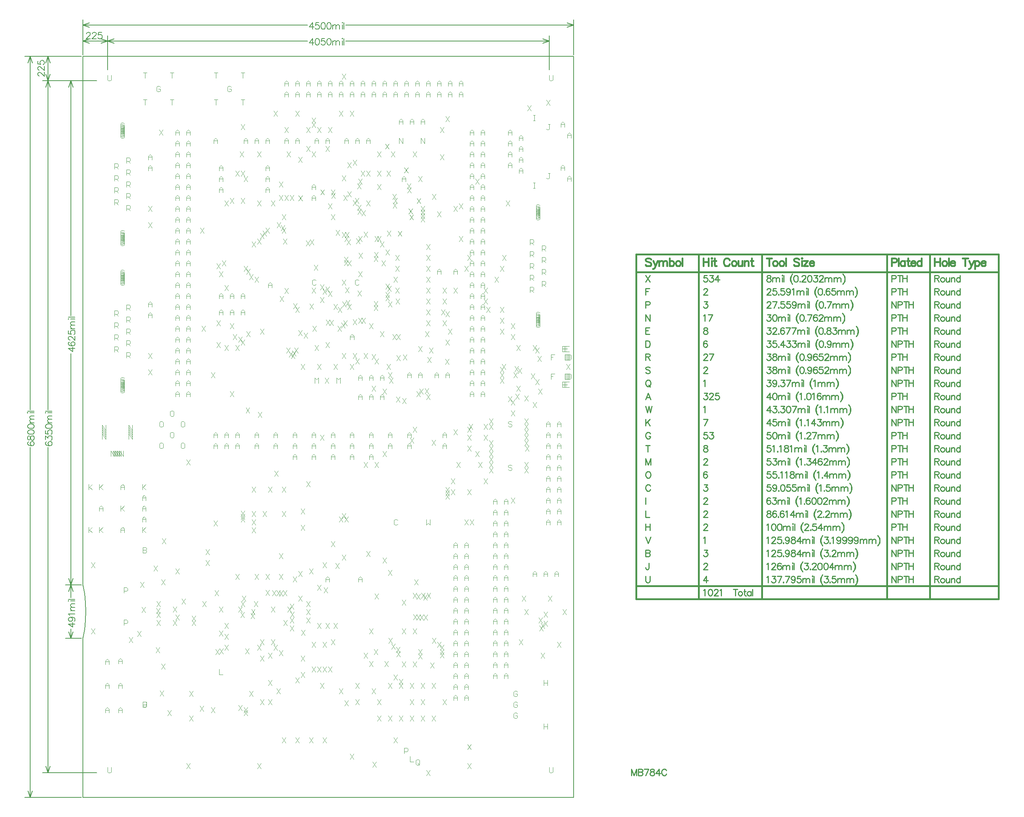
<source format=gbr>
%FSTAX23Y23*%
%MOIN*%
%SFA1B1*%

%IPPOS*%
%ADD73C,0.010000*%
%ADD79C,0.005000*%
%ADD81C,0.006000*%
%ADD151C,0.001000*%
%ADD245C,0.016000*%
%LNmb784b-1*%
%LPD*%
G54D73*
X0503Y0026D02*
Y002D01*
Y0026D02*
X05053Y002D01*
X05076Y0026D02*
X05053Y002D01*
X05076Y0026D02*
Y002D01*
X05093Y0026D02*
Y002D01*
Y0026D02*
X05119D01*
X05127Y00257*
X0513Y00254*
X05133Y00249*
Y00243*
X0513Y00237*
X05127Y00234*
X05119Y00231*
X05093D02*
X05119D01*
X05127Y00229*
X0513Y00226*
X05133Y0022*
Y00211*
X0513Y00206*
X05127Y00203*
X05119Y002*
X05093*
X05186Y0026D02*
X05158Y002D01*
X05146Y0026D02*
X05186D01*
X05214D02*
X05205Y00257D01*
X05203Y00251*
Y00246*
X05205Y0024*
X05211Y00237*
X05223Y00234*
X05231Y00231*
X05237Y00226*
X0524Y0022*
Y00211*
X05237Y00206*
X05234Y00203*
X05225Y002*
X05214*
X05205Y00203*
X05203Y00206*
X052Y00211*
Y0022*
X05203Y00226*
X05208Y00231*
X05217Y00234*
X05228Y00237*
X05234Y0024*
X05237Y00246*
Y00251*
X05234Y00257*
X05225Y0026*
X05214*
X05282D02*
X05253Y0022D01*
X05296*
X05282Y0026D02*
Y002D01*
X05349Y00246D02*
X05347Y00251D01*
X05341Y00257*
X05335Y0026*
X05324*
X05318Y00257*
X05312Y00251*
X05309Y00246*
X05307Y00237*
Y00223*
X05309Y00214*
X05312Y00209*
X05318Y00203*
X05324Y002*
X05335*
X05341Y00203*
X05347Y00209*
X05349Y00214*
X0516Y0479D02*
X052Y0473D01*
Y0479D02*
X0516Y0473D01*
X05722Y0479D02*
X05694D01*
X05691Y04764*
X05694Y04767*
X05702Y0477*
X05711*
X05719Y04767*
X05725Y04761*
X05728Y04753*
Y04747*
X05725Y04739*
X05719Y04733*
X05711Y0473*
X05702*
X05694Y04733*
X05691Y04736*
X05688Y04741*
X05747Y0479D02*
X05779D01*
X05761Y04767*
X0577*
X05776Y04764*
X05779Y04761*
X05781Y04753*
Y04747*
X05779Y04739*
X05773Y04733*
X05764Y0473*
X05756*
X05747Y04733*
X05744Y04736*
X05741Y04741*
X05823Y0479D02*
X05795Y0475D01*
X05838*
X05823Y0479D02*
Y0473D01*
X06283Y0479D02*
X06275Y04787D01*
X06272Y04781*
Y04776*
X06275Y0477*
X0628Y04767*
X06292Y04764*
X063Y04761*
X06306Y04756*
X06309Y0475*
Y04741*
X06306Y04736*
X06303Y04733*
X06295Y0473*
X06283*
X06275Y04733*
X06272Y04736*
X06269Y04741*
Y0475*
X06272Y04756*
X06278Y04761*
X06286Y04764*
X06298Y04767*
X06303Y0477*
X06306Y04776*
Y04781*
X06303Y04787*
X06295Y0479*
X06283*
X06322Y0477D02*
Y0473D01*
Y04759D02*
X06331Y04767D01*
X06337Y0477*
X06345*
X06351Y04767*
X06354Y04759*
Y0473*
Y04759D02*
X06362Y04767D01*
X06368Y0477*
X06377*
X06382Y04767*
X06385Y04759*
Y0473*
X0641Y0479D02*
X06413Y04787D01*
X06416Y0479*
X06413Y04793*
X0641Y0479*
X06413Y0477D02*
Y0473D01*
X06426Y0479D02*
Y0473D01*
X06506Y04801D02*
X065Y04796D01*
X06494Y04787*
X06489Y04776*
X06486Y04761*
Y0475*
X06489Y04736*
X06494Y04724*
X065Y04716*
X06506Y0471*
X065Y04796D02*
X06494Y04784D01*
X06492Y04776*
X06489Y04761*
Y0475*
X06492Y04736*
X06494Y04727*
X065Y04716*
X06534Y0479D02*
X06526Y04787D01*
X0652Y04779*
X06517Y04764*
Y04756*
X0652Y04741*
X06526Y04733*
X06534Y0473*
X0654*
X06549Y04733*
X06554Y04741*
X06557Y04756*
Y04764*
X06554Y04779*
X06549Y04787*
X0654Y0479*
X06534*
X06574Y04736D02*
X06571Y04733D01*
X06574Y0473*
X06576Y04733*
X06574Y04736*
X06592Y04776D02*
Y04779D01*
X06595Y04784*
X06598Y04787*
X06604Y0479*
X06615*
X06621Y04787*
X06624Y04784*
X06627Y04779*
Y04773*
X06624Y04767*
X06618Y04759*
X0659Y0473*
X0663*
X0666Y0479D02*
X06652Y04787D01*
X06646Y04779*
X06643Y04764*
Y04756*
X06646Y04741*
X06652Y04733*
X0666Y0473*
X06666*
X06674Y04733*
X0668Y04741*
X06683Y04756*
Y04764*
X0668Y04779*
X06674Y04787*
X06666Y0479*
X0666*
X06702D02*
X06734D01*
X06716Y04767*
X06725*
X06731Y04764*
X06734Y04761*
X06736Y04753*
Y04747*
X06734Y04739*
X06728Y04733*
X06719Y0473*
X06711*
X06702Y04733*
X06699Y04736*
X06696Y04741*
X06753Y04776D02*
Y04779D01*
X06756Y04784*
X06758Y04787*
X06764Y0479*
X06776*
X06781Y04787*
X06784Y04784*
X06787Y04779*
Y04773*
X06784Y04767*
X06778Y04759*
X0675Y0473*
X0679*
X06803Y0477D02*
Y0473D01*
Y04759D02*
X06812Y04767D01*
X06817Y0477*
X06826*
X06832Y04767*
X06835Y04759*
Y0473*
Y04759D02*
X06843Y04767D01*
X06849Y0477*
X06857*
X06863Y04767*
X06866Y04759*
Y0473*
X06885Y0477D02*
Y0473D01*
Y04759D02*
X06893Y04767D01*
X06899Y0477*
X06908*
X06913Y04767*
X06916Y04759*
Y0473*
Y04759D02*
X06925Y04767D01*
X06931Y0477*
X06939*
X06945Y04767*
X06948Y04759*
Y0473*
X06967Y04801D02*
X06972Y04796D01*
X06978Y04787*
X06984Y04776*
X06987Y04761*
Y0475*
X06984Y04736*
X06978Y04724*
X06972Y04716*
X06967Y0471*
X06972Y04796D02*
X06978Y04784D01*
X06981Y04776*
X06984Y04761*
Y0475*
X06981Y04736*
X06978Y04727*
X06972Y04716*
X07415Y04759D02*
X07441D01*
X07449Y04761*
X07452Y04764*
X07455Y0477*
Y04779*
X07452Y04784*
X07449Y04787*
X07441Y0479*
X07415*
Y0473*
X07489Y0479D02*
Y0473D01*
X07469Y0479D02*
X07509D01*
X07516D02*
Y0473D01*
X07556Y0479D02*
Y0473D01*
X07516Y04761D02*
X07556D01*
X0781Y0479D02*
Y0473D01*
Y0479D02*
X07836D01*
X07844Y04787*
X07847Y04784*
X0785Y04779*
Y04773*
X07847Y04767*
X07844Y04764*
X07836Y04761*
X0781*
X0783D02*
X0785Y0473D01*
X07878Y0477D02*
X07872Y04767D01*
X07866Y04761*
X07863Y04753*
Y04747*
X07866Y04739*
X07872Y04733*
X07878Y0473*
X07886*
X07892Y04733*
X07898Y04739*
X07901Y04747*
Y04753*
X07898Y04761*
X07892Y04767*
X07886Y0477*
X07878*
X07914D02*
Y04741D01*
X07917Y04733*
X07922Y0473*
X07931*
X07937Y04733*
X07945Y04741*
Y0477D02*
Y0473D01*
X07961Y0477D02*
Y0473D01*
Y04759D02*
X07969Y04767D01*
X07975Y0477*
X07984*
X07989Y04767*
X07992Y04759*
Y0473*
X08042Y0479D02*
Y0473D01*
Y04761D02*
X08037Y04767D01*
X08031Y0477*
X08022*
X08017Y04767*
X08011Y04761*
X08008Y04753*
Y04747*
X08011Y04739*
X08017Y04733*
X08022Y0473*
X08031*
X08037Y04733*
X08042Y04739*
X0516Y0467D02*
Y0461D01*
Y0467D02*
X05197D01*
X0516Y04641D02*
X05183D01*
X05691Y04656D02*
Y04659D01*
X05694Y04664*
X05697Y04667*
X05702Y0467*
X05714*
X05719Y04667*
X05722Y04664*
X05725Y04659*
Y04653*
X05722Y04647*
X05717Y04639*
X05688Y0461*
X05728*
X06272Y04656D02*
Y04659D01*
X06275Y04664*
X06278Y04667*
X06283Y0467*
X06295*
X063Y04667*
X06303Y04664*
X06306Y04659*
Y04653*
X06303Y04647*
X06298Y04639*
X06269Y0461*
X06309*
X06357Y0467D02*
X06328D01*
X06325Y04644*
X06328Y04647*
X06337Y0465*
X06345*
X06354Y04647*
X0636Y04641*
X06362Y04633*
Y04627*
X0636Y04619*
X06354Y04613*
X06345Y0461*
X06337*
X06328Y04613*
X06325Y04616*
X06322Y04621*
X06379Y04616D02*
X06376Y04613D01*
X06379Y0461*
X06382Y04613*
X06379Y04616*
X06429Y0467D02*
X064D01*
X06398Y04644*
X064Y04647*
X06409Y0465*
X06418*
X06426Y04647*
X06432Y04641*
X06435Y04633*
Y04627*
X06432Y04619*
X06426Y04613*
X06418Y0461*
X06409*
X064Y04613*
X06398Y04616*
X06395Y04621*
X06485Y0465D02*
X06482Y04641D01*
X06477Y04636*
X06468Y04633*
X06465*
X06457Y04636*
X06451Y04641*
X06448Y0465*
Y04653*
X06451Y04661*
X06457Y04667*
X06465Y0467*
X06468*
X06477Y04667*
X06482Y04661*
X06485Y0465*
Y04636*
X06482Y04621*
X06477Y04613*
X06468Y0461*
X06462*
X06454Y04613*
X06451Y04619*
X06502Y04659D02*
X06507Y04661D01*
X06516Y0467*
Y0461*
X06546Y0465D02*
Y0461D01*
Y04639D02*
X06554Y04647D01*
X0656Y0465*
X06568*
X06574Y04647*
X06577Y04639*
Y0461*
Y04639D02*
X06586Y04647D01*
X06591Y0465*
X066*
X06606Y04647*
X06608Y04639*
Y0461*
X06633Y0467D02*
X06636Y04667D01*
X06639Y0467*
X06636Y04673*
X06633Y0467*
X06636Y0465D02*
Y0461D01*
X06649Y0467D02*
Y0461D01*
X06729Y04681D02*
X06723Y04676D01*
X06718Y04667*
X06712Y04656*
X06709Y04641*
Y0463*
X06712Y04616*
X06718Y04604*
X06723Y04596*
X06729Y0459*
X06723Y04676D02*
X06718Y04664D01*
X06715Y04656*
X06712Y04641*
Y0463*
X06715Y04616*
X06718Y04607*
X06723Y04596*
X06758Y0467D02*
X06749Y04667D01*
X06743Y04659*
X0674Y04644*
Y04636*
X06743Y04621*
X06749Y04613*
X06758Y0461*
X06763*
X06772Y04613*
X06778Y04621*
X0678Y04636*
Y04644*
X06778Y04659*
X06772Y04667*
X06763Y0467*
X06758*
X06797Y04616D02*
X06794Y04613D01*
X06797Y0461*
X068Y04613*
X06797Y04616*
X06847Y04661D02*
X06844Y04667D01*
X06835Y0467*
X0683*
X06821Y04667*
X06815Y04659*
X06813Y04644*
Y0463*
X06815Y04619*
X06821Y04613*
X0683Y0461*
X06833*
X06841Y04613*
X06847Y04619*
X0685Y04627*
Y0463*
X06847Y04639*
X06841Y04644*
X06833Y04647*
X0683*
X06821Y04644*
X06815Y04639*
X06813Y0463*
X06897Y0467D02*
X06869D01*
X06866Y04644*
X06869Y04647*
X06877Y0465*
X06886*
X06894Y04647*
X069Y04641*
X06903Y04633*
Y04627*
X069Y04619*
X06894Y04613*
X06886Y0461*
X06877*
X06869Y04613*
X06866Y04616*
X06863Y04621*
X06916Y0465D02*
Y0461D01*
Y04639D02*
X06925Y04647D01*
X06931Y0465*
X06939*
X06945Y04647*
X06948Y04639*
Y0461*
Y04639D02*
X06956Y04647D01*
X06962Y0465*
X06971*
X06976Y04647*
X06979Y04639*
Y0461*
X06998Y0465D02*
Y0461D01*
Y04639D02*
X07007Y04647D01*
X07012Y0465*
X07021*
X07027Y04647*
X07029Y04639*
Y0461*
Y04639D02*
X07038Y04647D01*
X07044Y0465*
X07052*
X07058Y04647*
X07061Y04639*
Y0461*
X0708Y04681D02*
X07085Y04676D01*
X07091Y04667*
X07097Y04656*
X071Y04641*
Y0463*
X07097Y04616*
X07091Y04604*
X07085Y04596*
X0708Y0459*
X07085Y04676D02*
X07091Y04664D01*
X07094Y04656*
X07097Y04641*
Y0463*
X07094Y04616*
X07091Y04607*
X07085Y04596*
X07415Y04639D02*
X07441D01*
X07449Y04641*
X07452Y04644*
X07455Y0465*
Y04659*
X07452Y04664*
X07449Y04667*
X07441Y0467*
X07415*
Y0461*
X07489Y0467D02*
Y0461D01*
X07469Y0467D02*
X07509D01*
X07516D02*
Y0461D01*
X07556Y0467D02*
Y0461D01*
X07516Y04641D02*
X07556D01*
X0781Y0467D02*
Y0461D01*
Y0467D02*
X07836D01*
X07844Y04667*
X07847Y04664*
X0785Y04659*
Y04653*
X07847Y04647*
X07844Y04644*
X07836Y04641*
X0781*
X0783D02*
X0785Y0461D01*
X07878Y0465D02*
X07872Y04647D01*
X07866Y04641*
X07863Y04633*
Y04627*
X07866Y04619*
X07872Y04613*
X07878Y0461*
X07886*
X07892Y04613*
X07898Y04619*
X07901Y04627*
Y04633*
X07898Y04641*
X07892Y04647*
X07886Y0465*
X07878*
X07914D02*
Y04621D01*
X07917Y04613*
X07922Y0461*
X07931*
X07937Y04613*
X07945Y04621*
Y0465D02*
Y0461D01*
X07961Y0465D02*
Y0461D01*
Y04639D02*
X07969Y04647D01*
X07975Y0465*
X07984*
X07989Y04647*
X07992Y04639*
Y0461*
X08042Y0467D02*
Y0461D01*
Y04641D02*
X08037Y04647D01*
X08031Y0465*
X08022*
X08017Y04647*
X08011Y04641*
X08008Y04633*
Y04627*
X08011Y04619*
X08017Y04613*
X08022Y0461*
X08031*
X08037Y04613*
X08042Y04619*
X0516Y04519D02*
X05186D01*
X05194Y04521*
X05197Y04524*
X052Y0453*
Y04539*
X05197Y04544*
X05194Y04547*
X05186Y0455*
X0516*
Y0449*
X05694Y0455D02*
X05725D01*
X05708Y04527*
X05717*
X05722Y04524*
X05725Y04521*
X05728Y04513*
Y04507*
X05725Y04499*
X05719Y04493*
X05711Y0449*
X05702*
X05694Y04493*
X05691Y04496*
X05688Y04501*
X06272Y04536D02*
Y04539D01*
X06275Y04544*
X06278Y04547*
X06283Y0455*
X06295*
X063Y04547*
X06303Y04544*
X06306Y04539*
Y04533*
X06303Y04527*
X06298Y04519*
X06269Y0449*
X06309*
X06362Y0455D02*
X06334Y0449D01*
X06322Y0455D02*
X06362D01*
X06379Y04496D02*
X06376Y04493D01*
X06379Y0449*
X06382Y04493*
X06379Y04496*
X06429Y0455D02*
X064D01*
X06398Y04524*
X064Y04527*
X06409Y0453*
X06418*
X06426Y04527*
X06432Y04521*
X06435Y04513*
Y04507*
X06432Y04499*
X06426Y04493*
X06418Y0449*
X06409*
X064Y04493*
X06398Y04496*
X06395Y04501*
X06482Y0455D02*
X06454D01*
X06451Y04524*
X06454Y04527*
X06462Y0453*
X06471*
X0648Y04527*
X06485Y04521*
X06488Y04513*
Y04507*
X06485Y04499*
X0648Y04493*
X06471Y0449*
X06462*
X06454Y04493*
X06451Y04496*
X06448Y04501*
X06539Y0453D02*
X06536Y04521D01*
X0653Y04516*
X06522Y04513*
X06519*
X0651Y04516*
X06504Y04521*
X06502Y0453*
Y04533*
X06504Y04541*
X0651Y04547*
X06519Y0455*
X06522*
X0653Y04547*
X06536Y04541*
X06539Y0453*
Y04516*
X06536Y04501*
X0653Y04493*
X06522Y0449*
X06516*
X06507Y04493*
X06504Y04499*
X06555Y0453D02*
Y0449D01*
Y04519D02*
X06564Y04527D01*
X06569Y0453*
X06578*
X06584Y04527*
X06586Y04519*
Y0449*
Y04519D02*
X06595Y04527D01*
X06601Y0453*
X06609*
X06615Y04527*
X06618Y04519*
Y0449*
X06642Y0455D02*
X06645Y04547D01*
X06648Y0455*
X06645Y04553*
X06642Y0455*
X06645Y0453D02*
Y0449D01*
X06659Y0455D02*
Y0449D01*
X06738Y04561D02*
X06733Y04556D01*
X06727Y04547*
X06721Y04536*
X06718Y04521*
Y0451*
X06721Y04496*
X06727Y04484*
X06733Y04476*
X06738Y0447*
X06733Y04556D02*
X06727Y04544D01*
X06724Y04536*
X06721Y04521*
Y0451*
X06724Y04496*
X06727Y04487*
X06733Y04476*
X06767Y0455D02*
X06758Y04547D01*
X06753Y04539*
X0675Y04524*
Y04516*
X06753Y04501*
X06758Y04493*
X06767Y0449*
X06773*
X06781Y04493*
X06787Y04501*
X0679Y04516*
Y04524*
X06787Y04539*
X06781Y04547*
X06773Y0455*
X06767*
X06806Y04496D02*
X06803Y04493D01*
X06806Y0449*
X06809Y04493*
X06806Y04496*
X06862Y0455D02*
X06833Y0449D01*
X06822Y0455D02*
X06862D01*
X06875Y0453D02*
Y0449D01*
Y04519D02*
X06884Y04527D01*
X0689Y0453*
X06898*
X06904Y04527*
X06907Y04519*
Y0449*
Y04519D02*
X06915Y04527D01*
X06921Y0453*
X0693*
X06935Y04527*
X06938Y04519*
Y0449*
X06957Y0453D02*
Y0449D01*
Y04519D02*
X06966Y04527D01*
X06971Y0453*
X0698*
X06986Y04527*
X06989Y04519*
Y0449*
Y04519D02*
X06997Y04527D01*
X07003Y0453*
X07011*
X07017Y04527*
X0702Y04519*
Y0449*
X07039Y04561D02*
X07045Y04556D01*
X0705Y04547*
X07056Y04536*
X07059Y04521*
Y0451*
X07056Y04496*
X0705Y04484*
X07045Y04476*
X07039Y0447*
X07045Y04556D02*
X0705Y04544D01*
X07053Y04536*
X07056Y04521*
Y0451*
X07053Y04496*
X0705Y04487*
X07045Y04476*
X07415Y0455D02*
Y0449D01*
Y0455D02*
X07455Y0449D01*
Y0455D02*
Y0449D01*
X07472Y04519D02*
X07497D01*
X07506Y04521*
X07509Y04524*
X07512Y0453*
Y04539*
X07509Y04544*
X07506Y04547*
X07497Y0455*
X07472*
Y0449*
X07545Y0455D02*
Y0449D01*
X07525Y0455D02*
X07565D01*
X07572D02*
Y0449D01*
X07612Y0455D02*
Y0449D01*
X07572Y04521D02*
X07612D01*
X0781Y0455D02*
Y0449D01*
Y0455D02*
X07836D01*
X07844Y04547*
X07847Y04544*
X0785Y04539*
Y04533*
X07847Y04527*
X07844Y04524*
X07836Y04521*
X0781*
X0783D02*
X0785Y0449D01*
X07878Y0453D02*
X07872Y04527D01*
X07866Y04521*
X07863Y04513*
Y04507*
X07866Y04499*
X07872Y04493*
X07878Y0449*
X07886*
X07892Y04493*
X07898Y04499*
X07901Y04507*
Y04513*
X07898Y04521*
X07892Y04527*
X07886Y0453*
X07878*
X07914D02*
Y04501D01*
X07917Y04493*
X07922Y0449*
X07931*
X07937Y04493*
X07945Y04501*
Y0453D02*
Y0449D01*
X07961Y0453D02*
Y0449D01*
Y04519D02*
X07969Y04527D01*
X07975Y0453*
X07984*
X07989Y04527*
X07992Y04519*
Y0449*
X08042Y0455D02*
Y0449D01*
Y04521D02*
X08037Y04527D01*
X08031Y0453*
X08022*
X08017Y04527*
X08011Y04521*
X08008Y04513*
Y04507*
X08011Y04499*
X08017Y04493*
X08022Y0449*
X08031*
X08037Y04493*
X08042Y04499*
X0516Y0443D02*
Y0437D01*
Y0443D02*
X052Y0437D01*
Y0443D02*
Y0437D01*
X05688Y04419D02*
X05694Y04421D01*
X05702Y0443*
Y0437*
X05772Y0443D02*
X05743Y0437D01*
X05732Y0443D02*
X05772D01*
X06275D02*
X06306D01*
X06289Y04407*
X06298*
X06303Y04404*
X06306Y04401*
X06309Y04393*
Y04387*
X06306Y04379*
X063Y04373*
X06292Y0437*
X06283*
X06275Y04373*
X06272Y04376*
X06269Y04381*
X0634Y0443D02*
X06331Y04427D01*
X06325Y04419*
X06322Y04404*
Y04396*
X06325Y04381*
X06331Y04373*
X0634Y0437*
X06345*
X06354Y04373*
X0636Y04381*
X06362Y04396*
Y04404*
X0636Y04419*
X06354Y04427*
X06345Y0443*
X0634*
X06376Y0441D02*
Y0437D01*
Y04399D02*
X06384Y04407D01*
X0639Y0441*
X06399*
X06404Y04407*
X06407Y04399*
Y0437*
Y04399D02*
X06416Y04407D01*
X06422Y0441*
X0643*
X06436Y04407*
X06439Y04399*
Y0437*
X06463Y0443D02*
X06466Y04427D01*
X06469Y0443*
X06466Y04433*
X06463Y0443*
X06466Y0441D02*
Y0437D01*
X0648Y0443D02*
Y0437D01*
X06559Y04441D02*
X06554Y04436D01*
X06548Y04427*
X06542Y04416*
X06539Y04401*
Y0439*
X06542Y04376*
X06548Y04364*
X06554Y04356*
X06559Y0435*
X06554Y04436D02*
X06548Y04424D01*
X06545Y04416*
X06542Y04401*
Y0439*
X06545Y04376*
X06548Y04367*
X06554Y04356*
X06588Y0443D02*
X06579Y04427D01*
X06574Y04419*
X06571Y04404*
Y04396*
X06574Y04381*
X06579Y04373*
X06588Y0437*
X06594*
X06602Y04373*
X06608Y04381*
X06611Y04396*
Y04404*
X06608Y04419*
X06602Y04427*
X06594Y0443*
X06588*
X06627Y04376D02*
X06624Y04373D01*
X06627Y0437*
X0663Y04373*
X06627Y04376*
X06683Y0443D02*
X06654Y0437D01*
X06643Y0443D02*
X06683D01*
X06731Y04421D02*
X06728Y04427D01*
X06719Y0443*
X06714*
X06705Y04427*
X06699Y04419*
X06696Y04404*
Y0439*
X06699Y04379*
X06705Y04373*
X06714Y0437*
X06716*
X06725Y04373*
X06731Y04379*
X06734Y04387*
Y0439*
X06731Y04399*
X06725Y04404*
X06716Y04407*
X06714*
X06705Y04404*
X06699Y04399*
X06696Y0439*
X0675Y04416D02*
Y04419D01*
X06752Y04424*
X06755Y04427*
X06761Y0443*
X06772*
X06778Y04427*
X06781Y04424*
X06784Y04419*
Y04413*
X06781Y04407*
X06775Y04399*
X06747Y0437*
X06787*
X068Y0441D02*
Y0437D01*
Y04399D02*
X06809Y04407D01*
X06814Y0441*
X06823*
X06829Y04407*
X06831Y04399*
Y0437*
Y04399D02*
X0684Y04407D01*
X06846Y0441*
X06854*
X0686Y04407*
X06863Y04399*
Y0437*
X06882Y0441D02*
Y0437D01*
Y04399D02*
X0689Y04407D01*
X06896Y0441*
X06905*
X0691Y04407*
X06913Y04399*
Y0437*
Y04399D02*
X06922Y04407D01*
X06927Y0441*
X06936*
X06942Y04407*
X06945Y04399*
Y0437*
X06963Y04441D02*
X06969Y04436D01*
X06975Y04427*
X06981Y04416*
X06983Y04401*
Y0439*
X06981Y04376*
X06975Y04364*
X06969Y04356*
X06963Y0435*
X06969Y04436D02*
X06975Y04424D01*
X06978Y04416*
X06981Y04401*
Y0439*
X06978Y04376*
X06975Y04367*
X06969Y04356*
X07415Y04399D02*
X07441D01*
X07449Y04401*
X07452Y04404*
X07455Y0441*
Y04419*
X07452Y04424*
X07449Y04427*
X07441Y0443*
X07415*
Y0437*
X07489Y0443D02*
Y0437D01*
X07469Y0443D02*
X07509D01*
X07516D02*
Y0437D01*
X07556Y0443D02*
Y0437D01*
X07516Y04401D02*
X07556D01*
X0781Y0443D02*
Y0437D01*
Y0443D02*
X07836D01*
X07844Y04427*
X07847Y04424*
X0785Y04419*
Y04413*
X07847Y04407*
X07844Y04404*
X07836Y04401*
X0781*
X0783D02*
X0785Y0437D01*
X07878Y0441D02*
X07872Y04407D01*
X07866Y04401*
X07863Y04393*
Y04387*
X07866Y04379*
X07872Y04373*
X07878Y0437*
X07886*
X07892Y04373*
X07898Y04379*
X07901Y04387*
Y04393*
X07898Y04401*
X07892Y04407*
X07886Y0441*
X07878*
X07914D02*
Y04381D01*
X07917Y04373*
X07922Y0437*
X07931*
X07937Y04373*
X07945Y04381*
Y0441D02*
Y0437D01*
X07961Y0441D02*
Y0437D01*
Y04399D02*
X07969Y04407D01*
X07975Y0441*
X07984*
X07989Y04407*
X07992Y04399*
Y0437*
X08042Y0443D02*
Y0437D01*
Y04401D02*
X08037Y04407D01*
X08031Y0441*
X08022*
X08017Y04407*
X08011Y04401*
X08008Y04393*
Y04387*
X08011Y04379*
X08017Y04373*
X08022Y0437*
X08031*
X08037Y04373*
X08042Y04379*
X05197Y0431D02*
X0516D01*
Y0425*
X05197*
X0516Y04281D02*
X05183D01*
X05702Y0431D02*
X05694Y04307D01*
X05691Y04301*
Y04296*
X05694Y0429*
X05699Y04287*
X05711Y04284*
X05719Y04281*
X05725Y04276*
X05728Y0427*
Y04261*
X05725Y04256*
X05722Y04253*
X05714Y0425*
X05702*
X05694Y04253*
X05691Y04256*
X05688Y04261*
Y0427*
X05691Y04276*
X05697Y04281*
X05705Y04284*
X05717Y04287*
X05722Y0429*
X05725Y04296*
Y04301*
X05722Y04307*
X05714Y0431*
X05702*
X06275D02*
X06306D01*
X06289Y04287*
X06298*
X06303Y04284*
X06306Y04281*
X06309Y04273*
Y04267*
X06306Y04259*
X063Y04253*
X06292Y0425*
X06283*
X06275Y04253*
X06272Y04256*
X06269Y04261*
X06325Y04296D02*
Y04299D01*
X06328Y04304*
X06331Y04307*
X06337Y0431*
X06348*
X06354Y04307*
X06357Y04304*
X0636Y04299*
Y04293*
X06357Y04287*
X06351Y04279*
X06322Y0425*
X06362*
X06379Y04256D02*
X06376Y04253D01*
X06379Y0425*
X06382Y04253*
X06379Y04256*
X06429Y04301D02*
X06426Y04307D01*
X06418Y0431*
X06412*
X06403Y04307*
X06398Y04299*
X06395Y04284*
Y0427*
X06398Y04259*
X06403Y04253*
X06412Y0425*
X06415*
X06423Y04253*
X06429Y04259*
X06432Y04267*
Y0427*
X06429Y04279*
X06423Y04284*
X06415Y04287*
X06412*
X06403Y04284*
X06398Y04279*
X06395Y0427*
X06485Y0431D02*
X06456Y0425D01*
X06445Y0431D02*
X06485D01*
X06538D02*
X0651Y0425D01*
X06498Y0431D02*
X06538D01*
X06552Y0429D02*
Y0425D01*
Y04279D02*
X0656Y04287D01*
X06566Y0429*
X06575*
X0658Y04287*
X06583Y04279*
Y0425*
Y04279D02*
X06592Y04287D01*
X06598Y0429*
X06606*
X06612Y04287*
X06615Y04279*
Y0425*
X06639Y0431D02*
X06642Y04307D01*
X06645Y0431*
X06642Y04313*
X06639Y0431*
X06642Y0429D02*
Y0425D01*
X06656Y0431D02*
Y0425D01*
X06735Y04321D02*
X0673Y04316D01*
X06724Y04307*
X06718Y04296*
X06715Y04281*
Y0427*
X06718Y04256*
X06724Y04244*
X0673Y04236*
X06735Y0423*
X0673Y04316D02*
X06724Y04304D01*
X06721Y04296*
X06718Y04281*
Y0427*
X06721Y04256*
X06724Y04247*
X0673Y04236*
X06764Y0431D02*
X06755Y04307D01*
X0675Y04299*
X06747Y04284*
Y04276*
X0675Y04261*
X06755Y04253*
X06764Y0425*
X0677*
X06778Y04253*
X06784Y04261*
X06787Y04276*
Y04284*
X06784Y04299*
X06778Y04307*
X0677Y0431*
X06764*
X06803Y04256D02*
X068Y04253D01*
X06803Y0425*
X06806Y04253*
X06803Y04256*
X06833Y0431D02*
X06825Y04307D01*
X06822Y04301*
Y04296*
X06825Y0429*
X0683Y04287*
X06842Y04284*
X0685Y04281*
X06856Y04276*
X06859Y0427*
Y04261*
X06856Y04256*
X06853Y04253*
X06845Y0425*
X06833*
X06825Y04253*
X06822Y04256*
X06819Y04261*
Y0427*
X06822Y04276*
X06827Y04281*
X06836Y04284*
X06847Y04287*
X06853Y0429*
X06856Y04296*
Y04301*
X06853Y04307*
X06845Y0431*
X06833*
X06878D02*
X06909D01*
X06892Y04287*
X06901*
X06907Y04284*
X06909Y04281*
X06912Y04273*
Y04267*
X06909Y04259*
X06904Y04253*
X06895Y0425*
X06887*
X06878Y04253*
X06875Y04256*
X06872Y04261*
X06926Y0429D02*
Y0425D01*
Y04279D02*
X06934Y04287D01*
X0694Y0429*
X06949*
X06954Y04287*
X06957Y04279*
Y0425*
Y04279D02*
X06966Y04287D01*
X06971Y0429*
X0698*
X06986Y04287*
X06989Y04279*
Y0425*
X07007Y0429D02*
Y0425D01*
Y04279D02*
X07016Y04287D01*
X07022Y0429*
X0703*
X07036Y04287*
X07039Y04279*
Y0425*
Y04279D02*
X07047Y04287D01*
X07053Y0429*
X07062*
X07067Y04287*
X0707Y04279*
Y0425*
X07089Y04321D02*
X07095Y04316D01*
X07101Y04307*
X07106Y04296*
X07109Y04281*
Y0427*
X07106Y04256*
X07101Y04244*
X07095Y04236*
X07089Y0423*
X07095Y04316D02*
X07101Y04304D01*
X07103Y04296*
X07106Y04281*
Y0427*
X07103Y04256*
X07101Y04247*
X07095Y04236*
X07415Y04279D02*
X07441D01*
X07449Y04281*
X07452Y04284*
X07455Y0429*
Y04299*
X07452Y04304*
X07449Y04307*
X07441Y0431*
X07415*
Y0425*
X07489Y0431D02*
Y0425D01*
X07469Y0431D02*
X07509D01*
X07516D02*
Y0425D01*
X07556Y0431D02*
Y0425D01*
X07516Y04281D02*
X07556D01*
X0781Y0431D02*
Y0425D01*
Y0431D02*
X07836D01*
X07844Y04307*
X07847Y04304*
X0785Y04299*
Y04293*
X07847Y04287*
X07844Y04284*
X07836Y04281*
X0781*
X0783D02*
X0785Y0425D01*
X07878Y0429D02*
X07872Y04287D01*
X07866Y04281*
X07863Y04273*
Y04267*
X07866Y04259*
X07872Y04253*
X07878Y0425*
X07886*
X07892Y04253*
X07898Y04259*
X07901Y04267*
Y04273*
X07898Y04281*
X07892Y04287*
X07886Y0429*
X07878*
X07914D02*
Y04261D01*
X07917Y04253*
X07922Y0425*
X07931*
X07937Y04253*
X07945Y04261*
Y0429D02*
Y0425D01*
X07961Y0429D02*
Y0425D01*
Y04279D02*
X07969Y04287D01*
X07975Y0429*
X07984*
X07989Y04287*
X07992Y04279*
Y0425*
X08042Y0431D02*
Y0425D01*
Y04281D02*
X08037Y04287D01*
X08031Y0429*
X08022*
X08017Y04287*
X08011Y04281*
X08008Y04273*
Y04267*
X08011Y04259*
X08017Y04253*
X08022Y0425*
X08031*
X08037Y04253*
X08042Y04259*
X0516Y0419D02*
Y0413D01*
Y0419D02*
X0518D01*
X05189Y04187*
X05194Y04181*
X05197Y04176*
X052Y04167*
Y04153*
X05197Y04144*
X05194Y04139*
X05189Y04133*
X0518Y0413*
X0516*
X05722Y04181D02*
X05719Y04187D01*
X05711Y0419*
X05705*
X05697Y04187*
X05691Y04179*
X05688Y04164*
Y0415*
X05691Y04139*
X05697Y04133*
X05705Y0413*
X05708*
X05717Y04133*
X05722Y04139*
X05725Y04147*
Y0415*
X05722Y04159*
X05717Y04164*
X05708Y04167*
X05705*
X05697Y04164*
X05691Y04159*
X05688Y0415*
X06275Y0419D02*
X06306D01*
X06289Y04167*
X06298*
X06303Y04164*
X06306Y04161*
X06309Y04153*
Y04147*
X06306Y04139*
X063Y04133*
X06292Y0413*
X06283*
X06275Y04133*
X06272Y04136*
X06269Y04141*
X06357Y0419D02*
X06328D01*
X06325Y04164*
X06328Y04167*
X06337Y0417*
X06345*
X06354Y04167*
X0636Y04161*
X06362Y04153*
Y04147*
X0636Y04139*
X06354Y04133*
X06345Y0413*
X06337*
X06328Y04133*
X06325Y04136*
X06322Y04141*
X06379Y04136D02*
X06376Y04133D01*
X06379Y0413*
X06382Y04133*
X06379Y04136*
X06423Y0419D02*
X06395Y0415D01*
X06438*
X06423Y0419D02*
Y0413D01*
X06454Y0419D02*
X06485D01*
X06468Y04167*
X06477*
X06482Y04164*
X06485Y04161*
X06488Y04153*
Y04147*
X06485Y04139*
X0648Y04133*
X06471Y0413*
X06462*
X06454Y04133*
X06451Y04136*
X06448Y04141*
X06507Y0419D02*
X06539D01*
X06522Y04167*
X0653*
X06536Y04164*
X06539Y04161*
X06542Y04153*
Y04147*
X06539Y04139*
X06533Y04133*
X06524Y0413*
X06516*
X06507Y04133*
X06504Y04136*
X06502Y04141*
X06555Y0417D02*
Y0413D01*
Y04159D02*
X06564Y04167D01*
X06569Y0417*
X06578*
X06584Y04167*
X06586Y04159*
Y0413*
Y04159D02*
X06595Y04167D01*
X06601Y0417*
X06609*
X06615Y04167*
X06618Y04159*
Y0413*
X06642Y0419D02*
X06645Y04187D01*
X06648Y0419*
X06645Y04193*
X06642Y0419*
X06645Y0417D02*
Y0413D01*
X06659Y0419D02*
Y0413D01*
X06738Y04201D02*
X06733Y04196D01*
X06727Y04187*
X06721Y04176*
X06718Y04161*
Y0415*
X06721Y04136*
X06727Y04124*
X06733Y04116*
X06738Y0411*
X06733Y04196D02*
X06727Y04184D01*
X06724Y04176*
X06721Y04161*
Y0415*
X06724Y04136*
X06727Y04127*
X06733Y04116*
X06767Y0419D02*
X06758Y04187D01*
X06753Y04179*
X0675Y04164*
Y04156*
X06753Y04141*
X06758Y04133*
X06767Y0413*
X06773*
X06781Y04133*
X06787Y04141*
X0679Y04156*
Y04164*
X06787Y04179*
X06781Y04187*
X06773Y0419*
X06767*
X06806Y04136D02*
X06803Y04133D01*
X06806Y0413*
X06809Y04133*
X06806Y04136*
X06859Y0417D02*
X06856Y04161D01*
X06851Y04156*
X06842Y04153*
X06839*
X06831Y04156*
X06825Y04161*
X06822Y0417*
Y04173*
X06825Y04181*
X06831Y04187*
X06839Y0419*
X06842*
X06851Y04187*
X06856Y04181*
X06859Y0417*
Y04156*
X06856Y04141*
X06851Y04133*
X06842Y0413*
X06836*
X06828Y04133*
X06825Y04139*
X06875Y0417D02*
Y0413D01*
Y04159D02*
X06884Y04167D01*
X0689Y0417*
X06898*
X06904Y04167*
X06907Y04159*
Y0413*
Y04159D02*
X06915Y04167D01*
X06921Y0417*
X0693*
X06935Y04167*
X06938Y04159*
Y0413*
X06957Y0417D02*
Y0413D01*
Y04159D02*
X06966Y04167D01*
X06971Y0417*
X0698*
X06986Y04167*
X06989Y04159*
Y0413*
Y04159D02*
X06997Y04167D01*
X07003Y0417*
X07011*
X07017Y04167*
X0702Y04159*
Y0413*
X07039Y04201D02*
X07045Y04196D01*
X0705Y04187*
X07056Y04176*
X07059Y04161*
Y0415*
X07056Y04136*
X0705Y04124*
X07045Y04116*
X07039Y0411*
X07045Y04196D02*
X0705Y04184D01*
X07053Y04176*
X07056Y04161*
Y0415*
X07053Y04136*
X0705Y04127*
X07045Y04116*
X07415Y0419D02*
Y0413D01*
Y0419D02*
X07455Y0413D01*
Y0419D02*
Y0413D01*
X07472Y04159D02*
X07497D01*
X07506Y04161*
X07509Y04164*
X07512Y0417*
Y04179*
X07509Y04184*
X07506Y04187*
X07497Y0419*
X07472*
Y0413*
X07545Y0419D02*
Y0413D01*
X07525Y0419D02*
X07565D01*
X07572D02*
Y0413D01*
X07612Y0419D02*
Y0413D01*
X07572Y04161D02*
X07612D01*
X0781Y0419D02*
Y0413D01*
Y0419D02*
X07836D01*
X07844Y04187*
X07847Y04184*
X0785Y04179*
Y04173*
X07847Y04167*
X07844Y04164*
X07836Y04161*
X0781*
X0783D02*
X0785Y0413D01*
X07878Y0417D02*
X07872Y04167D01*
X07866Y04161*
X07863Y04153*
Y04147*
X07866Y04139*
X07872Y04133*
X07878Y0413*
X07886*
X07892Y04133*
X07898Y04139*
X07901Y04147*
Y04153*
X07898Y04161*
X07892Y04167*
X07886Y0417*
X07878*
X07914D02*
Y04141D01*
X07917Y04133*
X07922Y0413*
X07931*
X07937Y04133*
X07945Y04141*
Y0417D02*
Y0413D01*
X07961Y0417D02*
Y0413D01*
Y04159D02*
X07969Y04167D01*
X07975Y0417*
X07984*
X07989Y04167*
X07992Y04159*
Y0413*
X08042Y0419D02*
Y0413D01*
Y04161D02*
X08037Y04167D01*
X08031Y0417*
X08022*
X08017Y04167*
X08011Y04161*
X08008Y04153*
Y04147*
X08011Y04139*
X08017Y04133*
X08022Y0413*
X08031*
X08037Y04133*
X08042Y04139*
X0516Y0407D02*
Y0401D01*
Y0407D02*
X05186D01*
X05194Y04067*
X05197Y04064*
X052Y04059*
Y04053*
X05197Y04047*
X05194Y04044*
X05186Y04041*
X0516*
X0518D02*
X052Y0401D01*
X05691Y04056D02*
Y04059D01*
X05694Y04064*
X05697Y04067*
X05702Y0407*
X05714*
X05719Y04067*
X05722Y04064*
X05725Y04059*
Y04053*
X05722Y04047*
X05717Y04039*
X05688Y0401*
X05728*
X05781Y0407D02*
X05753Y0401D01*
X05741Y0407D02*
X05781D01*
X06275D02*
X06306D01*
X06289Y04047*
X06298*
X06303Y04044*
X06306Y04041*
X06309Y04033*
Y04027*
X06306Y04019*
X063Y04013*
X06292Y0401*
X06283*
X06275Y04013*
X06272Y04016*
X06269Y04021*
X06337Y0407D02*
X06328Y04067D01*
X06325Y04061*
Y04056*
X06328Y0405*
X06334Y04047*
X06345Y04044*
X06354Y04041*
X0636Y04036*
X06362Y0403*
Y04021*
X0636Y04016*
X06357Y04013*
X06348Y0401*
X06337*
X06328Y04013*
X06325Y04016*
X06322Y04021*
Y0403*
X06325Y04036*
X06331Y04041*
X0634Y04044*
X06351Y04047*
X06357Y0405*
X0636Y04056*
Y04061*
X06357Y04067*
X06348Y0407*
X06337*
X06376Y0405D02*
Y0401D01*
Y04039D02*
X06384Y04047D01*
X0639Y0405*
X06399*
X06404Y04047*
X06407Y04039*
Y0401*
Y04039D02*
X06416Y04047D01*
X06422Y0405*
X0643*
X06436Y04047*
X06439Y04039*
Y0401*
X06463Y0407D02*
X06466Y04067D01*
X06469Y0407*
X06466Y04073*
X06463Y0407*
X06466Y0405D02*
Y0401D01*
X0648Y0407D02*
Y0401D01*
X06559Y04081D02*
X06554Y04076D01*
X06548Y04067*
X06542Y04056*
X06539Y04041*
Y0403*
X06542Y04016*
X06548Y04004*
X06554Y03996*
X06559Y0399*
X06554Y04076D02*
X06548Y04064D01*
X06545Y04056*
X06542Y04041*
Y0403*
X06545Y04016*
X06548Y04007*
X06554Y03996*
X06588Y0407D02*
X06579Y04067D01*
X06574Y04059*
X06571Y04044*
Y04036*
X06574Y04021*
X06579Y04013*
X06588Y0401*
X06594*
X06602Y04013*
X06608Y04021*
X06611Y04036*
Y04044*
X06608Y04059*
X06602Y04067*
X06594Y0407*
X06588*
X06627Y04016D02*
X06624Y04013D01*
X06627Y0401*
X0663Y04013*
X06627Y04016*
X0668Y0405D02*
X06677Y04041D01*
X06672Y04036*
X06663Y04033*
X0666*
X06652Y04036*
X06646Y04041*
X06643Y0405*
Y04053*
X06646Y04061*
X06652Y04067*
X0666Y0407*
X06663*
X06672Y04067*
X06677Y04061*
X0668Y0405*
Y04036*
X06677Y04021*
X06672Y04013*
X06663Y0401*
X06657*
X06649Y04013*
X06646Y04019*
X06731Y04061D02*
X06728Y04067D01*
X06719Y0407*
X06714*
X06705Y04067*
X06699Y04059*
X06696Y04044*
Y0403*
X06699Y04019*
X06705Y04013*
X06714Y0401*
X06716*
X06725Y04013*
X06731Y04019*
X06734Y04027*
Y0403*
X06731Y04039*
X06725Y04044*
X06716Y04047*
X06714*
X06705Y04044*
X06699Y04039*
X06696Y0403*
X06781Y0407D02*
X06752D01*
X0675Y04044*
X06752Y04047*
X06761Y0405*
X0677*
X06778Y04047*
X06784Y04041*
X06787Y04033*
Y04027*
X06784Y04019*
X06778Y04013*
X0677Y0401*
X06761*
X06752Y04013*
X0675Y04016*
X06747Y04021*
X06803Y04056D02*
Y04059D01*
X06806Y04064*
X06809Y04067*
X06814Y0407*
X06826*
X06831Y04067*
X06834Y04064*
X06837Y04059*
Y04053*
X06834Y04047*
X06829Y04039*
X068Y0401*
X0684*
X06853Y0405D02*
Y0401D01*
Y04039D02*
X06862Y04047D01*
X06868Y0405*
X06876*
X06882Y04047*
X06885Y04039*
Y0401*
Y04039D02*
X06893Y04047D01*
X06899Y0405*
X06908*
X06913Y04047*
X06916Y04039*
Y0401*
X06935Y0405D02*
Y0401D01*
Y04039D02*
X06944Y04047D01*
X06949Y0405*
X06958*
X06964Y04047*
X06967Y04039*
Y0401*
Y04039D02*
X06975Y04047D01*
X06981Y0405*
X06989*
X06995Y04047*
X06998Y04039*
Y0401*
X07017Y04081D02*
X07023Y04076D01*
X07028Y04067*
X07034Y04056*
X07037Y04041*
Y0403*
X07034Y04016*
X07028Y04004*
X07023Y03996*
X07017Y0399*
X07023Y04076D02*
X07028Y04064D01*
X07031Y04056*
X07034Y04041*
Y0403*
X07031Y04016*
X07028Y04007*
X07023Y03996*
X07415Y04039D02*
X07441D01*
X07449Y04041*
X07452Y04044*
X07455Y0405*
Y04059*
X07452Y04064*
X07449Y04067*
X07441Y0407*
X07415*
Y0401*
X07489Y0407D02*
Y0401D01*
X07469Y0407D02*
X07509D01*
X07516D02*
Y0401D01*
X07556Y0407D02*
Y0401D01*
X07516Y04041D02*
X07556D01*
X0781Y0407D02*
Y0401D01*
Y0407D02*
X07836D01*
X07844Y04067*
X07847Y04064*
X0785Y04059*
Y04053*
X07847Y04047*
X07844Y04044*
X07836Y04041*
X0781*
X0783D02*
X0785Y0401D01*
X07878Y0405D02*
X07872Y04047D01*
X07866Y04041*
X07863Y04033*
Y04027*
X07866Y04019*
X07872Y04013*
X07878Y0401*
X07886*
X07892Y04013*
X07898Y04019*
X07901Y04027*
Y04033*
X07898Y04041*
X07892Y04047*
X07886Y0405*
X07878*
X07914D02*
Y04021D01*
X07917Y04013*
X07922Y0401*
X07931*
X07937Y04013*
X07945Y04021*
Y0405D02*
Y0401D01*
X07961Y0405D02*
Y0401D01*
Y04039D02*
X07969Y04047D01*
X07975Y0405*
X07984*
X07989Y04047*
X07992Y04039*
Y0401*
X08042Y0407D02*
Y0401D01*
Y04041D02*
X08037Y04047D01*
X08031Y0405*
X08022*
X08017Y04047*
X08011Y04041*
X08008Y04033*
Y04027*
X08011Y04019*
X08017Y04013*
X08022Y0401*
X08031*
X08037Y04013*
X08042Y04019*
X052Y03941D02*
X05194Y03947D01*
X05186Y0395*
X05174*
X05166Y03947*
X0516Y03941*
Y03936*
X05163Y0393*
X05166Y03927*
X05171Y03924*
X05189Y03919*
X05194Y03916*
X05197Y03913*
X052Y03907*
Y03899*
X05194Y03893*
X05186Y0389*
X05174*
X05166Y03893*
X0516Y03899*
X05691Y03936D02*
Y03939D01*
X05694Y03944*
X05697Y03947*
X05702Y0395*
X05714*
X05719Y03947*
X05722Y03944*
X05725Y03939*
Y03933*
X05722Y03927*
X05717Y03919*
X05688Y0389*
X05728*
X06275Y0395D02*
X06306D01*
X06289Y03927*
X06298*
X06303Y03924*
X06306Y03921*
X06309Y03913*
Y03907*
X06306Y03899*
X063Y03893*
X06292Y0389*
X06283*
X06275Y03893*
X06272Y03896*
X06269Y03901*
X06337Y0395D02*
X06328Y03947D01*
X06325Y03941*
Y03936*
X06328Y0393*
X06334Y03927*
X06345Y03924*
X06354Y03921*
X0636Y03916*
X06362Y0391*
Y03901*
X0636Y03896*
X06357Y03893*
X06348Y0389*
X06337*
X06328Y03893*
X06325Y03896*
X06322Y03901*
Y0391*
X06325Y03916*
X06331Y03921*
X0634Y03924*
X06351Y03927*
X06357Y0393*
X0636Y03936*
Y03941*
X06357Y03947*
X06348Y0395*
X06337*
X06376Y0393D02*
Y0389D01*
Y03919D02*
X06384Y03927D01*
X0639Y0393*
X06399*
X06404Y03927*
X06407Y03919*
Y0389*
Y03919D02*
X06416Y03927D01*
X06422Y0393*
X0643*
X06436Y03927*
X06439Y03919*
Y0389*
X06463Y0395D02*
X06466Y03947D01*
X06469Y0395*
X06466Y03953*
X06463Y0395*
X06466Y0393D02*
Y0389D01*
X0648Y0395D02*
Y0389D01*
X06559Y03961D02*
X06554Y03956D01*
X06548Y03947*
X06542Y03936*
X06539Y03921*
Y0391*
X06542Y03896*
X06548Y03884*
X06554Y03876*
X06559Y0387*
X06554Y03956D02*
X06548Y03944D01*
X06545Y03936*
X06542Y03921*
Y0391*
X06545Y03896*
X06548Y03887*
X06554Y03876*
X06588Y0395D02*
X06579Y03947D01*
X06574Y03939*
X06571Y03924*
Y03916*
X06574Y03901*
X06579Y03893*
X06588Y0389*
X06594*
X06602Y03893*
X06608Y03901*
X06611Y03916*
Y03924*
X06608Y03939*
X06602Y03947*
X06594Y0395*
X06588*
X06627Y03896D02*
X06624Y03893D01*
X06627Y0389*
X0663Y03893*
X06627Y03896*
X0668Y0393D02*
X06677Y03921D01*
X06672Y03916*
X06663Y03913*
X0666*
X06652Y03916*
X06646Y03921*
X06643Y0393*
Y03933*
X06646Y03941*
X06652Y03947*
X0666Y0395*
X06663*
X06672Y03947*
X06677Y03941*
X0668Y0393*
Y03916*
X06677Y03901*
X06672Y03893*
X06663Y0389*
X06657*
X06649Y03893*
X06646Y03899*
X06731Y03941D02*
X06728Y03947D01*
X06719Y0395*
X06714*
X06705Y03947*
X06699Y03939*
X06696Y03924*
Y0391*
X06699Y03899*
X06705Y03893*
X06714Y0389*
X06716*
X06725Y03893*
X06731Y03899*
X06734Y03907*
Y0391*
X06731Y03919*
X06725Y03924*
X06716Y03927*
X06714*
X06705Y03924*
X06699Y03919*
X06696Y0391*
X06781Y0395D02*
X06752D01*
X0675Y03924*
X06752Y03927*
X06761Y0393*
X0677*
X06778Y03927*
X06784Y03921*
X06787Y03913*
Y03907*
X06784Y03899*
X06778Y03893*
X0677Y0389*
X06761*
X06752Y03893*
X0675Y03896*
X06747Y03901*
X06803Y03936D02*
Y03939D01*
X06806Y03944*
X06809Y03947*
X06814Y0395*
X06826*
X06831Y03947*
X06834Y03944*
X06837Y03939*
Y03933*
X06834Y03927*
X06829Y03919*
X068Y0389*
X0684*
X06853Y0393D02*
Y0389D01*
Y03919D02*
X06862Y03927D01*
X06868Y0393*
X06876*
X06882Y03927*
X06885Y03919*
Y0389*
Y03919D02*
X06893Y03927D01*
X06899Y0393*
X06908*
X06913Y03927*
X06916Y03919*
Y0389*
X06935Y0393D02*
Y0389D01*
Y03919D02*
X06944Y03927D01*
X06949Y0393*
X06958*
X06964Y03927*
X06967Y03919*
Y0389*
Y03919D02*
X06975Y03927D01*
X06981Y0393*
X06989*
X06995Y03927*
X06998Y03919*
Y0389*
X07017Y03961D02*
X07023Y03956D01*
X07028Y03947*
X07034Y03936*
X07037Y03921*
Y0391*
X07034Y03896*
X07028Y03884*
X07023Y03876*
X07017Y0387*
X07023Y03956D02*
X07028Y03944D01*
X07031Y03936*
X07034Y03921*
Y0391*
X07031Y03896*
X07028Y03887*
X07023Y03876*
X07415Y0395D02*
Y0389D01*
Y0395D02*
X07455Y0389D01*
Y0395D02*
Y0389D01*
X07472Y03919D02*
X07497D01*
X07506Y03921*
X07509Y03924*
X07512Y0393*
Y03939*
X07509Y03944*
X07506Y03947*
X07497Y0395*
X07472*
Y0389*
X07545Y0395D02*
Y0389D01*
X07525Y0395D02*
X07565D01*
X07572D02*
Y0389D01*
X07612Y0395D02*
Y0389D01*
X07572Y03921D02*
X07612D01*
X0781Y0395D02*
Y0389D01*
Y0395D02*
X07836D01*
X07844Y03947*
X07847Y03944*
X0785Y03939*
Y03933*
X07847Y03927*
X07844Y03924*
X07836Y03921*
X0781*
X0783D02*
X0785Y0389D01*
X07878Y0393D02*
X07872Y03927D01*
X07866Y03921*
X07863Y03913*
Y03907*
X07866Y03899*
X07872Y03893*
X07878Y0389*
X07886*
X07892Y03893*
X07898Y03899*
X07901Y03907*
Y03913*
X07898Y03921*
X07892Y03927*
X07886Y0393*
X07878*
X07914D02*
Y03901D01*
X07917Y03893*
X07922Y0389*
X07931*
X07937Y03893*
X07945Y03901*
Y0393D02*
Y0389D01*
X07961Y0393D02*
Y0389D01*
Y03919D02*
X07969Y03927D01*
X07975Y0393*
X07984*
X07989Y03927*
X07992Y03919*
Y0389*
X08042Y0395D02*
Y0389D01*
Y03921D02*
X08037Y03927D01*
X08031Y0393*
X08022*
X08017Y03927*
X08011Y03921*
X08008Y03913*
Y03907*
X08011Y03899*
X08017Y03893*
X08022Y0389*
X08031*
X08037Y03893*
X08042Y03899*
X05177Y0383D02*
X05171Y03827D01*
X05166Y03821*
X05163Y03816*
X0516Y03807*
Y03793*
X05163Y03784*
X05166Y03779*
X05171Y03773*
X05177Y0377*
X05189*
X05194Y03773*
X052Y03779*
X05203Y03784*
X05206Y03793*
Y03807*
X05203Y03816*
X052Y03821*
X05194Y03827*
X05189Y0383*
X05177*
X05186Y03781D02*
X05203Y03764D01*
X05688Y03819D02*
X05694Y03821D01*
X05702Y0383*
Y0377*
X06275Y0383D02*
X06306D01*
X06289Y03807*
X06298*
X06303Y03804*
X06306Y03801*
X06309Y03793*
Y03787*
X06306Y03779*
X063Y03773*
X06292Y0377*
X06283*
X06275Y03773*
X06272Y03776*
X06269Y03781*
X0636Y0381D02*
X06357Y03801D01*
X06351Y03796*
X06342Y03793*
X0634*
X06331Y03796*
X06325Y03801*
X06322Y0381*
Y03813*
X06325Y03821*
X06331Y03827*
X0634Y0383*
X06342*
X06351Y03827*
X06357Y03821*
X0636Y0381*
Y03796*
X06357Y03781*
X06351Y03773*
X06342Y0377*
X06337*
X06328Y03773*
X06325Y03779*
X06379Y03776D02*
X06376Y03773D01*
X06379Y0377*
X06382Y03773*
X06379Y03776*
X064Y0383D02*
X06432D01*
X06415Y03807*
X06423*
X06429Y03804*
X06432Y03801*
X06435Y03793*
Y03787*
X06432Y03779*
X06426Y03773*
X06418Y0377*
X06409*
X064Y03773*
X06398Y03776*
X06395Y03781*
X06488Y0383D02*
X0646Y0377D01*
X06448Y0383D02*
X06488D01*
X06502Y0381D02*
Y0377D01*
Y03799D02*
X0651Y03807D01*
X06516Y0381*
X06524*
X0653Y03807*
X06533Y03799*
Y0377*
Y03799D02*
X06542Y03807D01*
X06547Y0381*
X06556*
X06562Y03807*
X06564Y03799*
Y0377*
X06589Y0383D02*
X06592Y03827D01*
X06595Y0383*
X06592Y03833*
X06589Y0383*
X06592Y0381D02*
Y0377D01*
X06605Y0383D02*
Y0377D01*
X06685Y03841D02*
X06679Y03836D01*
X06674Y03827*
X06668Y03816*
X06665Y03801*
Y0379*
X06668Y03776*
X06674Y03764*
X06679Y03756*
X06685Y0375*
X06679Y03836D02*
X06674Y03824D01*
X06671Y03816*
X06668Y03801*
Y0379*
X06671Y03776*
X06674Y03767*
X06679Y03756*
X06696Y03819D02*
X06702Y03821D01*
X06711Y0383*
Y0377*
X0674Y0381D02*
Y0377D01*
Y03799D02*
X06749Y03807D01*
X06755Y0381*
X06763*
X06769Y03807*
X06772Y03799*
Y0377*
Y03799D02*
X0678Y03807D01*
X06786Y0381*
X06795*
X068Y03807*
X06803Y03799*
Y0377*
X06822Y0381D02*
Y0377D01*
Y03799D02*
X06831Y03807D01*
X06836Y0381*
X06845*
X06851Y03807*
X06853Y03799*
Y0377*
Y03799D02*
X06862Y03807D01*
X06868Y0381*
X06876*
X06882Y03807*
X06885Y03799*
Y0377*
X06904Y03841D02*
X06909Y03836D01*
X06915Y03827*
X06921Y03816*
X06924Y03801*
Y0379*
X06921Y03776*
X06915Y03764*
X06909Y03756*
X06904Y0375*
X06909Y03836D02*
X06915Y03824D01*
X06918Y03816*
X06921Y03801*
Y0379*
X06918Y03776*
X06915Y03767*
X06909Y03756*
X07415Y0383D02*
Y0377D01*
Y0383D02*
X07455Y0377D01*
Y0383D02*
Y0377D01*
X07472Y03799D02*
X07497D01*
X07506Y03801*
X07509Y03804*
X07512Y0381*
Y03819*
X07509Y03824*
X07506Y03827*
X07497Y0383*
X07472*
Y0377*
X07545Y0383D02*
Y0377D01*
X07525Y0383D02*
X07565D01*
X07572D02*
Y0377D01*
X07612Y0383D02*
Y0377D01*
X07572Y03801D02*
X07612D01*
X0781Y0383D02*
Y0377D01*
Y0383D02*
X07836D01*
X07844Y03827*
X07847Y03824*
X0785Y03819*
Y03813*
X07847Y03807*
X07844Y03804*
X07836Y03801*
X0781*
X0783D02*
X0785Y0377D01*
X07878Y0381D02*
X07872Y03807D01*
X07866Y03801*
X07863Y03793*
Y03787*
X07866Y03779*
X07872Y03773*
X07878Y0377*
X07886*
X07892Y03773*
X07898Y03779*
X07901Y03787*
Y03793*
X07898Y03801*
X07892Y03807*
X07886Y0381*
X07878*
X07914D02*
Y03781D01*
X07917Y03773*
X07922Y0377*
X07931*
X07937Y03773*
X07945Y03781*
Y0381D02*
Y0377D01*
X07961Y0381D02*
Y0377D01*
Y03799D02*
X07969Y03807D01*
X07975Y0381*
X07984*
X07989Y03807*
X07992Y03799*
Y0377*
X08042Y0383D02*
Y0377D01*
Y03801D02*
X08037Y03807D01*
X08031Y0381*
X08022*
X08017Y03807*
X08011Y03801*
X08008Y03793*
Y03787*
X08011Y03779*
X08017Y03773*
X08022Y0377*
X08031*
X08037Y03773*
X08042Y03779*
X05206Y0365D02*
X05183Y0371D01*
X0516Y0365*
X05169Y0367D02*
X05197D01*
X05694Y0371D02*
X05725D01*
X05708Y03687*
X05717*
X05722Y03684*
X05725Y03681*
X05728Y03673*
Y03667*
X05725Y03659*
X05719Y03653*
X05711Y0365*
X05702*
X05694Y03653*
X05691Y03656*
X05688Y03661*
X05744Y03696D02*
Y03699D01*
X05747Y03704*
X0575Y03707*
X05756Y0371*
X05767*
X05773Y03707*
X05776Y03704*
X05779Y03699*
Y03693*
X05776Y03687*
X0577Y03679*
X05741Y0365*
X05781*
X05829Y0371D02*
X05801D01*
X05798Y03684*
X05801Y03687*
X05809Y0369*
X05818*
X05826Y03687*
X05832Y03681*
X05835Y03673*
Y03667*
X05832Y03659*
X05826Y03653*
X05818Y0365*
X05809*
X05801Y03653*
X05798Y03656*
X05795Y03661*
X06298Y0371D02*
X06269Y0367D01*
X06312*
X06298Y0371D02*
Y0365D01*
X0634Y0371D02*
X06331Y03707D01*
X06325Y03699*
X06322Y03684*
Y03676*
X06325Y03661*
X06331Y03653*
X0634Y0365*
X06345*
X06354Y03653*
X0636Y03661*
X06362Y03676*
Y03684*
X0636Y03699*
X06354Y03707*
X06345Y0371*
X0634*
X06376Y0369D02*
Y0365D01*
Y03679D02*
X06384Y03687D01*
X0639Y0369*
X06399*
X06404Y03687*
X06407Y03679*
Y0365*
Y03679D02*
X06416Y03687D01*
X06422Y0369*
X0643*
X06436Y03687*
X06439Y03679*
Y0365*
X06463Y0371D02*
X06466Y03707D01*
X06469Y0371*
X06466Y03713*
X06463Y0371*
X06466Y0369D02*
Y0365D01*
X0648Y0371D02*
Y0365D01*
X06559Y03721D02*
X06554Y03716D01*
X06548Y03707*
X06542Y03696*
X06539Y03681*
Y0367*
X06542Y03656*
X06548Y03644*
X06554Y03636*
X06559Y0363*
X06554Y03716D02*
X06548Y03704D01*
X06545Y03696*
X06542Y03681*
Y0367*
X06545Y03656*
X06548Y03647*
X06554Y03636*
X06571Y03699D02*
X06576Y03701D01*
X06585Y0371*
Y0365*
X06618Y03656D02*
X06615Y03653D01*
X06618Y0365*
X0662Y03653*
X06618Y03656*
X06651Y0371D02*
X06642Y03707D01*
X06636Y03699*
X06634Y03684*
Y03676*
X06636Y03661*
X06642Y03653*
X06651Y0365*
X06656*
X06665Y03653*
X06671Y03661*
X06674Y03676*
Y03684*
X06671Y03699*
X06665Y03707*
X06656Y0371*
X06651*
X06687Y03699D02*
X06693Y03701D01*
X06701Y0371*
Y0365*
X06765Y03701D02*
X06762Y03707D01*
X06754Y0371*
X06748*
X0674Y03707*
X06734Y03699*
X06731Y03684*
Y0367*
X06734Y03659*
X0674Y03653*
X06748Y0365*
X06751*
X0676Y03653*
X06765Y03659*
X06768Y03667*
Y0367*
X06765Y03679*
X0676Y03684*
X06751Y03687*
X06748*
X0674Y03684*
X06734Y03679*
X06731Y0367*
X06781Y0369D02*
Y0365D01*
Y03679D02*
X0679Y03687D01*
X06796Y0369*
X06804*
X0681Y03687*
X06813Y03679*
Y0365*
Y03679D02*
X06821Y03687D01*
X06827Y0369*
X06835*
X06841Y03687*
X06844Y03679*
Y0365*
X06863Y0369D02*
Y0365D01*
Y03679D02*
X06871Y03687D01*
X06877Y0369*
X06886*
X06891Y03687*
X06894Y03679*
Y0365*
Y03679D02*
X06903Y03687D01*
X06909Y0369*
X06917*
X06923Y03687*
X06926Y03679*
Y0365*
X06945Y03721D02*
X0695Y03716D01*
X06956Y03707*
X06962Y03696*
X06965Y03681*
Y0367*
X06962Y03656*
X06956Y03644*
X0695Y03636*
X06945Y0363*
X0695Y03716D02*
X06956Y03704D01*
X06959Y03696*
X06962Y03681*
Y0367*
X06959Y03656*
X06956Y03647*
X0695Y03636*
X07415Y03679D02*
X07441D01*
X07449Y03681*
X07452Y03684*
X07455Y0369*
Y03699*
X07452Y03704*
X07449Y03707*
X07441Y0371*
X07415*
Y0365*
X07489Y0371D02*
Y0365D01*
X07469Y0371D02*
X07509D01*
X07516D02*
Y0365D01*
X07556Y0371D02*
Y0365D01*
X07516Y03681D02*
X07556D01*
X0781Y0371D02*
Y0365D01*
Y0371D02*
X07836D01*
X07844Y03707*
X07847Y03704*
X0785Y03699*
Y03693*
X07847Y03687*
X07844Y03684*
X07836Y03681*
X0781*
X0783D02*
X0785Y0365D01*
X07878Y0369D02*
X07872Y03687D01*
X07866Y03681*
X07863Y03673*
Y03667*
X07866Y03659*
X07872Y03653*
X07878Y0365*
X07886*
X07892Y03653*
X07898Y03659*
X07901Y03667*
Y03673*
X07898Y03681*
X07892Y03687*
X07886Y0369*
X07878*
X07914D02*
Y03661D01*
X07917Y03653*
X07922Y0365*
X07931*
X07937Y03653*
X07945Y03661*
Y0369D02*
Y0365D01*
X07961Y0369D02*
Y0365D01*
Y03679D02*
X07969Y03687D01*
X07975Y0369*
X07984*
X07989Y03687*
X07992Y03679*
Y0365*
X08042Y0371D02*
Y0365D01*
Y03681D02*
X08037Y03687D01*
X08031Y0369*
X08022*
X08017Y03687*
X08011Y03681*
X08008Y03673*
Y03667*
X08011Y03659*
X08017Y03653*
X08022Y0365*
X08031*
X08037Y03653*
X08042Y03659*
X0516Y0359D02*
X05174Y0353D01*
X05189Y0359D02*
X05174Y0353D01*
X05189Y0359D02*
X05203Y0353D01*
X05217Y0359D02*
X05203Y0353D01*
X05688Y03579D02*
X05694Y03581D01*
X05702Y0359*
Y0353*
X06298Y0359D02*
X06269Y0355D01*
X06312*
X06298Y0359D02*
Y0353D01*
X06328Y0359D02*
X0636D01*
X06342Y03567*
X06351*
X06357Y03564*
X0636Y03561*
X06362Y03553*
Y03547*
X0636Y03539*
X06354Y03533*
X06345Y0353*
X06337*
X06328Y03533*
X06325Y03536*
X06322Y03541*
X06379Y03536D02*
X06376Y03533D01*
X06379Y0353*
X06382Y03533*
X06379Y03536*
X064Y0359D02*
X06432D01*
X06415Y03567*
X06423*
X06429Y03564*
X06432Y03561*
X06435Y03553*
Y03547*
X06432Y03539*
X06426Y03533*
X06418Y0353*
X06409*
X064Y03533*
X06398Y03536*
X06395Y03541*
X06465Y0359D02*
X06457Y03587D01*
X06451Y03579*
X06448Y03564*
Y03556*
X06451Y03541*
X06457Y03533*
X06465Y0353*
X06471*
X0648Y03533*
X06485Y03541*
X06488Y03556*
Y03564*
X06485Y03579*
X0648Y03587*
X06471Y0359*
X06465*
X06542D02*
X06513Y0353D01*
X06502Y0359D02*
X06542D01*
X06555Y0357D02*
Y0353D01*
Y03559D02*
X06564Y03567D01*
X06569Y0357*
X06578*
X06584Y03567*
X06586Y03559*
Y0353*
Y03559D02*
X06595Y03567D01*
X06601Y0357*
X06609*
X06615Y03567*
X06618Y03559*
Y0353*
X06642Y0359D02*
X06645Y03587D01*
X06648Y0359*
X06645Y03593*
X06642Y0359*
X06645Y0357D02*
Y0353D01*
X06659Y0359D02*
Y0353D01*
X06738Y03601D02*
X06733Y03596D01*
X06727Y03587*
X06721Y03576*
X06718Y03561*
Y0355*
X06721Y03536*
X06727Y03524*
X06733Y03516*
X06738Y0351*
X06733Y03596D02*
X06727Y03584D01*
X06724Y03576*
X06721Y03561*
Y0355*
X06724Y03536*
X06727Y03527*
X06733Y03516*
X0675Y03579D02*
X06756Y03581D01*
X06764Y0359*
Y0353*
X06797Y03536D02*
X06794Y03533D01*
X06797Y0353*
X068Y03533*
X06797Y03536*
X06813Y03579D02*
X06818Y03581D01*
X06827Y0359*
Y0353*
X06857Y0357D02*
Y0353D01*
Y03559D02*
X06865Y03567D01*
X06871Y0357*
X06879*
X06885Y03567*
X06888Y03559*
Y0353*
Y03559D02*
X06897Y03567D01*
X06902Y0357*
X06911*
X06917Y03567*
X06919Y03559*
Y0353*
X06938Y0357D02*
Y0353D01*
Y03559D02*
X06947Y03567D01*
X06953Y0357*
X06961*
X06967Y03567*
X0697Y03559*
Y0353*
Y03559D02*
X06978Y03567D01*
X06984Y0357*
X06993*
X06998Y03567*
X07001Y03559*
Y0353*
X0702Y03601D02*
X07026Y03596D01*
X07031Y03587*
X07037Y03576*
X0704Y03561*
Y0355*
X07037Y03536*
X07031Y03524*
X07026Y03516*
X0702Y0351*
X07026Y03596D02*
X07031Y03584D01*
X07034Y03576*
X07037Y03561*
Y0355*
X07034Y03536*
X07031Y03527*
X07026Y03516*
X07415Y0359D02*
Y0353D01*
Y0359D02*
X07455Y0353D01*
Y0359D02*
Y0353D01*
X07472Y03559D02*
X07497D01*
X07506Y03561*
X07509Y03564*
X07512Y0357*
Y03579*
X07509Y03584*
X07506Y03587*
X07497Y0359*
X07472*
Y0353*
X07545Y0359D02*
Y0353D01*
X07525Y0359D02*
X07565D01*
X07572D02*
Y0353D01*
X07612Y0359D02*
Y0353D01*
X07572Y03561D02*
X07612D01*
X0781Y0359D02*
Y0353D01*
Y0359D02*
X07836D01*
X07844Y03587*
X07847Y03584*
X0785Y03579*
Y03573*
X07847Y03567*
X07844Y03564*
X07836Y03561*
X0781*
X0783D02*
X0785Y0353D01*
X07878Y0357D02*
X07872Y03567D01*
X07866Y03561*
X07863Y03553*
Y03547*
X07866Y03539*
X07872Y03533*
X07878Y0353*
X07886*
X07892Y03533*
X07898Y03539*
X07901Y03547*
Y03553*
X07898Y03561*
X07892Y03567*
X07886Y0357*
X07878*
X07914D02*
Y03541D01*
X07917Y03533*
X07922Y0353*
X07931*
X07937Y03533*
X07945Y03541*
Y0357D02*
Y0353D01*
X07961Y0357D02*
Y0353D01*
Y03559D02*
X07969Y03567D01*
X07975Y0357*
X07984*
X07989Y03567*
X07992Y03559*
Y0353*
X08042Y0359D02*
Y0353D01*
Y03561D02*
X08037Y03567D01*
X08031Y0357*
X08022*
X08017Y03567*
X08011Y03561*
X08008Y03553*
Y03547*
X08011Y03539*
X08017Y03533*
X08022Y0353*
X08031*
X08037Y03533*
X08042Y03539*
X0516Y0347D02*
Y0341D01*
X052Y0347D02*
X0516Y0343D01*
X05174Y03444D02*
X052Y0341D01*
X05728Y0347D02*
X05699Y0341D01*
X05688Y0347D02*
X05728D01*
X06298D02*
X06269Y0343D01*
X06312*
X06298Y0347D02*
Y0341D01*
X06357Y0347D02*
X06328D01*
X06325Y03444*
X06328Y03447*
X06337Y0345*
X06345*
X06354Y03447*
X0636Y03441*
X06362Y03433*
Y03427*
X0636Y03419*
X06354Y03413*
X06345Y0341*
X06337*
X06328Y03413*
X06325Y03416*
X06322Y03421*
X06376Y0345D02*
Y0341D01*
Y03439D02*
X06384Y03447D01*
X0639Y0345*
X06399*
X06404Y03447*
X06407Y03439*
Y0341*
Y03439D02*
X06416Y03447D01*
X06422Y0345*
X0643*
X06436Y03447*
X06439Y03439*
Y0341*
X06463Y0347D02*
X06466Y03467D01*
X06469Y0347*
X06466Y03473*
X06463Y0347*
X06466Y0345D02*
Y0341D01*
X0648Y0347D02*
Y0341D01*
X06559Y03481D02*
X06554Y03476D01*
X06548Y03467*
X06542Y03456*
X06539Y03441*
Y0343*
X06542Y03416*
X06548Y03404*
X06554Y03396*
X06559Y0339*
X06554Y03476D02*
X06548Y03464D01*
X06545Y03456*
X06542Y03441*
Y0343*
X06545Y03416*
X06548Y03407*
X06554Y03396*
X06571Y03459D02*
X06576Y03461D01*
X06585Y0347*
Y0341*
X06618Y03416D02*
X06615Y03413D01*
X06618Y0341*
X0662Y03413*
X06618Y03416*
X06634Y03459D02*
X06639Y03461D01*
X06648Y0347*
Y0341*
X06706Y0347D02*
X06678Y0343D01*
X0672*
X06706Y0347D02*
Y0341D01*
X06737Y0347D02*
X06768D01*
X06751Y03447*
X0676*
X06765Y03444*
X06768Y03441*
X06771Y03433*
Y03427*
X06768Y03419*
X06762Y03413*
X06754Y0341*
X06745*
X06737Y03413*
X06734Y03416*
X06731Y03421*
X06784Y0345D02*
Y0341D01*
Y03439D02*
X06793Y03447D01*
X06799Y0345*
X06807*
X06813Y03447*
X06816Y03439*
Y0341*
Y03439D02*
X06824Y03447D01*
X0683Y0345*
X06839*
X06844Y03447*
X06847Y03439*
Y0341*
X06866Y0345D02*
Y0341D01*
Y03439D02*
X06875Y03447D01*
X0688Y0345*
X06889*
X06895Y03447*
X06897Y03439*
Y0341*
Y03439D02*
X06906Y03447D01*
X06912Y0345*
X0692*
X06926Y03447*
X06929Y03439*
Y0341*
X06948Y03481D02*
X06953Y03476D01*
X06959Y03467*
X06965Y03456*
X06968Y03441*
Y0343*
X06965Y03416*
X06959Y03404*
X06953Y03396*
X06948Y0339*
X06953Y03476D02*
X06959Y03464D01*
X06962Y03456*
X06965Y03441*
Y0343*
X06962Y03416*
X06959Y03407*
X06953Y03396*
X07415Y0347D02*
Y0341D01*
Y0347D02*
X07455Y0341D01*
Y0347D02*
Y0341D01*
X07472Y03439D02*
X07497D01*
X07506Y03441*
X07509Y03444*
X07512Y0345*
Y03459*
X07509Y03464*
X07506Y03467*
X07497Y0347*
X07472*
Y0341*
X07545Y0347D02*
Y0341D01*
X07525Y0347D02*
X07565D01*
X07572D02*
Y0341D01*
X07612Y0347D02*
Y0341D01*
X07572Y03441D02*
X07612D01*
X0781Y0347D02*
Y0341D01*
Y0347D02*
X07836D01*
X07844Y03467*
X07847Y03464*
X0785Y03459*
Y03453*
X07847Y03447*
X07844Y03444*
X07836Y03441*
X0781*
X0783D02*
X0785Y0341D01*
X07878Y0345D02*
X07872Y03447D01*
X07866Y03441*
X07863Y03433*
Y03427*
X07866Y03419*
X07872Y03413*
X07878Y0341*
X07886*
X07892Y03413*
X07898Y03419*
X07901Y03427*
Y03433*
X07898Y03441*
X07892Y03447*
X07886Y0345*
X07878*
X07914D02*
Y03421D01*
X07917Y03413*
X07922Y0341*
X07931*
X07937Y03413*
X07945Y03421*
Y0345D02*
Y0341D01*
X07961Y0345D02*
Y0341D01*
Y03439D02*
X07969Y03447D01*
X07975Y0345*
X07984*
X07989Y03447*
X07992Y03439*
Y0341*
X08042Y0347D02*
Y0341D01*
Y03441D02*
X08037Y03447D01*
X08031Y0345*
X08022*
X08017Y03447*
X08011Y03441*
X08008Y03433*
Y03427*
X08011Y03419*
X08017Y03413*
X08022Y0341*
X08031*
X08037Y03413*
X08042Y03419*
X05203Y03336D02*
X052Y03341D01*
X05194Y03347*
X05189Y0335*
X05177*
X05171Y03347*
X05166Y03341*
X05163Y03336*
X0516Y03327*
Y03313*
X05163Y03304*
X05166Y03299*
X05171Y03293*
X05177Y0329*
X05189*
X05194Y03293*
X052Y03299*
X05203Y03304*
Y03313*
X05189D02*
X05203D01*
X05722Y0335D02*
X05694D01*
X05691Y03324*
X05694Y03327*
X05702Y0333*
X05711*
X05719Y03327*
X05725Y03321*
X05728Y03313*
Y03307*
X05725Y03299*
X05719Y03293*
X05711Y0329*
X05702*
X05694Y03293*
X05691Y03296*
X05688Y03301*
X05747Y0335D02*
X05779D01*
X05761Y03327*
X0577*
X05776Y03324*
X05779Y03321*
X05781Y03313*
Y03307*
X05779Y03299*
X05773Y03293*
X05764Y0329*
X05756*
X05747Y03293*
X05744Y03296*
X05741Y03301*
X06303Y0335D02*
X06275D01*
X06272Y03324*
X06275Y03327*
X06283Y0333*
X06292*
X063Y03327*
X06306Y03321*
X06309Y03313*
Y03307*
X06306Y03299*
X063Y03293*
X06292Y0329*
X06283*
X06275Y03293*
X06272Y03296*
X06269Y03301*
X0634Y0335D02*
X06331Y03347D01*
X06325Y03339*
X06322Y03324*
Y03316*
X06325Y03301*
X06331Y03293*
X0634Y0329*
X06345*
X06354Y03293*
X0636Y03301*
X06362Y03316*
Y03324*
X0636Y03339*
X06354Y03347*
X06345Y0335*
X0634*
X06376Y0333D02*
Y0329D01*
Y03319D02*
X06384Y03327D01*
X0639Y0333*
X06399*
X06404Y03327*
X06407Y03319*
Y0329*
Y03319D02*
X06416Y03327D01*
X06422Y0333*
X0643*
X06436Y03327*
X06439Y03319*
Y0329*
X06463Y0335D02*
X06466Y03347D01*
X06469Y0335*
X06466Y03353*
X06463Y0335*
X06466Y0333D02*
Y0329D01*
X0648Y0335D02*
Y0329D01*
X06559Y03361D02*
X06554Y03356D01*
X06548Y03347*
X06542Y03336*
X06539Y03321*
Y0331*
X06542Y03296*
X06548Y03284*
X06554Y03276*
X06559Y0327*
X06554Y03356D02*
X06548Y03344D01*
X06545Y03336*
X06542Y03321*
Y0331*
X06545Y03296*
X06548Y03287*
X06554Y03276*
X06571Y03339D02*
X06576Y03341D01*
X06585Y0335*
Y0329*
X06618Y03296D02*
X06615Y03293D01*
X06618Y0329*
X0662Y03293*
X06618Y03296*
X06636Y03336D02*
Y03339D01*
X06639Y03344*
X06642Y03347*
X06648Y0335*
X06659*
X06665Y03347*
X06668Y03344*
X06671Y03339*
Y03333*
X06668Y03327*
X06662Y03319*
X06634Y0329*
X06674*
X06727Y0335D02*
X06698Y0329D01*
X06687Y0335D02*
X06727D01*
X0674Y0333D02*
Y0329D01*
Y03319D02*
X06749Y03327D01*
X06755Y0333*
X06763*
X06769Y03327*
X06772Y03319*
Y0329*
Y03319D02*
X0678Y03327D01*
X06786Y0333*
X06795*
X068Y03327*
X06803Y03319*
Y0329*
X06822Y0333D02*
Y0329D01*
Y03319D02*
X06831Y03327D01*
X06836Y0333*
X06845*
X06851Y03327*
X06853Y03319*
Y0329*
Y03319D02*
X06862Y03327D01*
X06868Y0333*
X06876*
X06882Y03327*
X06885Y03319*
Y0329*
X06904Y03361D02*
X06909Y03356D01*
X06915Y03347*
X06921Y03336*
X06924Y03321*
Y0331*
X06921Y03296*
X06915Y03284*
X06909Y03276*
X06904Y0327*
X06909Y03356D02*
X06915Y03344D01*
X06918Y03336*
X06921Y03321*
Y0331*
X06918Y03296*
X06915Y03287*
X06909Y03276*
X07415Y03319D02*
X07441D01*
X07449Y03321*
X07452Y03324*
X07455Y0333*
Y03339*
X07452Y03344*
X07449Y03347*
X07441Y0335*
X07415*
Y0329*
X07489Y0335D02*
Y0329D01*
X07469Y0335D02*
X07509D01*
X07516D02*
Y0329D01*
X07556Y0335D02*
Y0329D01*
X07516Y03321D02*
X07556D01*
X0781Y0335D02*
Y0329D01*
Y0335D02*
X07836D01*
X07844Y03347*
X07847Y03344*
X0785Y03339*
Y03333*
X07847Y03327*
X07844Y03324*
X07836Y03321*
X0781*
X0783D02*
X0785Y0329D01*
X07878Y0333D02*
X07872Y03327D01*
X07866Y03321*
X07863Y03313*
Y03307*
X07866Y03299*
X07872Y03293*
X07878Y0329*
X07886*
X07892Y03293*
X07898Y03299*
X07901Y03307*
Y03313*
X07898Y03321*
X07892Y03327*
X07886Y0333*
X07878*
X07914D02*
Y03301D01*
X07917Y03293*
X07922Y0329*
X07931*
X07937Y03293*
X07945Y03301*
Y0333D02*
Y0329D01*
X07961Y0333D02*
Y0329D01*
Y03319D02*
X07969Y03327D01*
X07975Y0333*
X07984*
X07989Y03327*
X07992Y03319*
Y0329*
X08042Y0335D02*
Y0329D01*
Y03321D02*
X08037Y03327D01*
X08031Y0333*
X08022*
X08017Y03327*
X08011Y03321*
X08008Y03313*
Y03307*
X08011Y03299*
X08017Y03293*
X08022Y0329*
X08031*
X08037Y03293*
X08042Y03299*
X0518Y0323D02*
Y0317D01*
X0516Y0323D02*
X052D01*
X05702D02*
X05694Y03227D01*
X05691Y03221*
Y03216*
X05694Y0321*
X05699Y03207*
X05711Y03204*
X05719Y03201*
X05725Y03196*
X05728Y0319*
Y03181*
X05725Y03176*
X05722Y03173*
X05714Y0317*
X05702*
X05694Y03173*
X05691Y03176*
X05688Y03181*
Y0319*
X05691Y03196*
X05697Y03201*
X05705Y03204*
X05717Y03207*
X05722Y0321*
X05725Y03216*
Y03221*
X05722Y03227*
X05714Y0323*
X05702*
X06303D02*
X06275D01*
X06272Y03204*
X06275Y03207*
X06283Y0321*
X06292*
X063Y03207*
X06306Y03201*
X06309Y03193*
Y03187*
X06306Y03179*
X063Y03173*
X06292Y0317*
X06283*
X06275Y03173*
X06272Y03176*
X06269Y03181*
X06322Y03219D02*
X06328Y03221D01*
X06337Y0323*
Y0317*
X06369Y03176D02*
X06366Y03173D01*
X06369Y0317*
X06372Y03173*
X06369Y03176*
X06385Y03219D02*
X06391Y03221D01*
X064Y0323*
Y0317*
X06444Y0323D02*
X06435Y03227D01*
X06432Y03221*
Y03216*
X06435Y0321*
X06441Y03207*
X06452Y03204*
X06461Y03201*
X06466Y03196*
X06469Y0319*
Y03181*
X06466Y03176*
X06464Y03173*
X06455Y0317*
X06444*
X06435Y03173*
X06432Y03176*
X06429Y03181*
Y0319*
X06432Y03196*
X06438Y03201*
X06446Y03204*
X06458Y03207*
X06464Y0321*
X06466Y03216*
Y03221*
X06464Y03227*
X06455Y0323*
X06444*
X06483Y03219D02*
X06488Y03221D01*
X06497Y0323*
Y0317*
X06527Y0321D02*
Y0317D01*
Y03199D02*
X06535Y03207D01*
X06541Y0321*
X0655*
X06555Y03207*
X06558Y03199*
Y0317*
Y03199D02*
X06567Y03207D01*
X06572Y0321*
X06581*
X06587Y03207*
X0659Y03199*
Y0317*
X06614Y0323D02*
X06617Y03227D01*
X0662Y0323*
X06617Y03233*
X06614Y0323*
X06617Y0321D02*
Y0317D01*
X0663Y0323D02*
Y0317D01*
X0671Y03241D02*
X06704Y03236D01*
X06699Y03227*
X06693Y03216*
X0669Y03201*
Y0319*
X06693Y03176*
X06699Y03164*
X06704Y03156*
X0671Y0315*
X06704Y03236D02*
X06699Y03224D01*
X06696Y03216*
X06693Y03201*
Y0319*
X06696Y03176*
X06699Y03167*
X06704Y03156*
X06722Y03219D02*
X06727Y03221D01*
X06736Y0323*
Y0317*
X06768Y03176D02*
X06766Y03173D01*
X06768Y0317*
X06771Y03173*
X06768Y03176*
X0679Y0323D02*
X06821D01*
X06804Y03207*
X06813*
X06819Y03204*
X06821Y03201*
X06824Y03193*
Y03187*
X06821Y03179*
X06816Y03173*
X06807Y0317*
X06799*
X0679Y03173*
X06787Y03176*
X06784Y03181*
X06838Y0321D02*
Y0317D01*
Y03199D02*
X06846Y03207D01*
X06852Y0321*
X06861*
X06866Y03207*
X06869Y03199*
Y0317*
Y03199D02*
X06878Y03207D01*
X06883Y0321*
X06892*
X06898Y03207*
X06901Y03199*
Y0317*
X06919Y0321D02*
Y0317D01*
Y03199D02*
X06928Y03207D01*
X06934Y0321*
X06942*
X06948Y03207*
X06951Y03199*
Y0317*
Y03199D02*
X06959Y03207D01*
X06965Y0321*
X06974*
X06979Y03207*
X06982Y03199*
Y0317*
X07001Y03241D02*
X07007Y03236D01*
X07013Y03227*
X07018Y03216*
X07021Y03201*
Y0319*
X07018Y03176*
X07013Y03164*
X07007Y03156*
X07001Y0315*
X07007Y03236D02*
X07013Y03224D01*
X07015Y03216*
X07018Y03201*
Y0319*
X07015Y03176*
X07013Y03167*
X07007Y03156*
X07415Y03199D02*
X07441D01*
X07449Y03201*
X07452Y03204*
X07455Y0321*
Y03219*
X07452Y03224*
X07449Y03227*
X07441Y0323*
X07415*
Y0317*
X07489Y0323D02*
Y0317D01*
X07469Y0323D02*
X07509D01*
X07516D02*
Y0317D01*
X07556Y0323D02*
Y0317D01*
X07516Y03201D02*
X07556D01*
X0781Y0323D02*
Y0317D01*
Y0323D02*
X07836D01*
X07844Y03227*
X07847Y03224*
X0785Y03219*
Y03213*
X07847Y03207*
X07844Y03204*
X07836Y03201*
X0781*
X0783D02*
X0785Y0317D01*
X07878Y0321D02*
X07872Y03207D01*
X07866Y03201*
X07863Y03193*
Y03187*
X07866Y03179*
X07872Y03173*
X07878Y0317*
X07886*
X07892Y03173*
X07898Y03179*
X07901Y03187*
Y03193*
X07898Y03201*
X07892Y03207*
X07886Y0321*
X07878*
X07914D02*
Y03181D01*
X07917Y03173*
X07922Y0317*
X07931*
X07937Y03173*
X07945Y03181*
Y0321D02*
Y0317D01*
X07961Y0321D02*
Y0317D01*
Y03199D02*
X07969Y03207D01*
X07975Y0321*
X07984*
X07989Y03207*
X07992Y03199*
Y0317*
X08042Y0323D02*
Y0317D01*
Y03201D02*
X08037Y03207D01*
X08031Y0321*
X08022*
X08017Y03207*
X08011Y03201*
X08008Y03193*
Y03187*
X08011Y03179*
X08017Y03173*
X08022Y0317*
X08031*
X08037Y03173*
X08042Y03179*
X0516Y0311D02*
Y0305D01*
Y0311D02*
X05183Y0305D01*
X05206Y0311D02*
X05183Y0305D01*
X05206Y0311D02*
Y0305D01*
X05691Y03096D02*
Y03099D01*
X05694Y03104*
X05697Y03107*
X05702Y0311*
X05714*
X05719Y03107*
X05722Y03104*
X05725Y03099*
Y03093*
X05722Y03087*
X05717Y03079*
X05688Y0305*
X05728*
X06303Y0311D02*
X06275D01*
X06272Y03084*
X06275Y03087*
X06283Y0309*
X06292*
X063Y03087*
X06306Y03081*
X06309Y03073*
Y03067*
X06306Y03059*
X063Y03053*
X06292Y0305*
X06283*
X06275Y03053*
X06272Y03056*
X06269Y03061*
X06328Y0311D02*
X0636D01*
X06342Y03087*
X06351*
X06357Y03084*
X0636Y03081*
X06362Y03073*
Y03067*
X0636Y03059*
X06354Y03053*
X06345Y0305*
X06337*
X06328Y03053*
X06325Y03056*
X06322Y03061*
X06376Y0309D02*
Y0305D01*
Y03079D02*
X06384Y03087D01*
X0639Y0309*
X06399*
X06404Y03087*
X06407Y03079*
Y0305*
Y03079D02*
X06416Y03087D01*
X06422Y0309*
X0643*
X06436Y03087*
X06439Y03079*
Y0305*
X06463Y0311D02*
X06466Y03107D01*
X06469Y0311*
X06466Y03113*
X06463Y0311*
X06466Y0309D02*
Y0305D01*
X0648Y0311D02*
Y0305D01*
X06559Y03121D02*
X06554Y03116D01*
X06548Y03107*
X06542Y03096*
X06539Y03081*
Y0307*
X06542Y03056*
X06548Y03044*
X06554Y03036*
X06559Y0303*
X06554Y03116D02*
X06548Y03104D01*
X06545Y03096*
X06542Y03081*
Y0307*
X06545Y03056*
X06548Y03047*
X06554Y03036*
X06571Y03099D02*
X06576Y03101D01*
X06585Y0311*
Y0305*
X06618Y03056D02*
X06615Y03053D01*
X06618Y0305*
X0662Y03053*
X06618Y03056*
X06639Y0311D02*
X06671D01*
X06654Y03087*
X06662*
X06668Y03084*
X06671Y03081*
X06674Y03073*
Y03067*
X06671Y03059*
X06665Y03053*
X06656Y0305*
X06648*
X06639Y03053*
X06636Y03056*
X06634Y03061*
X06716Y0311D02*
X06687Y0307D01*
X0673*
X06716Y0311D02*
Y0305D01*
X06775Y03101D02*
X06772Y03107D01*
X06763Y0311*
X06758*
X06749Y03107*
X06743Y03099*
X0674Y03084*
Y0307*
X06743Y03059*
X06749Y03053*
X06758Y0305*
X0676*
X06769Y03053*
X06775Y03059*
X06778Y03067*
Y0307*
X06775Y03079*
X06769Y03084*
X0676Y03087*
X06758*
X06749Y03084*
X06743Y03079*
X0674Y0307*
X06794Y03096D02*
Y03099D01*
X06796Y03104*
X06799Y03107*
X06805Y0311*
X06816*
X06822Y03107*
X06825Y03104*
X06828Y03099*
Y03093*
X06825Y03087*
X06819Y03079*
X06791Y0305*
X06831*
X06844Y0309D02*
Y0305D01*
Y03079D02*
X06853Y03087D01*
X06858Y0309*
X06867*
X06873Y03087*
X06875Y03079*
Y0305*
Y03079D02*
X06884Y03087D01*
X0689Y0309*
X06898*
X06904Y03087*
X06907Y03079*
Y0305*
X06926Y0309D02*
Y0305D01*
Y03079D02*
X06934Y03087D01*
X0694Y0309*
X06949*
X06954Y03087*
X06957Y03079*
Y0305*
Y03079D02*
X06966Y03087D01*
X06971Y0309*
X0698*
X06986Y03087*
X06989Y03079*
Y0305*
X07007Y03121D02*
X07013Y03116D01*
X07019Y03107*
X07025Y03096*
X07027Y03081*
Y0307*
X07025Y03056*
X07019Y03044*
X07013Y03036*
X07007Y0303*
X07013Y03116D02*
X07019Y03104D01*
X07022Y03096*
X07025Y03081*
Y0307*
X07022Y03056*
X07019Y03047*
X07013Y03036*
X07415Y03079D02*
X07441D01*
X07449Y03081*
X07452Y03084*
X07455Y0309*
Y03099*
X07452Y03104*
X07449Y03107*
X07441Y0311*
X07415*
Y0305*
X07489Y0311D02*
Y0305D01*
X07469Y0311D02*
X07509D01*
X07516D02*
Y0305D01*
X07556Y0311D02*
Y0305D01*
X07516Y03081D02*
X07556D01*
X0781Y0311D02*
Y0305D01*
Y0311D02*
X07836D01*
X07844Y03107*
X07847Y03104*
X0785Y03099*
Y03093*
X07847Y03087*
X07844Y03084*
X07836Y03081*
X0781*
X0783D02*
X0785Y0305D01*
X07878Y0309D02*
X07872Y03087D01*
X07866Y03081*
X07863Y03073*
Y03067*
X07866Y03059*
X07872Y03053*
X07878Y0305*
X07886*
X07892Y03053*
X07898Y03059*
X07901Y03067*
Y03073*
X07898Y03081*
X07892Y03087*
X07886Y0309*
X07878*
X07914D02*
Y03061D01*
X07917Y03053*
X07922Y0305*
X07931*
X07937Y03053*
X07945Y03061*
Y0309D02*
Y0305D01*
X07961Y0309D02*
Y0305D01*
Y03079D02*
X07969Y03087D01*
X07975Y0309*
X07984*
X07989Y03087*
X07992Y03079*
Y0305*
X08042Y0311D02*
Y0305D01*
Y03081D02*
X08037Y03087D01*
X08031Y0309*
X08022*
X08017Y03087*
X08011Y03081*
X08008Y03073*
Y03067*
X08011Y03059*
X08017Y03053*
X08022Y0305*
X08031*
X08037Y03053*
X08042Y03059*
X05177Y0299D02*
X05171Y02987D01*
X05166Y02981*
X05163Y02976*
X0516Y02967*
Y02953*
X05163Y02944*
X05166Y02939*
X05171Y02933*
X05177Y0293*
X05189*
X05194Y02933*
X052Y02939*
X05203Y02944*
X05206Y02953*
Y02967*
X05203Y02976*
X052Y02981*
X05194Y02987*
X05189Y0299*
X05177*
X05722Y02981D02*
X05719Y02987D01*
X05711Y0299*
X05705*
X05697Y02987*
X05691Y02979*
X05688Y02964*
Y0295*
X05691Y02939*
X05697Y02933*
X05705Y0293*
X05708*
X05717Y02933*
X05722Y02939*
X05725Y02947*
Y0295*
X05722Y02959*
X05717Y02964*
X05708Y02967*
X05705*
X05697Y02964*
X05691Y02959*
X05688Y0295*
X06303Y0299D02*
X06275D01*
X06272Y02964*
X06275Y02967*
X06283Y0297*
X06292*
X063Y02967*
X06306Y02961*
X06309Y02953*
Y02947*
X06306Y02939*
X063Y02933*
X06292Y0293*
X06283*
X06275Y02933*
X06272Y02936*
X06269Y02941*
X06357Y0299D02*
X06328D01*
X06325Y02964*
X06328Y02967*
X06337Y0297*
X06345*
X06354Y02967*
X0636Y02961*
X06362Y02953*
Y02947*
X0636Y02939*
X06354Y02933*
X06345Y0293*
X06337*
X06328Y02933*
X06325Y02936*
X06322Y02941*
X06379Y02936D02*
X06376Y02933D01*
X06379Y0293*
X06382Y02933*
X06379Y02936*
X06395Y02979D02*
X064Y02981D01*
X06409Y0299*
Y0293*
X06439Y02979D02*
X06444Y02981D01*
X06453Y0299*
Y0293*
X06497Y0299D02*
X06488Y02987D01*
X06486Y02981*
Y02976*
X06488Y0297*
X06494Y02967*
X06506Y02964*
X06514Y02961*
X0652Y02956*
X06523Y0295*
Y02941*
X0652Y02936*
X06517Y02933*
X06508Y0293*
X06497*
X06488Y02933*
X06486Y02936*
X06483Y02941*
Y0295*
X06486Y02956*
X06491Y02961*
X065Y02964*
X06511Y02967*
X06517Y0297*
X0652Y02976*
Y02981*
X06517Y02987*
X06508Y0299*
X06497*
X06536Y0297D02*
Y0293D01*
Y02959D02*
X06545Y02967D01*
X0655Y0297*
X06559*
X06565Y02967*
X06568Y02959*
Y0293*
Y02959D02*
X06576Y02967D01*
X06582Y0297*
X0659*
X06596Y02967*
X06599Y02959*
Y0293*
X06624Y0299D02*
X06626Y02987D01*
X06629Y0299*
X06626Y02993*
X06624Y0299*
X06626Y0297D02*
Y0293D01*
X0664Y0299D02*
Y0293D01*
X0672Y03001D02*
X06714Y02996D01*
X06708Y02987*
X06702Y02976*
X067Y02961*
Y0295*
X06702Y02936*
X06708Y02924*
X06714Y02916*
X0672Y0291*
X06714Y02996D02*
X06708Y02984D01*
X06705Y02976*
X06702Y02961*
Y0295*
X06705Y02936*
X06708Y02927*
X06714Y02916*
X06731Y02979D02*
X06737Y02981D01*
X06745Y0299*
Y0293*
X06778Y02936D02*
X06775Y02933D01*
X06778Y0293*
X06781Y02933*
X06778Y02936*
X06822Y0299D02*
X06794Y0295D01*
X06837*
X06822Y0299D02*
Y0293D01*
X06847Y0297D02*
Y0293D01*
Y02959D02*
X06856Y02967D01*
X06861Y0297*
X0687*
X06876Y02967*
X06879Y02959*
Y0293*
Y02959D02*
X06887Y02967D01*
X06893Y0297*
X06901*
X06907Y02967*
X0691Y02959*
Y0293*
X06929Y0297D02*
Y0293D01*
Y02959D02*
X06937Y02967D01*
X06943Y0297*
X06952*
X06957Y02967*
X0696Y02959*
Y0293*
Y02959D02*
X06969Y02967D01*
X06975Y0297*
X06983*
X06989Y02967*
X06992Y02959*
Y0293*
X07011Y03001D02*
X07016Y02996D01*
X07022Y02987*
X07028Y02976*
X07031Y02961*
Y0295*
X07028Y02936*
X07022Y02924*
X07016Y02916*
X07011Y0291*
X07016Y02996D02*
X07022Y02984D01*
X07025Y02976*
X07028Y02961*
Y0295*
X07025Y02936*
X07022Y02927*
X07016Y02916*
X07415Y02959D02*
X07441D01*
X07449Y02961*
X07452Y02964*
X07455Y0297*
Y02979*
X07452Y02984*
X07449Y02987*
X07441Y0299*
X07415*
Y0293*
X07489Y0299D02*
Y0293D01*
X07469Y0299D02*
X07509D01*
X07516D02*
Y0293D01*
X07556Y0299D02*
Y0293D01*
X07516Y02961D02*
X07556D01*
X0781Y0299D02*
Y0293D01*
Y0299D02*
X07836D01*
X07844Y02987*
X07847Y02984*
X0785Y02979*
Y02973*
X07847Y02967*
X07844Y02964*
X07836Y02961*
X0781*
X0783D02*
X0785Y0293D01*
X07878Y0297D02*
X07872Y02967D01*
X07866Y02961*
X07863Y02953*
Y02947*
X07866Y02939*
X07872Y02933*
X07878Y0293*
X07886*
X07892Y02933*
X07898Y02939*
X07901Y02947*
Y02953*
X07898Y02961*
X07892Y02967*
X07886Y0297*
X07878*
X07914D02*
Y02941D01*
X07917Y02933*
X07922Y0293*
X07931*
X07937Y02933*
X07945Y02941*
Y0297D02*
Y0293D01*
X07961Y0297D02*
Y0293D01*
Y02959D02*
X07969Y02967D01*
X07975Y0297*
X07984*
X07989Y02967*
X07992Y02959*
Y0293*
X08042Y0299D02*
Y0293D01*
Y02961D02*
X08037Y02967D01*
X08031Y0297*
X08022*
X08017Y02967*
X08011Y02961*
X08008Y02953*
Y02947*
X08011Y02939*
X08017Y02933*
X08022Y0293*
X08031*
X08037Y02933*
X08042Y02939*
X05203Y02856D02*
X052Y02861D01*
X05194Y02867*
X05189Y0287*
X05177*
X05171Y02867*
X05166Y02861*
X05163Y02856*
X0516Y02847*
Y02833*
X05163Y02824*
X05166Y02819*
X05171Y02813*
X05177Y0281*
X05189*
X05194Y02813*
X052Y02819*
X05203Y02824*
X05694Y0287D02*
X05725D01*
X05708Y02847*
X05717*
X05722Y02844*
X05725Y02841*
X05728Y02833*
Y02827*
X05725Y02819*
X05719Y02813*
X05711Y0281*
X05702*
X05694Y02813*
X05691Y02816*
X05688Y02821*
X06303Y0287D02*
X06275D01*
X06272Y02844*
X06275Y02847*
X06283Y0285*
X06292*
X063Y02847*
X06306Y02841*
X06309Y02833*
Y02827*
X06306Y02819*
X063Y02813*
X06292Y0281*
X06283*
X06275Y02813*
X06272Y02816*
X06269Y02821*
X0636Y0285D02*
X06357Y02841D01*
X06351Y02836*
X06342Y02833*
X0634*
X06331Y02836*
X06325Y02841*
X06322Y0285*
Y02853*
X06325Y02861*
X06331Y02867*
X0634Y0287*
X06342*
X06351Y02867*
X06357Y02861*
X0636Y0285*
Y02836*
X06357Y02821*
X06351Y02813*
X06342Y0281*
X06337*
X06328Y02813*
X06325Y02819*
X06379Y02816D02*
X06376Y02813D01*
X06379Y0281*
X06382Y02813*
X06379Y02816*
X06412Y0287D02*
X06403Y02867D01*
X06398Y02859*
X06395Y02844*
Y02836*
X06398Y02821*
X06403Y02813*
X06412Y0281*
X06418*
X06426Y02813*
X06432Y02821*
X06435Y02836*
Y02844*
X06432Y02859*
X06426Y02867*
X06418Y0287*
X06412*
X06482D02*
X06454D01*
X06451Y02844*
X06454Y02847*
X06462Y0285*
X06471*
X0648Y02847*
X06485Y02841*
X06488Y02833*
Y02827*
X06485Y02819*
X0648Y02813*
X06471Y0281*
X06462*
X06454Y02813*
X06451Y02816*
X06448Y02821*
X06536Y0287D02*
X06507D01*
X06504Y02844*
X06507Y02847*
X06516Y0285*
X06524*
X06533Y02847*
X06539Y02841*
X06542Y02833*
Y02827*
X06539Y02819*
X06533Y02813*
X06524Y0281*
X06516*
X06507Y02813*
X06504Y02816*
X06502Y02821*
X06555Y0285D02*
Y0281D01*
Y02839D02*
X06564Y02847D01*
X06569Y0285*
X06578*
X06584Y02847*
X06586Y02839*
Y0281*
Y02839D02*
X06595Y02847D01*
X06601Y0285*
X06609*
X06615Y02847*
X06618Y02839*
Y0281*
X06642Y0287D02*
X06645Y02867D01*
X06648Y0287*
X06645Y02873*
X06642Y0287*
X06645Y0285D02*
Y0281D01*
X06659Y0287D02*
Y0281D01*
X06738Y02881D02*
X06733Y02876D01*
X06727Y02867*
X06721Y02856*
X06718Y02841*
Y0283*
X06721Y02816*
X06727Y02804*
X06733Y02796*
X06738Y0279*
X06733Y02876D02*
X06727Y02864D01*
X06724Y02856*
X06721Y02841*
Y0283*
X06724Y02816*
X06727Y02807*
X06733Y02796*
X0675Y02859D02*
X06756Y02861D01*
X06764Y0287*
Y0281*
X06797Y02816D02*
X06794Y02813D01*
X06797Y0281*
X068Y02813*
X06797Y02816*
X06847Y0287D02*
X06818D01*
X06815Y02844*
X06818Y02847*
X06827Y0285*
X06835*
X06844Y02847*
X0685Y02841*
X06853Y02833*
Y02827*
X0685Y02819*
X06844Y02813*
X06835Y0281*
X06827*
X06818Y02813*
X06815Y02816*
X06813Y02821*
X06866Y0285D02*
Y0281D01*
Y02839D02*
X06875Y02847D01*
X0688Y0285*
X06889*
X06895Y02847*
X06897Y02839*
Y0281*
Y02839D02*
X06906Y02847D01*
X06912Y0285*
X0692*
X06926Y02847*
X06929Y02839*
Y0281*
X06948Y0285D02*
Y0281D01*
Y02839D02*
X06956Y02847D01*
X06962Y0285*
X06971*
X06976Y02847*
X06979Y02839*
Y0281*
Y02839D02*
X06988Y02847D01*
X06993Y0285*
X07002*
X07008Y02847*
X07011Y02839*
Y0281*
X07029Y02881D02*
X07035Y02876D01*
X07041Y02867*
X07047Y02856*
X07049Y02841*
Y0283*
X07047Y02816*
X07041Y02804*
X07035Y02796*
X07029Y0279*
X07035Y02876D02*
X07041Y02864D01*
X07044Y02856*
X07047Y02841*
Y0283*
X07044Y02816*
X07041Y02807*
X07035Y02796*
X07415Y0287D02*
Y0281D01*
Y0287D02*
X07455Y0281D01*
Y0287D02*
Y0281D01*
X07472Y02839D02*
X07497D01*
X07506Y02841*
X07509Y02844*
X07512Y0285*
Y02859*
X07509Y02864*
X07506Y02867*
X07497Y0287*
X07472*
Y0281*
X07545Y0287D02*
Y0281D01*
X07525Y0287D02*
X07565D01*
X07572D02*
Y0281D01*
X07612Y0287D02*
Y0281D01*
X07572Y02841D02*
X07612D01*
X0781Y0287D02*
Y0281D01*
Y0287D02*
X07836D01*
X07844Y02867*
X07847Y02864*
X0785Y02859*
Y02853*
X07847Y02847*
X07844Y02844*
X07836Y02841*
X0781*
X0783D02*
X0785Y0281D01*
X07878Y0285D02*
X07872Y02847D01*
X07866Y02841*
X07863Y02833*
Y02827*
X07866Y02819*
X07872Y02813*
X07878Y0281*
X07886*
X07892Y02813*
X07898Y02819*
X07901Y02827*
Y02833*
X07898Y02841*
X07892Y02847*
X07886Y0285*
X07878*
X07914D02*
Y02821D01*
X07917Y02813*
X07922Y0281*
X07931*
X07937Y02813*
X07945Y02821*
Y0285D02*
Y0281D01*
X07961Y0285D02*
Y0281D01*
Y02839D02*
X07969Y02847D01*
X07975Y0285*
X07984*
X07989Y02847*
X07992Y02839*
Y0281*
X08042Y0287D02*
Y0281D01*
Y02841D02*
X08037Y02847D01*
X08031Y0285*
X08022*
X08017Y02847*
X08011Y02841*
X08008Y02833*
Y02827*
X08011Y02819*
X08017Y02813*
X08022Y0281*
X08031*
X08037Y02813*
X08042Y02819*
X0516Y0275D02*
Y0269D01*
X05691Y02736D02*
Y02739D01*
X05694Y02744*
X05697Y02747*
X05702Y0275*
X05714*
X05719Y02747*
X05722Y02744*
X05725Y02739*
Y02733*
X05722Y02727*
X05717Y02719*
X05688Y0269*
X05728*
X06303Y02741D02*
X063Y02747D01*
X06292Y0275*
X06286*
X06278Y02747*
X06272Y02739*
X06269Y02724*
Y0271*
X06272Y02699*
X06278Y02693*
X06286Y0269*
X06289*
X06298Y02693*
X06303Y02699*
X06306Y02707*
Y0271*
X06303Y02719*
X06298Y02724*
X06289Y02727*
X06286*
X06278Y02724*
X06272Y02719*
X06269Y0271*
X06325Y0275D02*
X06356D01*
X06339Y02727*
X06348*
X06354Y02724*
X06356Y02721*
X06359Y02713*
Y02707*
X06356Y02699*
X06351Y02693*
X06342Y0269*
X06334*
X06325Y02693*
X06322Y02696*
X06319Y02701*
X06373Y0273D02*
Y0269D01*
Y02719D02*
X06381Y02727D01*
X06387Y0273*
X06396*
X06401Y02727*
X06404Y02719*
Y0269*
Y02719D02*
X06413Y02727D01*
X06418Y0273*
X06427*
X06433Y02727*
X06436Y02719*
Y0269*
X0646Y0275D02*
X06463Y02747D01*
X06466Y0275*
X06463Y02753*
X0646Y0275*
X06463Y0273D02*
Y0269D01*
X06476Y0275D02*
Y0269D01*
X06556Y02761D02*
X0655Y02756D01*
X06545Y02747*
X06539Y02736*
X06536Y02721*
Y0271*
X06539Y02696*
X06545Y02684*
X0655Y02676*
X06556Y0267*
X0655Y02756D02*
X06545Y02744D01*
X06542Y02736*
X06539Y02721*
Y0271*
X06542Y02696*
X06545Y02687*
X0655Y02676*
X06568Y02739D02*
X06573Y02741D01*
X06582Y0275*
Y0269*
X06614Y02696D02*
X06612Y02693D01*
X06614Y0269*
X06617Y02693*
X06614Y02696*
X06665Y02741D02*
X06662Y02747D01*
X06653Y0275*
X06648*
X06639Y02747*
X06633Y02739*
X0663Y02724*
Y0271*
X06633Y02699*
X06639Y02693*
X06648Y0269*
X0665*
X06659Y02693*
X06665Y02699*
X06668Y02707*
Y0271*
X06665Y02719*
X06659Y02724*
X0665Y02727*
X06648*
X06639Y02724*
X06633Y02719*
X0663Y0271*
X06698Y0275D02*
X06689Y02747D01*
X06684Y02739*
X06681Y02724*
Y02716*
X06684Y02701*
X06689Y02693*
X06698Y0269*
X06704*
X06712Y02693*
X06718Y02701*
X06721Y02716*
Y02724*
X06718Y02739*
X06712Y02747*
X06704Y0275*
X06698*
X06751D02*
X06743Y02747D01*
X06737Y02739*
X06734Y02724*
Y02716*
X06737Y02701*
X06743Y02693*
X06751Y0269*
X06757*
X06766Y02693*
X06771Y02701*
X06774Y02716*
Y02724*
X06771Y02739*
X06766Y02747*
X06757Y0275*
X06751*
X0679Y02736D02*
Y02739D01*
X06793Y02744*
X06796Y02747*
X06802Y0275*
X06813*
X06819Y02747*
X06822Y02744*
X06825Y02739*
Y02733*
X06822Y02727*
X06816Y02719*
X06788Y0269*
X06827*
X06841Y0273D02*
Y0269D01*
Y02719D02*
X06849Y02727D01*
X06855Y0273*
X06864*
X06869Y02727*
X06872Y02719*
Y0269*
Y02719D02*
X06881Y02727D01*
X06887Y0273*
X06895*
X06901Y02727*
X06904Y02719*
Y0269*
X06923Y0273D02*
Y0269D01*
Y02719D02*
X06931Y02727D01*
X06937Y0273*
X06945*
X06951Y02727*
X06954Y02719*
Y0269*
Y02719D02*
X06963Y02727D01*
X06968Y0273*
X06977*
X06983Y02727*
X06985Y02719*
Y0269*
X07004Y02761D02*
X0701Y02756D01*
X07016Y02747*
X07021Y02736*
X07024Y02721*
Y0271*
X07021Y02696*
X07016Y02684*
X0701Y02676*
X07004Y0267*
X0701Y02756D02*
X07016Y02744D01*
X07019Y02736*
X07021Y02721*
Y0271*
X07019Y02696*
X07016Y02687*
X0701Y02676*
X07415Y02719D02*
X07441D01*
X07449Y02721*
X07452Y02724*
X07455Y0273*
Y02739*
X07452Y02744*
X07449Y02747*
X07441Y0275*
X07415*
Y0269*
X07489Y0275D02*
Y0269D01*
X07469Y0275D02*
X07509D01*
X07516D02*
Y0269D01*
X07556Y0275D02*
Y0269D01*
X07516Y02721D02*
X07556D01*
X0781Y0275D02*
Y0269D01*
Y0275D02*
X07836D01*
X07844Y02747*
X07847Y02744*
X0785Y02739*
Y02733*
X07847Y02727*
X07844Y02724*
X07836Y02721*
X0781*
X0783D02*
X0785Y0269D01*
X07878Y0273D02*
X07872Y02727D01*
X07866Y02721*
X07863Y02713*
Y02707*
X07866Y02699*
X07872Y02693*
X07878Y0269*
X07886*
X07892Y02693*
X07898Y02699*
X07901Y02707*
Y02713*
X07898Y02721*
X07892Y02727*
X07886Y0273*
X07878*
X07914D02*
Y02701D01*
X07917Y02693*
X07922Y0269*
X07931*
X07937Y02693*
X07945Y02701*
Y0273D02*
Y0269D01*
X07961Y0273D02*
Y0269D01*
Y02719D02*
X07969Y02727D01*
X07975Y0273*
X07984*
X07989Y02727*
X07992Y02719*
Y0269*
X08042Y0275D02*
Y0269D01*
Y02721D02*
X08037Y02727D01*
X08031Y0273*
X08022*
X08017Y02727*
X08011Y02721*
X08008Y02713*
Y02707*
X08011Y02699*
X08017Y02693*
X08022Y0269*
X08031*
X08037Y02693*
X08042Y02699*
X0516Y0263D02*
Y0257D01*
X05194*
X05691Y02616D02*
Y02619D01*
X05694Y02624*
X05697Y02627*
X05702Y0263*
X05714*
X05719Y02627*
X05722Y02624*
X05725Y02619*
Y02613*
X05722Y02607*
X05717Y02599*
X05688Y0257*
X05728*
X06283Y0263D02*
X06275Y02627D01*
X06272Y02621*
Y02616*
X06275Y0261*
X0628Y02607*
X06292Y02604*
X063Y02601*
X06306Y02596*
X06309Y0259*
Y02581*
X06306Y02576*
X06303Y02573*
X06295Y0257*
X06283*
X06275Y02573*
X06272Y02576*
X06269Y02581*
Y0259*
X06272Y02596*
X06278Y02601*
X06286Y02604*
X06298Y02607*
X06303Y0261*
X06306Y02616*
Y02621*
X06303Y02627*
X06295Y0263*
X06283*
X06357Y02621D02*
X06354Y02627D01*
X06345Y0263*
X0634*
X06331Y02627*
X06325Y02619*
X06322Y02604*
Y0259*
X06325Y02579*
X06331Y02573*
X0634Y0257*
X06342*
X06351Y02573*
X06357Y02579*
X0636Y02587*
Y0259*
X06357Y02599*
X06351Y02604*
X06342Y02607*
X0634*
X06331Y02604*
X06325Y02599*
X06322Y0259*
X06376Y02576D02*
X06373Y02573D01*
X06376Y0257*
X06378Y02573*
X06376Y02576*
X06426Y02621D02*
X06423Y02627D01*
X06414Y0263*
X06409*
X064Y02627*
X06394Y02619*
X06392Y02604*
Y0259*
X06394Y02579*
X064Y02573*
X06409Y0257*
X06412*
X0642Y02573*
X06426Y02579*
X06429Y02587*
Y0259*
X06426Y02599*
X0642Y02604*
X06412Y02607*
X06409*
X064Y02604*
X06394Y02599*
X06392Y0259*
X06442Y02619D02*
X06448Y02621D01*
X06456Y0263*
Y0257*
X06514Y0263D02*
X06486Y0259D01*
X06529*
X06514Y0263D02*
Y0257D01*
X06539Y0261D02*
Y0257D01*
Y02599D02*
X06548Y02607D01*
X06554Y0261*
X06562*
X06568Y02607*
X06571Y02599*
Y0257*
Y02599D02*
X06579Y02607D01*
X06585Y0261*
X06594*
X06599Y02607*
X06602Y02599*
Y0257*
X06627Y0263D02*
X0663Y02627D01*
X06632Y0263*
X0663Y02633*
X06627Y0263*
X0663Y0261D02*
Y0257D01*
X06643Y0263D02*
Y0257D01*
X06723Y02641D02*
X06717Y02636D01*
X06711Y02627*
X06706Y02616*
X06703Y02601*
Y0259*
X06706Y02576*
X06711Y02564*
X06717Y02556*
X06723Y0255*
X06717Y02636D02*
X06711Y02624D01*
X06708Y02616*
X06706Y02601*
Y0259*
X06708Y02576*
X06711Y02567*
X06717Y02556*
X06737Y02616D02*
Y02619D01*
X0674Y02624*
X06743Y02627*
X06748Y0263*
X0676*
X06766Y02627*
X06768Y02624*
X06771Y02619*
Y02613*
X06768Y02607*
X06763Y02599*
X06734Y0257*
X06774*
X0679Y02576D02*
X06788Y02573D01*
X0679Y0257*
X06793Y02573*
X0679Y02576*
X06809Y02616D02*
Y02619D01*
X06812Y02624*
X06815Y02627*
X06821Y0263*
X06832*
X06838Y02627*
X06841Y02624*
X06843Y02619*
Y02613*
X06841Y02607*
X06835Y02599*
X06806Y0257*
X06846*
X0686Y0261D02*
Y0257D01*
Y02599D02*
X06868Y02607D01*
X06874Y0261*
X06883*
X06888Y02607*
X06891Y02599*
Y0257*
Y02599D02*
X069Y02607D01*
X06905Y0261*
X06914*
X0692Y02607*
X06923Y02599*
Y0257*
X06941Y0261D02*
Y0257D01*
Y02599D02*
X0695Y02607D01*
X06956Y0261*
X06964*
X0697Y02607*
X06973Y02599*
Y0257*
Y02599D02*
X06981Y02607D01*
X06987Y0261*
X06996*
X07001Y02607*
X07004Y02599*
Y0257*
X07023Y02641D02*
X07029Y02636D01*
X07035Y02627*
X0704Y02616*
X07043Y02601*
Y0259*
X0704Y02576*
X07035Y02564*
X07029Y02556*
X07023Y0255*
X07029Y02636D02*
X07035Y02624D01*
X07037Y02616*
X0704Y02601*
Y0259*
X07037Y02576*
X07035Y02567*
X07029Y02556*
X07415Y0263D02*
Y0257D01*
Y0263D02*
X07455Y0257D01*
Y0263D02*
Y0257D01*
X07472Y02599D02*
X07497D01*
X07506Y02601*
X07509Y02604*
X07512Y0261*
Y02619*
X07509Y02624*
X07506Y02627*
X07497Y0263*
X07472*
Y0257*
X07545Y0263D02*
Y0257D01*
X07525Y0263D02*
X07565D01*
X07572D02*
Y0257D01*
X07612Y0263D02*
Y0257D01*
X07572Y02601D02*
X07612D01*
X0781Y0263D02*
Y0257D01*
Y0263D02*
X07836D01*
X07844Y02627*
X07847Y02624*
X0785Y02619*
Y02613*
X07847Y02607*
X07844Y02604*
X07836Y02601*
X0781*
X0783D02*
X0785Y0257D01*
X07878Y0261D02*
X07872Y02607D01*
X07866Y02601*
X07863Y02593*
Y02587*
X07866Y02579*
X07872Y02573*
X07878Y0257*
X07886*
X07892Y02573*
X07898Y02579*
X07901Y02587*
Y02593*
X07898Y02601*
X07892Y02607*
X07886Y0261*
X07878*
X07914D02*
Y02581D01*
X07917Y02573*
X07922Y0257*
X07931*
X07937Y02573*
X07945Y02581*
Y0261D02*
Y0257D01*
X07961Y0261D02*
Y0257D01*
Y02599D02*
X07969Y02607D01*
X07975Y0261*
X07984*
X07989Y02607*
X07992Y02599*
Y0257*
X08042Y0263D02*
Y0257D01*
Y02601D02*
X08037Y02607D01*
X08031Y0261*
X08022*
X08017Y02607*
X08011Y02601*
X08008Y02593*
Y02587*
X08011Y02579*
X08017Y02573*
X08022Y0257*
X08031*
X08037Y02573*
X08042Y02579*
X0516Y0251D02*
Y0245D01*
X052Y0251D02*
Y0245D01*
X0516Y02481D02*
X052D01*
X05691Y02496D02*
Y02499D01*
X05694Y02504*
X05697Y02507*
X05702Y0251*
X05714*
X05719Y02507*
X05722Y02504*
X05725Y02499*
Y02493*
X05722Y02487*
X05717Y02479*
X05688Y0245*
X05728*
X06269Y02499D02*
X06275Y02501D01*
X06283Y0251*
Y0245*
X0633Y0251D02*
X06322Y02507D01*
X06316Y02499*
X06313Y02484*
Y02476*
X06316Y02461*
X06322Y02453*
X0633Y0245*
X06336*
X06344Y02453*
X0635Y02461*
X06353Y02476*
Y02484*
X0635Y02499*
X06344Y02507*
X06336Y0251*
X0633*
X06384D02*
X06375Y02507D01*
X06369Y02499*
X06366Y02484*
Y02476*
X06369Y02461*
X06375Y02453*
X06384Y0245*
X06389*
X06398Y02453*
X06404Y02461*
X06406Y02476*
Y02484*
X06404Y02499*
X06398Y02507*
X06389Y0251*
X06384*
X0642Y0249D02*
Y0245D01*
Y02479D02*
X06428Y02487D01*
X06434Y0249*
X06443*
X06448Y02487*
X06451Y02479*
Y0245*
Y02479D02*
X0646Y02487D01*
X06466Y0249*
X06474*
X0648Y02487*
X06483Y02479*
Y0245*
X06507Y0251D02*
X0651Y02507D01*
X06513Y0251*
X0651Y02513*
X06507Y0251*
X0651Y0249D02*
Y0245D01*
X06524Y0251D02*
Y0245D01*
X06603Y02521D02*
X06598Y02516D01*
X06592Y02507*
X06586Y02496*
X06583Y02481*
Y0247*
X06586Y02456*
X06592Y02444*
X06598Y02436*
X06603Y0243*
X06598Y02516D02*
X06592Y02504D01*
X06589Y02496*
X06586Y02481*
Y0247*
X06589Y02456*
X06592Y02447*
X06598Y02436*
X06618Y02496D02*
Y02499D01*
X0662Y02504*
X06623Y02507*
X06629Y0251*
X0664*
X06646Y02507*
X06649Y02504*
X06652Y02499*
Y02493*
X06649Y02487*
X06643Y02479*
X06615Y0245*
X06655*
X06671Y02456D02*
X06668Y02453D01*
X06671Y0245*
X06674Y02453*
X06671Y02456*
X06721Y0251D02*
X06693D01*
X0669Y02484*
X06693Y02487*
X06701Y0249*
X0671*
X06718Y02487*
X06724Y02481*
X06727Y02473*
Y02467*
X06724Y02459*
X06718Y02453*
X0671Y0245*
X06701*
X06693Y02453*
X0669Y02456*
X06687Y02461*
X06769Y0251D02*
X0674Y0247D01*
X06783*
X06769Y0251D02*
Y0245D01*
X06794Y0249D02*
Y0245D01*
Y02479D02*
X06802Y02487D01*
X06808Y0249*
X06817*
X06822Y02487*
X06825Y02479*
Y0245*
Y02479D02*
X06834Y02487D01*
X06839Y0249*
X06848*
X06854Y02487*
X06857Y02479*
Y0245*
X06875Y0249D02*
Y0245D01*
Y02479D02*
X06884Y02487D01*
X0689Y0249*
X06898*
X06904Y02487*
X06907Y02479*
Y0245*
Y02479D02*
X06915Y02487D01*
X06921Y0249*
X0693*
X06935Y02487*
X06938Y02479*
Y0245*
X06957Y02521D02*
X06963Y02516D01*
X06969Y02507*
X06974Y02496*
X06977Y02481*
Y0247*
X06974Y02456*
X06969Y02444*
X06963Y02436*
X06957Y0243*
X06963Y02516D02*
X06969Y02504D01*
X06971Y02496*
X06974Y02481*
Y0247*
X06971Y02456*
X06969Y02447*
X06963Y02436*
X07415Y02479D02*
X07441D01*
X07449Y02481*
X07452Y02484*
X07455Y0249*
Y02499*
X07452Y02504*
X07449Y02507*
X07441Y0251*
X07415*
Y0245*
X07489Y0251D02*
Y0245D01*
X07469Y0251D02*
X07509D01*
X07516D02*
Y0245D01*
X07556Y0251D02*
Y0245D01*
X07516Y02481D02*
X07556D01*
X0781Y0251D02*
Y0245D01*
Y0251D02*
X07836D01*
X07844Y02507*
X07847Y02504*
X0785Y02499*
Y02493*
X07847Y02487*
X07844Y02484*
X07836Y02481*
X0781*
X0783D02*
X0785Y0245D01*
X07878Y0249D02*
X07872Y02487D01*
X07866Y02481*
X07863Y02473*
Y02467*
X07866Y02459*
X07872Y02453*
X07878Y0245*
X07886*
X07892Y02453*
X07898Y02459*
X07901Y02467*
Y02473*
X07898Y02481*
X07892Y02487*
X07886Y0249*
X07878*
X07914D02*
Y02461D01*
X07917Y02453*
X07922Y0245*
X07931*
X07937Y02453*
X07945Y02461*
Y0249D02*
Y0245D01*
X07961Y0249D02*
Y0245D01*
Y02479D02*
X07969Y02487D01*
X07975Y0249*
X07984*
X07989Y02487*
X07992Y02479*
Y0245*
X08042Y0251D02*
Y0245D01*
Y02481D02*
X08037Y02487D01*
X08031Y0249*
X08022*
X08017Y02487*
X08011Y02481*
X08008Y02473*
Y02467*
X08011Y02459*
X08017Y02453*
X08022Y0245*
X08031*
X08037Y02453*
X08042Y02459*
X0516Y0239D02*
X05183Y0233D01*
X05206Y0239D02*
X05183Y0233D01*
X05688Y02379D02*
X05694Y02381D01*
X05702Y0239*
Y0233*
X06269Y02379D02*
X06275Y02381D01*
X06283Y0239*
Y0233*
X06316Y02376D02*
Y02379D01*
X06319Y02384*
X06322Y02387*
X06327Y0239*
X06339*
X06344Y02387*
X06347Y02384*
X0635Y02379*
Y02373*
X06347Y02367*
X06342Y02359*
X06313Y0233*
X06353*
X06401Y0239D02*
X06372D01*
X06369Y02364*
X06372Y02367*
X06381Y0237*
X06389*
X06398Y02367*
X06404Y02361*
X06406Y02353*
Y02347*
X06404Y02339*
X06398Y02333*
X06389Y0233*
X06381*
X06372Y02333*
X06369Y02336*
X06366Y02341*
X06423Y02336D02*
X0642Y02333D01*
X06423Y0233*
X06426Y02333*
X06423Y02336*
X06476Y0237D02*
X06473Y02361D01*
X06467Y02356*
X06459Y02353*
X06456*
X06447Y02356*
X06442Y02361*
X06439Y0237*
Y02373*
X06442Y02381*
X06447Y02387*
X06456Y0239*
X06459*
X06467Y02387*
X06473Y02381*
X06476Y0237*
Y02356*
X06473Y02341*
X06467Y02333*
X06459Y0233*
X06453*
X06444Y02333*
X06442Y02339*
X06506Y0239D02*
X06498Y02387D01*
X06495Y02381*
Y02376*
X06498Y0237*
X06504Y02367*
X06515Y02364*
X06524Y02361*
X06529Y02356*
X06532Y0235*
Y02341*
X06529Y02336*
X06526Y02333*
X06518Y0233*
X06506*
X06498Y02333*
X06495Y02336*
X06492Y02341*
Y0235*
X06495Y02356*
X06501Y02361*
X06509Y02364*
X06521Y02367*
X06526Y0237*
X06529Y02376*
Y02381*
X06526Y02387*
X06518Y0239*
X06506*
X06574D02*
X06546Y0235D01*
X06588*
X06574Y0239D02*
Y0233D01*
X06599Y0237D02*
Y0233D01*
Y02359D02*
X06608Y02367D01*
X06613Y0237*
X06622*
X06628Y02367*
X0663Y02359*
Y0233*
Y02359D02*
X06639Y02367D01*
X06645Y0237*
X06653*
X06659Y02367*
X06662Y02359*
Y0233*
X06686Y0239D02*
X06689Y02387D01*
X06692Y0239*
X06689Y02393*
X06686Y0239*
X06689Y0237D02*
Y0233D01*
X06703Y0239D02*
Y0233D01*
X06782Y02401D02*
X06777Y02396D01*
X06771Y02387*
X06765Y02376*
X06762Y02361*
Y0235*
X06765Y02336*
X06771Y02324*
X06777Y02316*
X06782Y0231*
X06777Y02396D02*
X06771Y02384D01*
X06768Y02376*
X06765Y02361*
Y0235*
X06768Y02336*
X06771Y02327*
X06777Y02316*
X068Y0239D02*
X06831D01*
X06814Y02367*
X06822*
X06828Y02364*
X06831Y02361*
X06834Y02353*
Y02347*
X06831Y02339*
X06825Y02333*
X06817Y0233*
X06808*
X068Y02333*
X06797Y02336*
X06794Y02341*
X0685Y02336D02*
X06847Y02333D01*
X0685Y0233*
X06853Y02333*
X0685Y02336*
X06866Y02379D02*
X06872Y02381D01*
X0688Y0239*
Y0233*
X06947Y0237D02*
X06944Y02361D01*
X06939Y02356*
X0693Y02353*
X06927*
X06919Y02356*
X06913Y02361*
X0691Y0237*
Y02373*
X06913Y02381*
X06919Y02387*
X06927Y0239*
X0693*
X06939Y02387*
X06944Y02381*
X06947Y0237*
Y02356*
X06944Y02341*
X06939Y02333*
X0693Y0233*
X06924*
X06916Y02333*
X06913Y02339*
X07001Y0237D02*
X06998Y02361D01*
X06992Y02356*
X06983Y02353*
X06981*
X06972Y02356*
X06966Y02361*
X06963Y0237*
Y02373*
X06966Y02381*
X06972Y02387*
X06981Y0239*
X06983*
X06992Y02387*
X06998Y02381*
X07001Y0237*
Y02356*
X06998Y02341*
X06992Y02333*
X06983Y0233*
X06978*
X06969Y02333*
X06966Y02339*
X07054Y0237D02*
X07051Y02361D01*
X07045Y02356*
X07037Y02353*
X07034*
X07025Y02356*
X0702Y02361*
X07017Y0237*
Y02373*
X0702Y02381*
X07025Y02387*
X07034Y0239*
X07037*
X07045Y02387*
X07051Y02381*
X07054Y0237*
Y02356*
X07051Y02341*
X07045Y02333*
X07037Y0233*
X07031*
X07023Y02333*
X0702Y02339*
X07107Y0237D02*
X07105Y02361D01*
X07099Y02356*
X0709Y02353*
X07087*
X07079Y02356*
X07073Y02361*
X0707Y0237*
Y02373*
X07073Y02381*
X07079Y02387*
X07087Y0239*
X0709*
X07099Y02387*
X07105Y02381*
X07107Y0237*
Y02356*
X07105Y02341*
X07099Y02333*
X0709Y0233*
X07085*
X07076Y02333*
X07073Y02339*
X07124Y0237D02*
Y0233D01*
Y02359D02*
X07132Y02367D01*
X07138Y0237*
X07147*
X07152Y02367*
X07155Y02359*
Y0233*
Y02359D02*
X07164Y02367D01*
X07169Y0237*
X07178*
X07184Y02367*
X07187Y02359*
Y0233*
X07205Y0237D02*
Y0233D01*
Y02359D02*
X07214Y02367D01*
X0722Y0237*
X07228*
X07234Y02367*
X07237Y02359*
Y0233*
Y02359D02*
X07245Y02367D01*
X07251Y0237*
X0726*
X07265Y02367*
X07268Y02359*
Y0233*
X07287Y02401D02*
X07293Y02396D01*
X07299Y02387*
X07304Y02376*
X07307Y02361*
Y0235*
X07304Y02336*
X07299Y02324*
X07293Y02316*
X07287Y0231*
X07293Y02396D02*
X07299Y02384D01*
X07301Y02376*
X07304Y02361*
Y0235*
X07301Y02336*
X07299Y02327*
X07293Y02316*
X07415Y0239D02*
Y0233D01*
Y0239D02*
X07455Y0233D01*
Y0239D02*
Y0233D01*
X07472Y02359D02*
X07497D01*
X07506Y02361*
X07509Y02364*
X07512Y0237*
Y02379*
X07509Y02384*
X07506Y02387*
X07497Y0239*
X07472*
Y0233*
X07545Y0239D02*
Y0233D01*
X07525Y0239D02*
X07565D01*
X07572D02*
Y0233D01*
X07612Y0239D02*
Y0233D01*
X07572Y02361D02*
X07612D01*
X0781Y0239D02*
Y0233D01*
Y0239D02*
X07836D01*
X07844Y02387*
X07847Y02384*
X0785Y02379*
Y02373*
X07847Y02367*
X07844Y02364*
X07836Y02361*
X0781*
X0783D02*
X0785Y0233D01*
X07878Y0237D02*
X07872Y02367D01*
X07866Y02361*
X07863Y02353*
Y02347*
X07866Y02339*
X07872Y02333*
X07878Y0233*
X07886*
X07892Y02333*
X07898Y02339*
X07901Y02347*
Y02353*
X07898Y02361*
X07892Y02367*
X07886Y0237*
X07878*
X07914D02*
Y02341D01*
X07917Y02333*
X07922Y0233*
X07931*
X07937Y02333*
X07945Y02341*
Y0237D02*
Y0233D01*
X07961Y0237D02*
Y0233D01*
Y02359D02*
X07969Y02367D01*
X07975Y0237*
X07984*
X07989Y02367*
X07992Y02359*
Y0233*
X08042Y0239D02*
Y0233D01*
Y02361D02*
X08037Y02367D01*
X08031Y0237*
X08022*
X08017Y02367*
X08011Y02361*
X08008Y02353*
Y02347*
X08011Y02339*
X08017Y02333*
X08022Y0233*
X08031*
X08037Y02333*
X08042Y02339*
X0516Y0227D02*
Y0221D01*
Y0227D02*
X05186D01*
X05194Y02267*
X05197Y02264*
X052Y02259*
Y02253*
X05197Y02247*
X05194Y02244*
X05186Y02241*
X0516D02*
X05186D01*
X05194Y02239*
X05197Y02236*
X052Y0223*
Y02221*
X05197Y02216*
X05194Y02213*
X05186Y0221*
X0516*
X05694Y0227D02*
X05725D01*
X05708Y02247*
X05717*
X05722Y02244*
X05725Y02241*
X05728Y02233*
Y02227*
X05725Y02219*
X05719Y02213*
X05711Y0221*
X05702*
X05694Y02213*
X05691Y02216*
X05688Y02221*
X06269Y02259D02*
X06275Y02261D01*
X06283Y0227*
Y0221*
X06316Y02256D02*
Y02259D01*
X06319Y02264*
X06322Y02267*
X06327Y0227*
X06339*
X06344Y02267*
X06347Y02264*
X0635Y02259*
Y02253*
X06347Y02247*
X06342Y02239*
X06313Y0221*
X06353*
X06401Y0227D02*
X06372D01*
X06369Y02244*
X06372Y02247*
X06381Y0225*
X06389*
X06398Y02247*
X06404Y02241*
X06406Y02233*
Y02227*
X06404Y02219*
X06398Y02213*
X06389Y0221*
X06381*
X06372Y02213*
X06369Y02216*
X06366Y02221*
X06423Y02216D02*
X0642Y02213D01*
X06423Y0221*
X06426Y02213*
X06423Y02216*
X06476Y0225D02*
X06473Y02241D01*
X06467Y02236*
X06459Y02233*
X06456*
X06447Y02236*
X06442Y02241*
X06439Y0225*
Y02253*
X06442Y02261*
X06447Y02267*
X06456Y0227*
X06459*
X06467Y02267*
X06473Y02261*
X06476Y0225*
Y02236*
X06473Y02221*
X06467Y02213*
X06459Y0221*
X06453*
X06444Y02213*
X06442Y02219*
X06506Y0227D02*
X06498Y02267D01*
X06495Y02261*
Y02256*
X06498Y0225*
X06504Y02247*
X06515Y02244*
X06524Y02241*
X06529Y02236*
X06532Y0223*
Y02221*
X06529Y02216*
X06526Y02213*
X06518Y0221*
X06506*
X06498Y02213*
X06495Y02216*
X06492Y02221*
Y0223*
X06495Y02236*
X06501Y02241*
X06509Y02244*
X06521Y02247*
X06526Y0225*
X06529Y02256*
Y02261*
X06526Y02267*
X06518Y0227*
X06506*
X06574D02*
X06546Y0223D01*
X06588*
X06574Y0227D02*
Y0221D01*
X06599Y0225D02*
Y0221D01*
Y02239D02*
X06608Y02247D01*
X06613Y0225*
X06622*
X06628Y02247*
X0663Y02239*
Y0221*
Y02239D02*
X06639Y02247D01*
X06645Y0225*
X06653*
X06659Y02247*
X06662Y02239*
Y0221*
X06686Y0227D02*
X06689Y02267D01*
X06692Y0227*
X06689Y02273*
X06686Y0227*
X06689Y0225D02*
Y0221D01*
X06703Y0227D02*
Y0221D01*
X06782Y02281D02*
X06777Y02276D01*
X06771Y02267*
X06765Y02256*
X06762Y02241*
Y0223*
X06765Y02216*
X06771Y02204*
X06777Y02196*
X06782Y0219*
X06777Y02276D02*
X06771Y02264D01*
X06768Y02256*
X06765Y02241*
Y0223*
X06768Y02216*
X06771Y02207*
X06777Y02196*
X068Y0227D02*
X06831D01*
X06814Y02247*
X06822*
X06828Y02244*
X06831Y02241*
X06834Y02233*
Y02227*
X06831Y02219*
X06825Y02213*
X06817Y0221*
X06808*
X068Y02213*
X06797Y02216*
X06794Y02221*
X0685Y02216D02*
X06847Y02213D01*
X0685Y0221*
X06853Y02213*
X0685Y02216*
X06869Y02256D02*
Y02259D01*
X06872Y02264*
X06875Y02267*
X0688Y0227*
X06892*
X06897Y02267*
X069Y02264*
X06903Y02259*
Y02253*
X069Y02247*
X06895Y02239*
X06866Y0221*
X06906*
X06919Y0225D02*
Y0221D01*
Y02239D02*
X06928Y02247D01*
X06934Y0225*
X06942*
X06948Y02247*
X06951Y02239*
Y0221*
Y02239D02*
X06959Y02247D01*
X06965Y0225*
X06974*
X06979Y02247*
X06982Y02239*
Y0221*
X07001Y0225D02*
Y0221D01*
Y02239D02*
X0701Y02247D01*
X07015Y0225*
X07024*
X0703Y02247*
X07033Y02239*
Y0221*
Y02239D02*
X07041Y02247D01*
X07047Y0225*
X07055*
X07061Y02247*
X07064Y02239*
Y0221*
X07083Y02281D02*
X07089Y02276D01*
X07094Y02267*
X071Y02256*
X07103Y02241*
Y0223*
X071Y02216*
X07094Y02204*
X07089Y02196*
X07083Y0219*
X07089Y02276D02*
X07094Y02264D01*
X07097Y02256*
X071Y02241*
Y0223*
X07097Y02216*
X07094Y02207*
X07089Y02196*
X07415Y0227D02*
Y0221D01*
Y0227D02*
X07455Y0221D01*
Y0227D02*
Y0221D01*
X07472Y02239D02*
X07497D01*
X07506Y02241*
X07509Y02244*
X07512Y0225*
Y02259*
X07509Y02264*
X07506Y02267*
X07497Y0227*
X07472*
Y0221*
X07545Y0227D02*
Y0221D01*
X07525Y0227D02*
X07565D01*
X07572D02*
Y0221D01*
X07612Y0227D02*
Y0221D01*
X07572Y02241D02*
X07612D01*
X0781Y0227D02*
Y0221D01*
Y0227D02*
X07836D01*
X07844Y02267*
X07847Y02264*
X0785Y02259*
Y02253*
X07847Y02247*
X07844Y02244*
X07836Y02241*
X0781*
X0783D02*
X0785Y0221D01*
X07878Y0225D02*
X07872Y02247D01*
X07866Y02241*
X07863Y02233*
Y02227*
X07866Y02219*
X07872Y02213*
X07878Y0221*
X07886*
X07892Y02213*
X07898Y02219*
X07901Y02227*
Y02233*
X07898Y02241*
X07892Y02247*
X07886Y0225*
X07878*
X07914D02*
Y02221D01*
X07917Y02213*
X07922Y0221*
X07931*
X07937Y02213*
X07945Y02221*
Y0225D02*
Y0221D01*
X07961Y0225D02*
Y0221D01*
Y02239D02*
X07969Y02247D01*
X07975Y0225*
X07984*
X07989Y02247*
X07992Y02239*
Y0221*
X08042Y0227D02*
Y0221D01*
Y02241D02*
X08037Y02247D01*
X08031Y0225*
X08022*
X08017Y02247*
X08011Y02241*
X08008Y02233*
Y02227*
X08011Y02219*
X08017Y02213*
X08022Y0221*
X08031*
X08037Y02213*
X08042Y02219*
X05189Y0215D02*
Y02104D01*
X05186Y02096*
X05183Y02093*
X05177Y0209*
X05171*
X05166Y02093*
X05163Y02096*
X0516Y02104*
Y0211*
X05691Y02136D02*
Y02139D01*
X05694Y02144*
X05697Y02147*
X05702Y0215*
X05714*
X05719Y02147*
X05722Y02144*
X05725Y02139*
Y02133*
X05722Y02127*
X05717Y02119*
X05688Y0209*
X05728*
X06269Y02139D02*
X06275Y02141D01*
X06283Y0215*
Y0209*
X06316Y02136D02*
Y02139D01*
X06319Y02144*
X06322Y02147*
X06327Y0215*
X06339*
X06344Y02147*
X06347Y02144*
X0635Y02139*
Y02133*
X06347Y02127*
X06342Y02119*
X06313Y0209*
X06353*
X06401Y02141D02*
X06398Y02147D01*
X06389Y0215*
X06384*
X06375Y02147*
X06369Y02139*
X06366Y02124*
Y0211*
X06369Y02099*
X06375Y02093*
X06384Y0209*
X06386*
X06395Y02093*
X06401Y02099*
X06404Y02107*
Y0211*
X06401Y02119*
X06395Y02124*
X06386Y02127*
X06384*
X06375Y02124*
X06369Y02119*
X06366Y0211*
X06417Y0213D02*
Y0209D01*
Y02119D02*
X06425Y02127D01*
X06431Y0213*
X0644*
X06445Y02127*
X06448Y02119*
Y0209*
Y02119D02*
X06457Y02127D01*
X06462Y0213*
X06471*
X06477Y02127*
X0648Y02119*
Y0209*
X06504Y0215D02*
X06507Y02147D01*
X0651Y0215*
X06507Y02153*
X06504Y0215*
X06507Y0213D02*
Y0209D01*
X0652Y0215D02*
Y0209D01*
X066Y02161D02*
X06594Y02156D01*
X06589Y02147*
X06583Y02136*
X0658Y02121*
Y0211*
X06583Y02096*
X06589Y02084*
X06594Y02076*
X066Y0207*
X06594Y02156D02*
X06589Y02144D01*
X06586Y02136*
X06583Y02121*
Y0211*
X06586Y02096*
X06589Y02087*
X06594Y02076*
X06617Y0215D02*
X06649D01*
X06632Y02127*
X0664*
X06646Y02124*
X06649Y02121*
X06652Y02113*
Y02107*
X06649Y02099*
X06643Y02093*
X06634Y0209*
X06626*
X06617Y02093*
X06614Y02096*
X06612Y02101*
X06668Y02096D02*
X06665Y02093D01*
X06668Y0209*
X06671Y02093*
X06668Y02096*
X06687Y02136D02*
Y02139D01*
X0669Y02144*
X06692Y02147*
X06698Y0215*
X0671*
X06715Y02147*
X06718Y02144*
X06721Y02139*
Y02133*
X06718Y02127*
X06712Y02119*
X06684Y0209*
X06724*
X06754Y0215D02*
X06746Y02147D01*
X0674Y02139*
X06737Y02124*
Y02116*
X0674Y02101*
X06746Y02093*
X06754Y0209*
X0676*
X06769Y02093*
X06774Y02101*
X06777Y02116*
Y02124*
X06774Y02139*
X06769Y02147*
X0676Y0215*
X06754*
X06808D02*
X06799Y02147D01*
X06794Y02139*
X06791Y02124*
Y02116*
X06794Y02101*
X06799Y02093*
X06808Y0209*
X06813*
X06822Y02093*
X06828Y02101*
X06831Y02116*
Y02124*
X06828Y02139*
X06822Y02147*
X06813Y0215*
X06808*
X06873D02*
X06844Y0211D01*
X06887*
X06873Y0215D02*
Y0209D01*
X06897Y0213D02*
Y0209D01*
Y02119D02*
X06906Y02127D01*
X06912Y0213*
X0692*
X06926Y02127*
X06929Y02119*
Y0209*
Y02119D02*
X06937Y02127D01*
X06943Y0213*
X06952*
X06957Y02127*
X0696Y02119*
Y0209*
X06979Y0213D02*
Y0209D01*
Y02119D02*
X06988Y02127D01*
X06993Y0213*
X07002*
X07008Y02127*
X07011Y02119*
Y0209*
Y02119D02*
X07019Y02127D01*
X07025Y0213*
X07033*
X07039Y02127*
X07042Y02119*
Y0209*
X07061Y02161D02*
X07067Y02156D01*
X07072Y02147*
X07078Y02136*
X07081Y02121*
Y0211*
X07078Y02096*
X07072Y02084*
X07067Y02076*
X07061Y0207*
X07067Y02156D02*
X07072Y02144D01*
X07075Y02136*
X07078Y02121*
Y0211*
X07075Y02096*
X07072Y02087*
X07067Y02076*
X07415Y0215D02*
Y0209D01*
Y0215D02*
X07455Y0209D01*
Y0215D02*
Y0209D01*
X07472Y02119D02*
X07497D01*
X07506Y02121*
X07509Y02124*
X07512Y0213*
Y02139*
X07509Y02144*
X07506Y02147*
X07497Y0215*
X07472*
Y0209*
X07545Y0215D02*
Y0209D01*
X07525Y0215D02*
X07565D01*
X07572D02*
Y0209D01*
X07612Y0215D02*
Y0209D01*
X07572Y02121D02*
X07612D01*
X0781Y0215D02*
Y0209D01*
Y0215D02*
X07836D01*
X07844Y02147*
X07847Y02144*
X0785Y02139*
Y02133*
X07847Y02127*
X07844Y02124*
X07836Y02121*
X0781*
X0783D02*
X0785Y0209D01*
X07878Y0213D02*
X07872Y02127D01*
X07866Y02121*
X07863Y02113*
Y02107*
X07866Y02099*
X07872Y02093*
X07878Y0209*
X07886*
X07892Y02093*
X07898Y02099*
X07901Y02107*
Y02113*
X07898Y02121*
X07892Y02127*
X07886Y0213*
X07878*
X07914D02*
Y02101D01*
X07917Y02093*
X07922Y0209*
X07931*
X07937Y02093*
X07945Y02101*
Y0213D02*
Y0209D01*
X07961Y0213D02*
Y0209D01*
Y02119D02*
X07969Y02127D01*
X07975Y0213*
X07984*
X07989Y02127*
X07992Y02119*
Y0209*
X08042Y0215D02*
Y0209D01*
Y02121D02*
X08037Y02127D01*
X08031Y0213*
X08022*
X08017Y02127*
X08011Y02121*
X08008Y02113*
Y02107*
X08011Y02099*
X08017Y02093*
X08022Y0209*
X08031*
X08037Y02093*
X08042Y02099*
X0516Y0203D02*
Y01987D01*
X05163Y01979*
X05169Y01973*
X05177Y0197*
X05183*
X05191Y01973*
X05197Y01979*
X052Y01987*
Y0203*
X05717D02*
X05688Y0199D01*
X05731*
X05717Y0203D02*
Y0197D01*
X06269Y02019D02*
X06275Y02021D01*
X06283Y0203*
Y0197*
X06319Y0203D02*
X0635D01*
X06333Y02007*
X06342*
X06347Y02004*
X0635Y02001*
X06353Y01993*
Y01987*
X0635Y01979*
X06344Y01973*
X06336Y0197*
X06327*
X06319Y01973*
X06316Y01976*
X06313Y01981*
X06406Y0203D02*
X06378Y0197D01*
X06366Y0203D02*
X06406D01*
X06423Y01976D02*
X0642Y01973D01*
X06423Y0197*
X06426Y01973*
X06423Y01976*
X06479Y0203D02*
X0645Y0197D01*
X06439Y0203D02*
X06479D01*
X06529Y0201D02*
X06526Y02001D01*
X06521Y01996*
X06512Y01993*
X06509*
X06501Y01996*
X06495Y02001*
X06492Y0201*
Y02013*
X06495Y02021*
X06501Y02027*
X06509Y0203*
X06512*
X06521Y02027*
X06526Y02021*
X06529Y0201*
Y01996*
X06526Y01981*
X06521Y01973*
X06512Y0197*
X06506*
X06498Y01973*
X06495Y01979*
X0658Y0203D02*
X06551D01*
X06548Y02004*
X06551Y02007*
X0656Y0201*
X06568*
X06577Y02007*
X06583Y02001*
X06586Y01993*
Y01987*
X06583Y01979*
X06577Y01973*
X06568Y0197*
X0656*
X06551Y01973*
X06548Y01976*
X06546Y01981*
X06599Y0201D02*
Y0197D01*
Y01999D02*
X06608Y02007D01*
X06613Y0201*
X06622*
X06628Y02007*
X0663Y01999*
Y0197*
Y01999D02*
X06639Y02007D01*
X06645Y0201*
X06653*
X06659Y02007*
X06662Y01999*
Y0197*
X06686Y0203D02*
X06689Y02027D01*
X06692Y0203*
X06689Y02033*
X06686Y0203*
X06689Y0201D02*
Y0197D01*
X06703Y0203D02*
Y0197D01*
X06782Y02041D02*
X06777Y02036D01*
X06771Y02027*
X06765Y02016*
X06762Y02001*
Y0199*
X06765Y01976*
X06771Y01964*
X06777Y01956*
X06782Y0195*
X06777Y02036D02*
X06771Y02024D01*
X06768Y02016*
X06765Y02001*
Y0199*
X06768Y01976*
X06771Y01967*
X06777Y01956*
X068Y0203D02*
X06831D01*
X06814Y02007*
X06822*
X06828Y02004*
X06831Y02001*
X06834Y01993*
Y01987*
X06831Y01979*
X06825Y01973*
X06817Y0197*
X06808*
X068Y01973*
X06797Y01976*
X06794Y01981*
X0685Y01976D02*
X06847Y01973D01*
X0685Y0197*
X06853Y01973*
X0685Y01976*
X069Y0203D02*
X06872D01*
X06869Y02004*
X06872Y02007*
X0688Y0201*
X06889*
X06897Y02007*
X06903Y02001*
X06906Y01993*
Y01987*
X06903Y01979*
X06897Y01973*
X06889Y0197*
X0688*
X06872Y01973*
X06869Y01976*
X06866Y01981*
X06919Y0201D02*
Y0197D01*
Y01999D02*
X06928Y02007D01*
X06934Y0201*
X06942*
X06948Y02007*
X06951Y01999*
Y0197*
Y01999D02*
X06959Y02007D01*
X06965Y0201*
X06974*
X06979Y02007*
X06982Y01999*
Y0197*
X07001Y0201D02*
Y0197D01*
Y01999D02*
X0701Y02007D01*
X07015Y0201*
X07024*
X0703Y02007*
X07033Y01999*
Y0197*
Y01999D02*
X07041Y02007D01*
X07047Y0201*
X07055*
X07061Y02007*
X07064Y01999*
Y0197*
X07083Y02041D02*
X07089Y02036D01*
X07094Y02027*
X071Y02016*
X07103Y02001*
Y0199*
X071Y01976*
X07094Y01964*
X07089Y01956*
X07083Y0195*
X07089Y02036D02*
X07094Y02024D01*
X07097Y02016*
X071Y02001*
Y0199*
X07097Y01976*
X07094Y01967*
X07089Y01956*
X07415Y0203D02*
Y0197D01*
Y0203D02*
X07455Y0197D01*
Y0203D02*
Y0197D01*
X07472Y01999D02*
X07497D01*
X07506Y02001*
X07509Y02004*
X07512Y0201*
Y02019*
X07509Y02024*
X07506Y02027*
X07497Y0203*
X07472*
Y0197*
X07545Y0203D02*
Y0197D01*
X07525Y0203D02*
X07565D01*
X07572D02*
Y0197D01*
X07612Y0203D02*
Y0197D01*
X07572Y02001D02*
X07612D01*
X0781Y0203D02*
Y0197D01*
Y0203D02*
X07836D01*
X07844Y02027*
X07847Y02024*
X0785Y02019*
Y02013*
X07847Y02007*
X07844Y02004*
X07836Y02001*
X0781*
X0783D02*
X0785Y0197D01*
X07878Y0201D02*
X07872Y02007D01*
X07866Y02001*
X07863Y01993*
Y01987*
X07866Y01979*
X07872Y01973*
X07878Y0197*
X07886*
X07892Y01973*
X07898Y01979*
X07901Y01987*
Y01993*
X07898Y02001*
X07892Y02007*
X07886Y0201*
X07878*
X07914D02*
Y01981D01*
X07917Y01973*
X07922Y0197*
X07931*
X07937Y01973*
X07945Y01981*
Y0201D02*
Y0197D01*
X07961Y0201D02*
Y0197D01*
Y01999D02*
X07969Y02007D01*
X07975Y0201*
X07984*
X07989Y02007*
X07992Y01999*
Y0197*
X08042Y0203D02*
Y0197D01*
Y02001D02*
X08037Y02007D01*
X08031Y0201*
X08022*
X08017Y02007*
X08011Y02001*
X08008Y01993*
Y01987*
X08011Y01979*
X08017Y01973*
X08022Y0197*
X08031*
X08037Y01973*
X08042Y01979*
X05688Y01899D02*
X05694Y01901D01*
X05702Y0191*
Y0185*
X05749Y0191D02*
X05741Y01907D01*
X05735Y01899*
X05732Y01884*
Y01876*
X05735Y01861*
X05741Y01853*
X05749Y0185*
X05755*
X05763Y01853*
X05769Y01861*
X05772Y01876*
Y01884*
X05769Y01899*
X05763Y01907*
X05755Y0191*
X05749*
X05788Y01896D02*
Y01899D01*
X05791Y01904*
X05794Y01907*
X058Y0191*
X05811*
X05817Y01907*
X0582Y01904*
X05823Y01899*
Y01893*
X0582Y01887*
X05814Y01879*
X05785Y0185*
X05825*
X05839Y01899D02*
X05845Y01901D01*
X05853Y0191*
Y0185*
X05981Y0191D02*
Y0185D01*
X05961Y0191D02*
X06001D01*
X06023Y0189D02*
X06017Y01887D01*
X06011Y01881*
X06008Y01873*
Y01867*
X06011Y01859*
X06017Y01853*
X06023Y0185*
X06031*
X06037Y01853*
X06043Y01859*
X06045Y01867*
Y01873*
X06043Y01881*
X06037Y01887*
X06031Y0189*
X06023*
X06067Y0191D02*
Y01861D01*
X0607Y01853*
X06076Y0185*
X06081*
X06059Y0189D02*
X06079D01*
X06124D02*
Y0185D01*
Y01881D02*
X06119Y01887D01*
X06113Y0189*
X06104*
X06099Y01887*
X06093Y01881*
X0609Y01873*
Y01867*
X06093Y01859*
X06099Y01853*
X06104Y0185*
X06113*
X06119Y01853*
X06124Y01859*
X0614Y0191D02*
Y0185D01*
G54D79*
X0Y01459D02*
D01*
X00014Y0154*
X00022Y01622*
X00025Y01704*
X00023Y01786*
X00014Y01868*
X0Y0195*
X04275Y06674D02*
Y0699D01*
X00225Y06674D02*
Y0699D01*
X02409Y0694D02*
X04275D01*
X00225D02*
X02059D01*
X04215Y0696D02*
X04275Y0694D01*
X04215Y0692D02*
X04275Y0694D01*
X00225D02*
X00285Y0692D01*
X00225Y0694D02*
X00285Y0696D01*
X00225Y06674D02*
Y0699D01*
X0Y06812D02*
Y0699D01*
X00112Y0694D02*
X00225D01*
X0D02*
X00112D01*
X00165Y0696D02*
X00225Y0694D01*
X00165Y0692D02*
X00225Y0694D01*
X0D02*
X0006Y0692D01*
X0Y0694D02*
X0006Y0696D01*
X045Y06812D02*
Y07135D01*
X0Y06812D02*
Y07135D01*
X02409Y07085D02*
X045D01*
X0D02*
X02059D01*
X0444Y07105D02*
X045Y07085D01*
X0444Y07065D02*
X045Y07085D01*
X0D02*
X0006Y07065D01*
X0Y07085D02*
X0006Y07105D01*
X-0016Y0195D02*
X-00013D01*
X-0016Y01459D02*
X-00013D01*
X-0011Y01832D02*
Y0195D01*
Y01459D02*
Y01545D01*
X-0013Y0189D02*
X-0011Y0195D01*
X-0009Y0189*
X-0011Y01459D02*
X-0009Y01519D01*
X-0013D02*
X-0011Y01459D01*
X-0016Y06575D02*
X00126D01*
X-0016Y0195D02*
X-00013D01*
X-0011Y0442D02*
Y06575D01*
Y0195D02*
Y04073D01*
X-0013Y06515D02*
X-0011Y06575D01*
X-0009Y06515*
X-0011Y0195D02*
X-0009Y0201D01*
X-0013D02*
X-0011Y0195D01*
X-0037Y00225D02*
X00126D01*
X-0037Y06575D02*
X00126D01*
X-0032Y00225D02*
Y03211D01*
Y03557D02*
Y06575D01*
Y00225D02*
X-003Y00285D01*
X-0034D02*
X-0032Y00225D01*
X-0034Y06515D02*
X-0032Y06575D01*
X-003Y06515*
X-0037Y068D02*
X-00013D01*
X-0037Y06575D02*
X00126D01*
X-0032Y06688D02*
Y068D01*
Y06575D02*
Y06688D01*
X-0034Y0674D02*
X-0032Y068D01*
X-003Y0674*
X-0032Y06575D02*
X-003Y06635D01*
X-0034D02*
X-0032Y06575D01*
X-00535Y068D02*
X-00013D01*
X-00535Y0D02*
X-00013D01*
X-00485Y03557D02*
Y068D01*
Y0D02*
Y03211D01*
X-00505Y0674D02*
X-00485Y068D01*
X-00465Y0674*
X-00485Y0D02*
X-00465Y0006D01*
X-00505D02*
X-00485Y0D01*
X0Y0195D02*
Y068D01*
X045Y0D02*
Y068D01*
X0Y0D02*
X045D01*
X0Y068D02*
X045D01*
X0Y0D02*
Y01459D01*
G54D81*
X02104Y06963D02*
X02075Y06923D01*
X02118*
X02104Y06963D02*
Y06903D01*
X02146Y06963D02*
X02137Y0696D01*
X02132Y06951*
X02129Y06937*
Y06928*
X02132Y06914*
X02137Y06905*
X02146Y06903*
X02152*
X0216Y06905*
X02166Y06914*
X02169Y06928*
Y06937*
X02166Y06951*
X0216Y0696*
X02152Y06963*
X02146*
X02216D02*
X02188D01*
X02185Y06937*
X02188Y0694*
X02196Y06943*
X02205*
X02214Y0694*
X02219Y06934*
X02222Y06925*
Y0692*
X02219Y06911*
X02214Y06905*
X02205Y06903*
X02196*
X02188Y06905*
X02185Y06908*
X02182Y06914*
X02253Y06963D02*
X02244Y0696D01*
X02238Y06951*
X02236Y06937*
Y06928*
X02238Y06914*
X02244Y06905*
X02253Y06903*
X02258*
X02267Y06905*
X02273Y06914*
X02276Y06928*
Y06937*
X02273Y06951*
X02267Y0696*
X02258Y06963*
X02253*
X02289Y06943D02*
Y06903D01*
Y06931D02*
X02298Y0694D01*
X02303Y06943*
X02312*
X02318Y0694*
X0232Y06931*
Y06903*
Y06931D02*
X02329Y0694D01*
X02335Y06943*
X02343*
X02349Y0694*
X02352Y06931*
Y06903*
X02376Y06963D02*
X02379Y0696D01*
X02382Y06963*
X02379Y06965*
X02376Y06963*
X02379Y06943D02*
Y06903D01*
X02393Y06963D02*
Y06903D01*
X00033Y07006D02*
Y07009D01*
X00036Y07014*
X00039Y07017*
X00044Y0702*
X00056*
X00061Y07017*
X00064Y07014*
X00067Y07009*
Y07003*
X00064Y06997*
X00059Y06989*
X0003Y0696*
X0007*
X00086Y07006D02*
Y07009D01*
X00089Y07014*
X00092Y07017*
X00098Y0702*
X00109*
X00115Y07017*
X00118Y07014*
X00121Y07009*
Y07003*
X00118Y06997*
X00112Y06989*
X00083Y0696*
X00123*
X00171Y0702D02*
X00143D01*
X0014Y06994*
X00143Y06997*
X00151Y07*
X0016*
X00168Y06997*
X00174Y06991*
X00177Y06983*
Y06977*
X00174Y06969*
X00168Y06963*
X0016Y0696*
X00151*
X00143Y06963*
X0014Y06966*
X00137Y06971*
X02104Y07108D02*
X02075Y07068D01*
X02118*
X02104Y07108D02*
Y07048D01*
X02163Y07108D02*
X02134D01*
X02132Y07082*
X02134Y07085*
X02143Y07088*
X02152*
X0216Y07085*
X02166Y07079*
X02169Y0707*
Y07065*
X02166Y07056*
X0216Y0705*
X02152Y07048*
X02143*
X02134Y0705*
X02132Y07053*
X02129Y07059*
X02199Y07108D02*
X02191Y07105D01*
X02185Y07096*
X02182Y07082*
Y07073*
X02185Y07059*
X02191Y0705*
X02199Y07048*
X02205*
X02214Y0705*
X02219Y07059*
X02222Y07073*
Y07082*
X02219Y07096*
X02214Y07105*
X02205Y07108*
X02199*
X02253D02*
X02244Y07105D01*
X02238Y07096*
X02236Y07082*
Y07073*
X02238Y07059*
X02244Y0705*
X02253Y07048*
X02258*
X02267Y0705*
X02273Y07059*
X02276Y07073*
Y07082*
X02273Y07096*
X02267Y07105*
X02258Y07108*
X02253*
X02289Y07088D02*
Y07048D01*
Y07076D02*
X02298Y07085D01*
X02303Y07088*
X02312*
X02318Y07085*
X0232Y07076*
Y07048*
Y07076D02*
X02329Y07085D01*
X02335Y07088*
X02343*
X02349Y07085*
X02352Y07076*
Y07048*
X02376Y07108D02*
X02379Y07105D01*
X02382Y07108*
X02379Y0711*
X02376Y07108*
X02379Y07088D02*
Y07048D01*
X02393Y07108D02*
Y07048D01*
X-00133Y0159D02*
X-00093Y01561D01*
Y01604*
X-00133Y0159D02*
X-00073D01*
X-00113Y01652D02*
X-00104Y01649D01*
X-00098Y01643*
X-00095Y01635*
Y01632*
X-00098Y01623*
X-00104Y01617*
X-00113Y01615*
X-00115*
X-00124Y01617*
X-0013Y01623*
X-00133Y01632*
Y01635*
X-0013Y01643*
X-00124Y01649*
X-00113Y01652*
X-00098*
X-00084Y01649*
X-00075Y01643*
X-00073Y01635*
Y01629*
X-00075Y0162*
X-00081Y01617*
X-00121Y01668D02*
X-00124Y01674D01*
X-00133Y01682*
X-00073*
X-00113Y01712D02*
X-00073D01*
X-00101D02*
X-0011Y01721D01*
X-00113Y01726*
Y01735*
X-0011Y01741*
X-00101Y01743*
X-00073*
X-00101D02*
X-0011Y01752D01*
X-00113Y01758*
Y01766*
X-0011Y01772*
X-00101Y01775*
X-00073*
X-00133Y01799D02*
X-0013Y01802D01*
X-00133Y01805*
X-00135Y01802*
X-00133Y01799*
X-00113Y01802D02*
X-00073D01*
X-00133Y01816D02*
X-00073D01*
X-00133Y04118D02*
X-00093Y04089D01*
Y04132*
X-00133Y04118D02*
X-00073D01*
X-00124Y04177D02*
X-0013Y04174D01*
X-00133Y04166*
Y0416*
X-0013Y04151*
X-00121Y04146*
X-00107Y04143*
X-00093*
X-00081Y04146*
X-00075Y04151*
X-00073Y0416*
Y04163*
X-00075Y04171*
X-00081Y04177*
X-0009Y0418*
X-00093*
X-00101Y04177*
X-00107Y04171*
X-0011Y04163*
Y0416*
X-00107Y04151*
X-00101Y04146*
X-00093Y04143*
X-00118Y04196D02*
X-00121D01*
X-00127Y04199*
X-0013Y04202*
X-00133Y04207*
Y04219*
X-0013Y04225*
X-00127Y04227*
X-00121Y0423*
X-00115*
X-0011Y04227*
X-00101Y04222*
X-00073Y04193*
Y04233*
X-00133Y04281D02*
Y04252D01*
X-00107Y04249*
X-0011Y04252*
X-00113Y04261*
Y04269*
X-0011Y04278*
X-00104Y04284*
X-00095Y04286*
X-0009*
X-00081Y04284*
X-00075Y04278*
X-00073Y04269*
Y04261*
X-00075Y04252*
X-00078Y04249*
X-00084Y04247*
X-00113Y043D02*
X-00073D01*
X-00101D02*
X-0011Y04308D01*
X-00113Y04314*
Y04323*
X-0011Y04328*
X-00101Y04331*
X-00073*
X-00101D02*
X-0011Y0434D01*
X-00113Y04346*
Y04354*
X-0011Y0436*
X-00101Y04363*
X-00073*
X-00133Y04387D02*
X-0013Y0439D01*
X-00133Y04393*
X-00135Y0439*
X-00133Y04387*
X-00113Y0439D02*
X-00073D01*
X-00133Y04404D02*
X-00073D01*
X-00334Y03261D02*
X-0034Y03258D01*
X-00343Y0325*
Y03244*
X-0034Y03235*
X-00331Y0323*
X-00317Y03227*
X-00303*
X-00291Y0323*
X-00285Y03235*
X-00283Y03244*
Y03247*
X-00285Y03255*
X-00291Y03261*
X-003Y03264*
X-00303*
X-00311Y03261*
X-00317Y03255*
X-0032Y03247*
Y03244*
X-00317Y03235*
X-00311Y0323*
X-00303Y03227*
X-00343Y03283D02*
Y03314D01*
X-0032Y03297*
Y03306*
X-00317Y03311*
X-00314Y03314*
X-00305Y03317*
X-003*
X-00291Y03314*
X-00285Y03309*
X-00283Y033*
Y03291*
X-00285Y03283*
X-00288Y0328*
X-00294Y03277*
X-00343Y03365D02*
Y03336D01*
X-00317Y03333*
X-0032Y03336*
X-00323Y03345*
Y03353*
X-0032Y03362*
X-00314Y03368*
X-00305Y03371*
X-003*
X-00291Y03368*
X-00285Y03362*
X-00283Y03353*
Y03345*
X-00285Y03336*
X-00288Y03333*
X-00294Y03331*
X-00343Y03401D02*
X-0034Y03393D01*
X-00331Y03387*
X-00317Y03384*
X-00308*
X-00294Y03387*
X-00285Y03393*
X-00283Y03401*
Y03407*
X-00285Y03415*
X-00294Y03421*
X-00308Y03424*
X-00317*
X-00331Y03421*
X-0034Y03415*
X-00343Y03407*
Y03401*
X-00323Y03437D02*
X-00283D01*
X-00311D02*
X-0032Y03446D01*
X-00323Y03452*
Y0346*
X-0032Y03466*
X-00311Y03469*
X-00283*
X-00311D02*
X-0032Y03477D01*
X-00323Y03483*
Y03492*
X-0032Y03497*
X-00311Y035*
X-00283*
X-00343Y03525D02*
X-0034Y03528D01*
X-00343Y03531*
X-00345Y03528*
X-00343Y03525*
X-00323Y03528D02*
X-00283D01*
X-00343Y03541D02*
X-00283D01*
X-00401Y06618D02*
X-00404D01*
X-00409Y06621*
X-00412Y06624*
X-00415Y06629*
Y06641*
X-00412Y06646*
X-00409Y06649*
X-00404Y06652*
X-00398*
X-00392Y06649*
X-00384Y06644*
X-00355Y06615*
Y06655*
X-00401Y06671D02*
X-00404D01*
X-00409Y06674*
X-00412Y06677*
X-00415Y06683*
Y06694*
X-00412Y067*
X-00409Y06703*
X-00404Y06706*
X-00398*
X-00392Y06703*
X-00384Y06697*
X-00355Y06668*
Y06708*
X-00415Y06756D02*
Y06728D01*
X-00389Y06725*
X-00392Y06728*
X-00395Y06736*
Y06745*
X-00392Y06753*
X-00386Y06759*
X-00378Y06762*
X-00372*
X-00364Y06759*
X-00358Y06753*
X-00355Y06745*
Y06736*
X-00358Y06728*
X-00361Y06725*
X-00366Y06722*
X-00499Y03261D02*
X-00505Y03258D01*
X-00508Y0325*
Y03244*
X-00505Y03235*
X-00496Y0323*
X-00482Y03227*
X-00468*
X-00456Y0323*
X-0045Y03235*
X-00448Y03244*
Y03247*
X-0045Y03255*
X-00456Y03261*
X-00465Y03264*
X-00468*
X-00476Y03261*
X-00482Y03255*
X-00485Y03247*
Y03244*
X-00482Y03235*
X-00476Y0323*
X-00468Y03227*
X-00508Y03291D02*
X-00505Y03283D01*
X-00499Y0328*
X-00493*
X-00488Y03283*
X-00485Y03289*
X-00482Y033*
X-00479Y03309*
X-00473Y03314*
X-00468Y03317*
X-00459*
X-00453Y03314*
X-0045Y03311*
X-00448Y03303*
Y03291*
X-0045Y03283*
X-00453Y0328*
X-00459Y03277*
X-00468*
X-00473Y0328*
X-00479Y03286*
X-00482Y03294*
X-00485Y03306*
X-00488Y03311*
X-00493Y03314*
X-00499*
X-00505Y03311*
X-00508Y03303*
Y03291*
Y03348D02*
X-00505Y03339D01*
X-00496Y03333*
X-00482Y03331*
X-00473*
X-00459Y03333*
X-0045Y03339*
X-00448Y03348*
Y03353*
X-0045Y03362*
X-00459Y03368*
X-00473Y03371*
X-00482*
X-00496Y03368*
X-00505Y03362*
X-00508Y03353*
Y03348*
Y03401D02*
X-00505Y03393D01*
X-00496Y03387*
X-00482Y03384*
X-00473*
X-00459Y03387*
X-0045Y03393*
X-00448Y03401*
Y03407*
X-0045Y03415*
X-00459Y03421*
X-00473Y03424*
X-00482*
X-00496Y03421*
X-00505Y03415*
X-00508Y03407*
Y03401*
X-00488Y03437D02*
X-00448D01*
X-00476D02*
X-00485Y03446D01*
X-00488Y03452*
Y0346*
X-00485Y03466*
X-00476Y03469*
X-00448*
X-00476D02*
X-00485Y03477D01*
X-00488Y03483*
Y03492*
X-00485Y03497*
X-00476Y035*
X-00448*
X-00508Y03525D02*
X-00505Y03528D01*
X-00508Y03531*
X-0051Y03528*
X-00508Y03525*
X-00488Y03528D02*
X-00448D01*
X-00508Y03541D02*
X-00448D01*
G54D151*
X03862Y02689D02*
Y02722D01*
X03879Y02739*
X03895Y02722*
Y02689*
Y02714*
X03862*
X03762Y02589D02*
Y02622D01*
X03779Y02639*
X03795Y02622*
Y02589*
Y02614*
X03762*
X03862Y02589D02*
Y02622D01*
X03879Y02639*
X03895Y02622*
Y02589*
Y02614*
X03862*
X03762Y02489D02*
Y02522D01*
X03779Y02539*
X03795Y02522*
Y02489*
Y02514*
X03762*
X03862Y02489D02*
Y02522D01*
X03879Y02539*
X03895Y02522*
Y02489*
Y02514*
X03862*
X03762Y02389D02*
Y02422D01*
X03779Y02439*
X03795Y02422*
Y02389*
Y02414*
X03762*
X03862Y02389D02*
Y02422D01*
X03879Y02439*
X03895Y02422*
Y02389*
Y02414*
X03862*
X03762Y02289D02*
Y02322D01*
X03779Y02339*
X03795Y02322*
Y02289*
Y02314*
X03762*
X03862Y02289D02*
Y02322D01*
X03879Y02339*
X03895Y02322*
Y02289*
Y02314*
X03862*
X03762Y02189D02*
Y02222D01*
X03779Y02239*
X03795Y02222*
Y02189*
Y02214*
X03762*
X03862Y02189D02*
Y02222D01*
X03879Y02239*
X03895Y02222*
Y02189*
Y02214*
X03862*
X03762Y02089D02*
Y02122D01*
X03779Y02139*
X03795Y02122*
Y02089*
Y02114*
X03762*
X03862Y02089D02*
Y02122D01*
X03879Y02139*
X03895Y02122*
Y02089*
Y02114*
X03862*
X03762Y01989D02*
Y02022D01*
X03779Y02039*
X03795Y02022*
Y01989*
Y02014*
X03762*
X03862Y01989D02*
Y02022D01*
X03879Y02039*
X03895Y02022*
Y01989*
Y02014*
X03862*
X03762Y01889D02*
Y01922D01*
X03779Y01939*
X03795Y01922*
Y01889*
Y01914*
X03762*
X03862Y01889D02*
Y01922D01*
X03879Y01939*
X03895Y01922*
Y01889*
Y01914*
X03862*
X03762Y01789D02*
Y01822D01*
X03779Y01839*
X03795Y01822*
Y01789*
Y01814*
X03762*
X03862Y01789D02*
Y01822D01*
X03879Y01839*
X03895Y01822*
Y01789*
Y01814*
X03862*
X03762Y01689D02*
Y01722D01*
X03779Y01739*
X03795Y01722*
Y01689*
Y01714*
X03762*
X03862Y01689D02*
Y01722D01*
X03879Y01739*
X03895Y01722*
Y01689*
Y01714*
X03862*
X03762Y01589D02*
Y01622D01*
X03779Y01639*
X03795Y01622*
Y01589*
Y01614*
X03762*
X03862Y01589D02*
Y01622D01*
X03879Y01639*
X03895Y01622*
Y01589*
Y01614*
X03862*
X03762Y01489D02*
Y01522D01*
X03779Y01539*
X03795Y01522*
Y01489*
Y01514*
X03762*
X03862Y01489D02*
Y01522D01*
X03879Y01539*
X03895Y01522*
Y01489*
Y01514*
X03862*
X03762Y01389D02*
Y01422D01*
X03779Y01439*
X03795Y01422*
Y01389*
Y01414*
X03762*
X03862Y01389D02*
Y01422D01*
X03879Y01439*
X03895Y01422*
Y01389*
Y01414*
X03862*
X03762Y01289D02*
Y01322D01*
X03779Y01339*
X03795Y01322*
Y01289*
Y01314*
X03762*
X03862Y01289D02*
Y01322D01*
X03879Y01339*
X03895Y01322*
Y01289*
Y01314*
X03862*
X03762Y01189D02*
Y01222D01*
X03779Y01239*
X03795Y01222*
Y01189*
Y01214*
X03762*
X03862Y01189D02*
Y01222D01*
X03879Y01239*
X03895Y01222*
Y01189*
Y01214*
X03862*
X03762Y01089D02*
Y01122D01*
X03779Y01139*
X03795Y01122*
Y01089*
Y01114*
X03762*
X03862Y01089D02*
Y01122D01*
X03879Y01139*
X03895Y01122*
Y01089*
Y01114*
X03862*
X03762Y02689D02*
Y02722D01*
X03779Y02739*
X03795Y02722*
Y02689*
Y02714*
X03762*
X0055Y02293D02*
Y02243D01*
X00575*
X00583Y02251*
Y02259*
X00575Y02268*
X0055*
X00575*
X00583Y02276*
Y02284*
X00575Y02293*
X0055*
Y00875D02*
Y00825D01*
X00575*
X00583Y00833*
Y00842*
X00575Y0085*
X0055*
X00575*
X00583Y00858*
Y00867*
X00575Y00875*
X0055*
X034Y048D02*
Y04833D01*
X03417Y0485*
X03433Y04833*
Y048*
Y04825*
X034*
X0325Y048D02*
Y04833D01*
X03267Y0485*
X03283Y04833*
Y048*
Y04825*
X0325*
X0253Y04742D02*
X02522Y0475D01*
X02505*
X02497Y04742*
Y04708*
X02505Y047*
X02522*
X0253Y04708*
X02136Y04742D02*
X02128Y0475D01*
X02111*
X02103Y04742*
Y04708*
X02111Y047*
X02128*
X02136Y04708*
X02975Y0385D02*
Y03883D01*
X02992Y039*
X03008Y03883*
Y0385*
Y03875*
X02975*
X01575Y032D02*
Y03233D01*
X01592Y0325*
X01608Y03233*
Y032*
Y03225*
X01575*
X03075Y0385D02*
Y03883D01*
X03092Y039*
X03108Y03883*
Y0385*
Y03875*
X03075*
X01575Y033D02*
Y03333D01*
X01592Y0335*
X01608Y03333*
Y033*
Y03325*
X01575*
X0175Y032D02*
Y03233D01*
X01767Y0325*
X01783Y03233*
Y032*
Y03225*
X0175*
Y033D02*
Y03333D01*
X01767Y0335*
X01783Y03333*
Y033*
Y03325*
X0175*
X0443Y04063D02*
Y04013D01*
X04455*
X04463Y04021*
Y04054*
X04455Y04063*
X0443*
Y03887D02*
Y03837D01*
X04455*
X04463Y03846*
Y03879*
X04455Y03887*
X0443*
X04419Y04063D02*
Y04013D01*
X04444*
X04452Y04021*
Y04054*
X04444Y04063*
X04419*
Y03887D02*
Y03837D01*
X04444*
X04452Y03846*
Y03879*
X04444Y03887*
X04419*
X04445Y04139D02*
X04411D01*
Y04089*
X04445*
X04411Y04114D02*
X04428D01*
X04445Y03811D02*
X04411D01*
Y03761*
X04445*
X04411Y03786D02*
X04428D01*
X04445Y04139D02*
X04411D01*
Y04089*
X04445*
X04411Y04114D02*
X04428D01*
X04445Y03811D02*
X04411D01*
Y03761*
X04445*
X04411Y03786D02*
X04428D01*
X04459Y04139D02*
X04425D01*
Y04089*
X04459*
X04425Y04114D02*
X04442D01*
X04459Y03811D02*
X04425D01*
Y03761*
X04459*
X04425Y03786D02*
X04442D01*
X04326Y04063D02*
X04292D01*
Y04038*
X04309*
X04292*
Y04013*
X04326Y03887D02*
X04292D01*
Y03862*
X04309*
X04292*
Y03837*
X04429Y04139D02*
X04396D01*
Y04089*
X04429*
X04396Y04114D02*
X04413D01*
X04429Y03811D02*
X04396D01*
Y03761*
X04429*
X04396Y03786D02*
X04413D01*
X04441Y04063D02*
Y04013D01*
X04466*
X04474Y04021*
Y04054*
X04466Y04063*
X04441*
Y03887D02*
Y03837D01*
X04466*
X04474Y03846*
Y03879*
X04466Y03887*
X04441*
X02275Y032D02*
Y03233D01*
X02292Y0325*
X02308Y03233*
Y032*
Y03225*
X02275*
Y031D02*
Y03133D01*
X02292Y0315*
X02308Y03133*
Y031*
Y03125*
X02275*
Y033D02*
Y03333D01*
X02292Y0335*
X02308Y03333*
Y033*
Y03325*
X02275*
X02725Y03825D02*
Y03858D01*
X02742Y03875*
X02758Y03858*
Y03825*
Y0385*
X02725*
X02525Y01975D02*
Y02008D01*
X02541Y02025*
X02558Y02008*
Y01975*
Y02*
X02525*
X02225Y06D02*
Y06033D01*
X02242Y0605*
X02258Y06033*
Y06*
Y06025*
X02225*
X0355Y05975D02*
Y06008D01*
X03567Y06025*
X03583Y06008*
Y05975*
Y06*
X0355*
X0245Y06525D02*
Y06558D01*
X02467Y06575*
X02483Y06558*
Y06525*
Y0655*
X0245*
X0095Y04975D02*
Y05008D01*
X00967Y05025*
X00983Y05008*
Y04975*
Y05*
X0095*
X01475Y06D02*
Y06033D01*
X01492Y0605*
X01508Y06033*
Y06*
Y06025*
X01475*
X0185Y06525D02*
Y06558D01*
X01867Y06575*
X01883Y06558*
Y06525*
Y0655*
X0185*
X0205Y06525D02*
Y06558D01*
X02067Y06575*
X02083Y06558*
Y06525*
Y0655*
X0205*
X0095Y04275D02*
Y04308D01*
X00967Y04325*
X00983Y04308*
Y04275*
Y043*
X0095*
Y05975D02*
Y06008D01*
X00967Y06025*
X00983Y06008*
Y05975*
Y06*
X0095*
X01575D02*
Y06033D01*
X01592Y0605*
X01608Y06033*
Y06*
Y06025*
X01575*
X01675Y06D02*
Y06033D01*
X01692Y0605*
X01708Y06033*
Y06*
Y06025*
X01675*
X02625Y03825D02*
Y03858D01*
X02642Y03875*
X02658Y03858*
Y03825*
Y0385*
X02625*
X02525Y03825D02*
Y03858D01*
X02542Y03875*
X02558Y03858*
Y03825*
Y0385*
X02525*
X03983Y00967D02*
X03975Y00975D01*
X03958*
X0395Y00967*
Y00933*
X03958Y00925*
X03975*
X03983Y00933*
Y0095*
X03967*
X03983Y00767D02*
X03975Y00775D01*
X03958*
X0395Y00767*
Y00733*
X03958Y00725*
X03975*
X03983Y00733*
Y0075*
X03967*
X03983Y00867D02*
X03975Y00875D01*
X03958*
X0395Y00867*
Y00833*
X03958Y00825*
X03975*
X03983Y00833*
Y0085*
X03967*
X04225Y00675D02*
Y00625D01*
Y0065*
X04258*
Y00675*
Y00625*
X04225Y01075D02*
Y01025D01*
Y0105*
X04258*
Y01075*
Y01025*
X039Y05775D02*
Y05808D01*
X03917Y05825*
X03933Y05808*
Y05775*
Y058*
X039*
X04Y05825D02*
Y05858D01*
X04017Y05875*
X04033Y05858*
Y05825*
Y0585*
X04*
X039Y05975D02*
Y06008D01*
X03917Y06025*
X03933Y06008*
Y05975*
Y06*
X039*
X04Y06025D02*
Y06058D01*
X04017Y06075*
X04033Y06058*
Y06025*
Y0605*
X04*
X039Y06075D02*
Y06108D01*
X03917Y06125*
X03933Y06108*
Y06075*
Y061*
X039*
X04443Y05651D02*
Y05684D01*
X0446Y05701*
X04476Y05684*
Y05651*
Y05676*
X04443*
X04383Y05751D02*
Y05784D01*
X044Y05801*
X04416Y05784*
Y05751*
Y05776*
X04383*
X04443Y06049D02*
Y06082D01*
X0446Y06099*
X04476Y06082*
Y06049*
Y06074*
X04443*
X04383Y06149D02*
Y06182D01*
X044Y06199*
X04416Y06182*
Y06149*
Y06174*
X04383*
X0413Y0564D02*
X04147D01*
X04138*
Y0559*
X0413*
X04147*
X0413Y0626D02*
X04147D01*
X04138*
Y0621*
X0413*
X04147*
X04283Y05725D02*
X04267D01*
X04275*
Y05683*
X04267Y05675*
X04258*
X0425Y05683*
X04283Y06175D02*
X04267D01*
X04275*
Y06133*
X04267Y06125*
X04258*
X0425Y06133*
X04Y05925D02*
Y05958D01*
X04017Y05975*
X04033Y05958*
Y05925*
Y0595*
X04*
X039Y05875D02*
Y05908D01*
X03917Y05925*
X03933Y05908*
Y05875*
Y059*
X039*
X04Y05725D02*
Y05758D01*
X04017Y05775*
X04033Y05758*
Y05725*
Y0575*
X04*
X0365Y03975D02*
Y04008D01*
X03667Y04025*
X03683Y04008*
Y03975*
Y04*
X0365*
X0355Y03975D02*
Y04008D01*
X03567Y04025*
X03583Y04008*
Y03975*
Y04*
X0355*
Y03875D02*
Y03908D01*
X03567Y03925*
X03583Y03908*
Y03875*
Y039*
X0355*
X0365Y03875D02*
Y03908D01*
X03667Y03925*
X03683Y03908*
Y03875*
Y039*
X0365*
X0355Y03775D02*
Y03808D01*
X03567Y03825*
X03583Y03808*
Y03775*
Y038*
X0355*
X0365Y03775D02*
Y03808D01*
X03667Y03825*
X03683Y03808*
Y03775*
Y038*
X0365*
Y04275D02*
Y04308D01*
X03667Y04325*
X03683Y04308*
Y04275*
Y043*
X0365*
Y04175D02*
Y04208D01*
X03667Y04225*
X03683Y04208*
Y04175*
Y042*
X0365*
Y04075D02*
Y04108D01*
X03667Y04125*
X03683Y04108*
Y04075*
Y041*
X0365*
X0355Y04275D02*
Y04308D01*
X03567Y04325*
X03583Y04308*
Y04275*
Y043*
X0355*
X0365Y04475D02*
Y04508D01*
X03667Y04525*
X03683Y04508*
Y04475*
Y045*
X0365*
X0355Y04475D02*
Y04508D01*
X03567Y04525*
X03583Y04508*
Y04475*
Y045*
X0355*
Y04375D02*
Y04408D01*
X03567Y04425*
X03583Y04408*
Y04375*
Y044*
X0355*
X0365Y04375D02*
Y04408D01*
X03667Y04425*
X03683Y04408*
Y04375*
Y044*
X0365*
X0355Y04075D02*
Y04108D01*
X03567Y04125*
X03583Y04108*
Y04075*
Y041*
X0355*
X0365Y04575D02*
Y04608D01*
X03667Y04625*
X03683Y04608*
Y04575*
Y046*
X0365*
X0085Y06075D02*
Y06108D01*
X00867Y06125*
X00883Y06108*
Y06075*
Y061*
X0085*
Y05175D02*
Y05208D01*
X00867Y05225*
X00883Y05208*
Y05175*
Y052*
X0085*
Y04175D02*
Y04208D01*
X00867Y04225*
X00883Y04208*
Y04175*
Y042*
X0085*
X0095Y05675D02*
Y05708D01*
X00967Y05725*
X00983Y05708*
Y05675*
Y057*
X0095*
Y04675D02*
Y04708D01*
X00967Y04725*
X00983Y04708*
Y04675*
Y047*
X0095*
Y03675D02*
Y03708D01*
X00967Y03725*
X00983Y03708*
Y03675*
Y037*
X0095*
X0355Y06075D02*
Y06108D01*
X03567Y06125*
X03583Y06108*
Y06075*
Y061*
X0355*
Y04175D02*
Y04208D01*
X03567Y04225*
X03583Y04208*
Y04175*
Y042*
X0355*
X0365Y05675D02*
Y05708D01*
X03667Y05725*
X03683Y05708*
Y05675*
Y057*
X0365*
Y04675D02*
Y04708D01*
X03667Y04725*
X03683Y04708*
Y04675*
Y047*
X0365*
Y03675D02*
Y03708D01*
X03667Y03725*
X03683Y03708*
Y03675*
Y037*
X0365*
X0355Y05475D02*
Y05508D01*
X03567Y05525*
X03583Y05508*
Y05475*
Y055*
X0355*
X0365Y05275D02*
Y05308D01*
X03667Y05325*
X03683Y05308*
Y05275*
Y053*
X0365*
X0355Y05875D02*
Y05908D01*
X03567Y05925*
X03583Y05908*
Y05875*
Y059*
X0355*
X0365Y05875D02*
Y05908D01*
X03667Y05925*
X03683Y05908*
Y05875*
Y059*
X0365*
X0355Y05275D02*
Y05308D01*
X03567Y05325*
X03583Y05308*
Y05275*
Y053*
X0355*
X0365Y05575D02*
Y05608D01*
X03667Y05625*
X03683Y05608*
Y05575*
Y056*
X0365*
Y05775D02*
Y05808D01*
X03667Y05825*
X03683Y05808*
Y05775*
Y058*
X0365*
X0355Y05775D02*
Y05808D01*
X03567Y05825*
X03583Y05808*
Y05775*
Y058*
X0355*
Y04575D02*
Y04608D01*
X03567Y04625*
X03583Y04608*
Y04575*
Y046*
X0355*
Y04675D02*
Y04708D01*
X03567Y04725*
X03583Y04708*
Y04675*
Y047*
X0355*
X0365Y04775D02*
Y04808D01*
X03667Y04825*
X03683Y04808*
Y04775*
Y048*
X0365*
X0355Y04775D02*
Y04808D01*
X03567Y04825*
X03583Y04808*
Y04775*
Y048*
X0355*
X0365Y05175D02*
Y05208D01*
X03667Y05225*
X03683Y05208*
Y05175*
Y052*
X0365*
X0355Y05075D02*
Y05108D01*
X03567Y05125*
X03583Y05108*
Y05075*
Y051*
X0355*
X0365Y05975D02*
Y06008D01*
X03667Y06025*
X03683Y06008*
Y05975*
Y06*
X0365*
Y05475D02*
Y05508D01*
X03667Y05525*
X03683Y05508*
Y05475*
Y055*
X0365*
Y05375D02*
Y05408D01*
X03667Y05425*
X03683Y05408*
Y05375*
Y054*
X0365*
X0355Y05375D02*
Y05408D01*
X03567Y05425*
X03583Y05408*
Y05375*
Y054*
X0355*
X0365Y06075D02*
Y06108D01*
X03667Y06125*
X03683Y06108*
Y06075*
Y061*
X0365*
X0355Y04875D02*
Y04908D01*
X03567Y04925*
X03583Y04908*
Y04875*
Y049*
X0355*
X017Y04675D02*
Y04708D01*
X01717Y04725*
X01733Y04708*
Y04675*
Y047*
X017*
X021Y033D02*
Y03333D01*
X02117Y0335*
X02133Y03333*
Y033*
Y03325*
X021*
X026Y06D02*
Y06033D01*
X02617Y0605*
X02633Y06033*
Y06*
Y06025*
X026*
X0095Y06075D02*
Y06108D01*
X00967Y06125*
X00983Y06108*
Y06075*
Y061*
X0095*
X0085Y04075D02*
Y04108D01*
X00867Y04125*
X00883Y04108*
Y04075*
Y041*
X0085*
X0095Y03975D02*
Y04008D01*
X00967Y04025*
X00983Y04008*
Y03975*
Y04*
X0095*
Y04075D02*
Y04108D01*
X00967Y04125*
X00983Y04108*
Y04075*
Y041*
X0095*
X0085Y03975D02*
Y04008D01*
X00867Y04025*
X00883Y04008*
Y03975*
Y04*
X0085*
X0095Y04175D02*
Y04208D01*
X00967Y04225*
X00983Y04208*
Y04175*
Y042*
X0095*
X0085Y04275D02*
Y04308D01*
X00867Y04325*
X00883Y04308*
Y04275*
Y043*
X0085*
Y04375D02*
Y04408D01*
X00867Y04425*
X00883Y04408*
Y04375*
Y044*
X0085*
X0095Y04375D02*
Y04408D01*
X00967Y04425*
X00983Y04408*
Y04375*
Y044*
X0095*
X0085Y04475D02*
Y04508D01*
X00867Y04525*
X00883Y04508*
Y04475*
Y045*
X0085*
X0095Y04475D02*
Y04508D01*
X00967Y04525*
X00983Y04508*
Y04475*
Y045*
X0095*
X00544Y02872D02*
Y02822D01*
Y02839*
X00577Y02872*
X00552Y02847*
X00577Y02822*
X00544Y02478D02*
Y02428D01*
Y02445*
X00577Y02478*
X00552Y02453*
X00577Y02428*
X0015Y02872D02*
Y02822D01*
Y02839*
X00183Y02872*
X00158Y02847*
X00183Y02822*
X00052Y02872D02*
Y02822D01*
Y02839*
X00085Y02872*
X0006Y02847*
X00085Y02822*
X0015Y02478D02*
Y02428D01*
Y02445*
X00183Y02478*
X00158Y02453*
X00183Y02428*
X00052Y02478D02*
Y02428D01*
Y02445*
X00085Y02478*
X0006Y02453*
X00085Y02428*
X00347Y02675D02*
Y02625D01*
Y02642*
X0038Y02675*
X00355Y0265*
X0038Y02625*
X00544Y02723D02*
Y02757D01*
X0056Y02773*
X00577Y02757*
Y02723*
Y02748*
X00544*
Y02527D02*
Y0256D01*
X0056Y02577*
X00577Y0256*
Y02527*
Y02552*
X00544*
Y02625D02*
Y02658D01*
X0056Y02675*
X00577Y02658*
Y02625*
Y0265*
X00544*
X00347Y02822D02*
Y02855D01*
X00364Y02872*
X0038Y02855*
Y02822*
Y02847*
X00347*
Y02428D02*
Y02461D01*
X00364Y02478*
X0038Y02461*
Y02428*
Y02453*
X00347*
X0015Y02625D02*
Y02658D01*
X00167Y02675*
X00183Y02658*
Y02625*
Y0265*
X0015*
X03Y00375D02*
Y00325D01*
X03033*
X0125Y01175D02*
Y01125D01*
X01283*
X02325Y038D02*
Y0385D01*
X02342Y03833*
X02358Y0385*
Y038*
X02125D02*
Y0385D01*
X02142Y03833*
X02158Y0385*
Y038*
X031Y06D02*
Y0605D01*
X03133Y06*
Y0605*
X029Y06D02*
Y0605D01*
X02933Y06*
Y0605*
X00825Y0335D02*
X00808D01*
X008Y03342*
Y03308*
X00808Y033*
X00825*
X00833Y03308*
Y03342*
X00825Y0335*
X00727Y03252D02*
X0071D01*
X00702Y03243*
Y0321*
X0071Y03202*
X00727*
X00735Y0321*
Y03243*
X00727Y03252*
Y03448D02*
X0071D01*
X00702Y0344*
Y03407*
X0071Y03398*
X00727*
X00735Y03407*
Y0344*
X00727Y03448*
X00923D02*
X00907D01*
X00898Y0344*
Y03407*
X00907Y03398*
X00923*
X00932Y03407*
Y0344*
X00923Y03448*
Y03252D02*
X00907D01*
X00898Y03243*
Y0321*
X00907Y03202*
X00923*
X00932Y0321*
Y03243*
X00923Y03252*
X00825Y03547D02*
X00808D01*
X008Y03539*
Y03505*
X00808Y03497*
X00825*
X00833Y03505*
Y03539*
X00825Y03547*
X02947Y00403D02*
Y00453D01*
X02972*
X0298Y00445*
Y00428*
X02972Y0042*
X02947*
X03086Y00305D02*
Y00339D01*
X03078Y00347*
X03061*
X03053Y00339*
Y00305*
X03061Y00297*
X03078*
X0307Y00314D02*
X03086Y00297D01*
X03078D02*
X03086Y00305D01*
X0085Y03675D02*
Y03708D01*
X00867Y03725*
X00883Y03708*
Y03675*
Y037*
X0085*
X0095Y03775D02*
Y03808D01*
X00967Y03825*
X00983Y03808*
Y03775*
Y038*
X0095*
Y03875D02*
Y03908D01*
X00967Y03925*
X00983Y03908*
Y03875*
Y039*
X0095*
X0085Y03875D02*
Y03908D01*
X00867Y03925*
X00883Y03908*
Y03875*
Y039*
X0085*
X0095Y04575D02*
Y04608D01*
X00967Y04625*
X00983Y04608*
Y04575*
Y046*
X0095*
X0085Y04575D02*
Y04608D01*
X00867Y04625*
X00883Y04608*
Y04575*
Y046*
X0085*
X0095Y05275D02*
Y05308D01*
X00967Y05325*
X00983Y05308*
Y05275*
Y053*
X0095*
X0085Y05275D02*
Y05308D01*
X00867Y05325*
X00883Y05308*
Y05275*
Y053*
X0085*
Y05375D02*
Y05408D01*
X00867Y05425*
X00883Y05408*
Y05375*
Y054*
X0085*
Y05475D02*
Y05508D01*
X00867Y05525*
X00883Y05508*
Y05475*
Y055*
X0085*
X0095Y05575D02*
Y05608D01*
X00967Y05625*
X00983Y05608*
Y05575*
Y056*
X0095*
X0085Y05575D02*
Y05608D01*
X00867Y05625*
X00883Y05608*
Y05575*
Y056*
X0085*
Y05675D02*
Y05708D01*
X00867Y05725*
X00883Y05708*
Y05675*
Y057*
X0085*
X0095Y05775D02*
Y05808D01*
X00967Y05825*
X00983Y05808*
Y05775*
Y058*
X0095*
X0085Y05775D02*
Y05808D01*
X00867Y05825*
X00883Y05808*
Y05775*
Y058*
X0085*
Y05875D02*
Y05908D01*
X00867Y05925*
X00883Y05908*
Y05875*
Y059*
X0085*
Y05975D02*
Y06008D01*
X00867Y06025*
X00883Y06008*
Y05975*
Y06*
X0085*
X004Y04141D02*
Y04191D01*
X00425*
X00433Y04183*
Y04166*
X00425Y04158*
X004*
X00417D02*
X00433Y04141D01*
X004Y04468D02*
Y04518D01*
X00425*
X00433Y0451*
Y04493*
X00425Y04485*
X004*
X00417D02*
X00433Y04468D01*
X0029Y04087D02*
Y04137D01*
X00315*
X00323Y04129*
Y04112*
X00315Y04104*
X0029*
X00307D02*
X00323Y04087D01*
X0029Y04414D02*
Y04464D01*
X00315*
X00323Y04456*
Y04439*
X00315Y04431*
X0029*
X00307D02*
X00323Y04414D01*
X004Y04032D02*
Y04082D01*
X00425*
X00433Y04074*
Y04057*
X00425Y04049*
X004*
X00417D02*
X00433Y04032D01*
X004Y04359D02*
Y04409D01*
X00425*
X00433Y04401*
Y04384*
X00425Y04376*
X004*
X00417D02*
X00433Y04359D01*
X004Y0425D02*
Y043D01*
X00425*
X00433Y04292*
Y04275*
X00425Y04267*
X004*
X00417D02*
X00433Y0425D01*
X0029Y04305D02*
Y04355D01*
X00315*
X00323Y04347*
Y0433*
X00315Y04322*
X0029*
X00307D02*
X00323Y04305D01*
X0029Y04196D02*
Y04246D01*
X00315*
X00323Y04238*
Y04221*
X00315Y04213*
X0029*
X00307D02*
X00323Y04196D01*
X00175Y03345D02*
Y03395D01*
X00208Y03345*
Y03395*
X00175Y03305D02*
Y03355D01*
X00208Y03305*
Y03355*
X00175Y03365D02*
Y03415D01*
X00208Y03365*
Y03415*
X00175Y03285D02*
Y03335D01*
X00208Y03285*
Y03335*
X00419Y03345D02*
Y03395D01*
X00452Y03345*
Y03395*
X00419Y03305D02*
Y03355D01*
X00452Y03305*
Y03355*
X00317Y03128D02*
Y03178D01*
X0035Y03128*
Y03178*
X00277Y03128D02*
Y03178D01*
X0031Y03128*
Y03178*
X00419Y03365D02*
Y03415D01*
X00452Y03365*
Y03415*
X00419Y03285D02*
Y03335D01*
X00452Y03285*
Y03335*
X00419Y03325D02*
Y03375D01*
X00452Y03325*
Y03375*
X00175Y03325D02*
Y03375D01*
X00208Y03325*
Y03375*
X00337Y03128D02*
Y03178D01*
X0037Y03128*
Y03178*
X00257Y03128D02*
Y03178D01*
X0029Y03128*
Y03178*
X00297Y03128D02*
Y03178D01*
X0033Y03128*
Y03178*
X0345Y06525D02*
Y06558D01*
X03467Y06575*
X03483Y06558*
Y06525*
Y0655*
X0345*
X0185Y06425D02*
Y06458D01*
X01867Y06475*
X01883Y06458*
Y06425*
Y0645*
X0185*
X0195Y06425D02*
Y06458D01*
X01967Y06475*
X01983Y06458*
Y06425*
Y0645*
X0195*
Y06525D02*
Y06558D01*
X01967Y06575*
X01983Y06558*
Y06525*
Y0655*
X0195*
X0205Y06425D02*
Y06458D01*
X02067Y06475*
X02083Y06458*
Y06425*
Y0645*
X0205*
X0215Y06425D02*
Y06458D01*
X02167Y06475*
X02183Y06458*
Y06425*
Y0645*
X0215*
Y06525D02*
Y06558D01*
X02167Y06575*
X02183Y06558*
Y06525*
Y0655*
X0215*
X0225Y06425D02*
Y06458D01*
X02267Y06475*
X02283Y06458*
Y06425*
Y0645*
X0225*
Y06525D02*
Y06558D01*
X02267Y06575*
X02283Y06558*
Y06525*
Y0655*
X0225*
X0235Y06425D02*
Y06458D01*
X02367Y06475*
X02383Y06458*
Y06425*
Y0645*
X0235*
Y06525D02*
Y06558D01*
X02367Y06575*
X02383Y06558*
Y06525*
Y0655*
X0235*
X0245Y06425D02*
Y06458D01*
X02467Y06475*
X02483Y06458*
Y06425*
Y0645*
X0245*
X0255Y06425D02*
Y06458D01*
X02567Y06475*
X02583Y06458*
Y06425*
Y0645*
X0255*
Y06525D02*
Y06558D01*
X02567Y06575*
X02583Y06558*
Y06525*
Y0655*
X0255*
X0265Y06425D02*
Y06458D01*
X02667Y06475*
X02683Y06458*
Y06425*
Y0645*
X0265*
Y06525D02*
Y06558D01*
X02667Y06575*
X02683Y06558*
Y06525*
Y0655*
X0265*
X0275Y06425D02*
Y06458D01*
X02767Y06475*
X02783Y06458*
Y06425*
Y0645*
X0275*
Y06525D02*
Y06558D01*
X02767Y06575*
X02783Y06558*
Y06525*
Y0655*
X0275*
X0285Y06425D02*
Y06458D01*
X02867Y06475*
X02883Y06458*
Y06425*
Y0645*
X0285*
Y06525D02*
Y06558D01*
X02867Y06575*
X02883Y06558*
Y06525*
Y0655*
X0285*
X0295Y06425D02*
Y06458D01*
X02967Y06475*
X02983Y06458*
Y06425*
Y0645*
X0295*
Y06525D02*
Y06558D01*
X02967Y06575*
X02983Y06558*
Y06525*
Y0655*
X0295*
X0305Y06425D02*
Y06458D01*
X03067Y06475*
X03083Y06458*
Y06425*
Y0645*
X0305*
Y06525D02*
Y06558D01*
X03067Y06575*
X03083Y06558*
Y06525*
Y0655*
X0305*
X0315Y06425D02*
Y06458D01*
X03167Y06475*
X03183Y06458*
Y06425*
Y0645*
X0315*
Y06525D02*
Y06558D01*
X03167Y06575*
X03183Y06558*
Y06525*
Y0655*
X0315*
X0325Y06425D02*
Y06458D01*
X03267Y06475*
X03283Y06458*
Y06425*
Y0645*
X0325*
Y06525D02*
Y06558D01*
X03267Y06575*
X03283Y06558*
Y06525*
Y0655*
X0325*
X0335Y06425D02*
Y06458D01*
X03367Y06475*
X03383Y06458*
Y06425*
Y0645*
X0335*
Y06525D02*
Y06558D01*
X03367Y06575*
X03383Y06558*
Y06525*
Y0655*
X0335*
X0345Y06425D02*
Y06458D01*
X03467Y06475*
X03483Y06458*
Y06425*
Y0645*
X0345*
X0435Y034D02*
Y03433D01*
X04367Y0345*
X04383Y03433*
Y034*
Y03425*
X0435*
X0425Y033D02*
Y03333D01*
X04267Y0335*
X04283Y03333*
Y033*
Y03325*
X0425*
X0435Y033D02*
Y03333D01*
X04367Y0335*
X04383Y03333*
Y033*
Y03325*
X0435*
X0425Y032D02*
Y03233D01*
X04267Y0325*
X04283Y03233*
Y032*
Y03225*
X0425*
X0435Y032D02*
Y03233D01*
X04367Y0325*
X04383Y03233*
Y032*
Y03225*
X0435*
X0425Y031D02*
Y03133D01*
X04267Y0315*
X04283Y03133*
Y031*
Y03125*
X0425*
X0435Y031D02*
Y03133D01*
X04367Y0315*
X04383Y03133*
Y031*
Y03125*
X0435*
X0425Y03D02*
Y03033D01*
X04267Y0305*
X04283Y03033*
Y03*
Y03025*
X0425*
X0435Y03D02*
Y03033D01*
X04367Y0305*
X04383Y03033*
Y03*
Y03025*
X0435*
X0425Y029D02*
Y02933D01*
X04267Y0295*
X04283Y02933*
Y029*
Y02925*
X0425*
X0435Y029D02*
Y02933D01*
X04367Y0295*
X04383Y02933*
Y029*
Y02925*
X0435*
X0425Y028D02*
Y02833D01*
X04267Y0285*
X04283Y02833*
Y028*
Y02825*
X0425*
X0435Y028D02*
Y02833D01*
X04367Y0285*
X04383Y02833*
Y028*
Y02825*
X0435*
X0425Y027D02*
Y02733D01*
X04267Y0275*
X04283Y02733*
Y027*
Y02725*
X0425*
X0435Y027D02*
Y02733D01*
X04367Y0275*
X04383Y02733*
Y027*
Y02725*
X0435*
X0425Y026D02*
Y02633D01*
X04267Y0265*
X04283Y02633*
Y026*
Y02625*
X0425*
X0435Y026D02*
Y02633D01*
X04367Y0265*
X04383Y02633*
Y026*
Y02625*
X0435*
X0425Y025D02*
Y02533D01*
X04267Y0255*
X04283Y02533*
Y025*
Y02525*
X0425*
X0435Y025D02*
Y02533D01*
X04367Y0255*
X04383Y02533*
Y025*
Y02525*
X0435*
X0425Y034D02*
Y03433D01*
X04267Y0345*
X04283Y03433*
Y034*
Y03425*
X0425*
X03933Y03442D02*
X03925Y0345D01*
X03908*
X039Y03442*
Y03433*
X03908Y03425*
X03925*
X03933Y03417*
Y03408*
X03925Y034*
X03908*
X039Y03408*
X03933Y03042D02*
X03925Y0305D01*
X03908*
X039Y03042*
Y03033*
X03908Y03025*
X03925*
X03933Y03017*
Y03008*
X03925Y03*
X03908*
X039Y03008*
X01358Y06517D02*
X0135Y06525D01*
X01333*
X01325Y06517*
Y06483*
X01333Y06475*
X0135*
X01358Y06483*
Y065*
X01342*
X01448Y06648D02*
X01481D01*
X01465*
Y06598*
X01448Y06402D02*
X01481D01*
X01465*
Y06352*
X01202Y06648D02*
X01235D01*
X01219*
Y06598*
X01202Y06402D02*
X01235D01*
X01219*
Y06352*
X00205Y0122D02*
Y01253D01*
X00221Y0127*
X00238Y01253*
Y0122*
Y01245*
X00205*
X02925Y0565D02*
Y05683D01*
X02942Y057*
X02958Y05683*
Y0565*
Y05675*
X02925*
X02975Y032D02*
Y03233D01*
X02992Y0325*
X03008Y03233*
Y032*
Y03225*
X02975*
Y033D02*
Y03333D01*
X02992Y0335*
X03008Y03333*
Y033*
Y03325*
X02975*
X02625Y0365D02*
Y03683D01*
X02642Y037*
X02658Y03683*
Y0365*
Y03675*
X02625*
X03Y06175D02*
Y06208D01*
X03017Y06225*
X03033Y06208*
Y06175*
Y062*
X03*
X029Y06175D02*
Y06208D01*
X02917Y06225*
X02933Y06208*
Y06175*
Y062*
X029*
X031Y06175D02*
Y06208D01*
X03117Y06225*
X03133Y06208*
Y06175*
Y062*
X031*
X021Y05575D02*
Y05608D01*
X02117Y05625*
X02133Y05608*
Y05575*
Y056*
X021*
Y05475D02*
Y05508D01*
X02117Y05525*
X02133Y05508*
Y05475*
Y055*
X021*
X00708Y06517D02*
X007Y06525D01*
X00683*
X00675Y06517*
Y06483*
X00683Y06475*
X007*
X00708Y06483*
Y065*
X00692*
X00798Y06648D02*
X00831D01*
X00815*
Y06598*
X00798Y06402D02*
X00831D01*
X00815*
Y06352*
X00552Y06648D02*
X00585D01*
X00569*
Y06598*
X00552Y06402D02*
X00585D01*
X00569*
Y06352*
X00325Y00775D02*
Y00808D01*
X00342Y00825*
X00358Y00808*
Y00775*
Y008*
X00325*
X00225Y06625D02*
Y06583D01*
X00233Y06575*
X0025*
X00258Y06583*
Y06625*
X04275D02*
Y06583D01*
X04283Y06575*
X043*
X04308Y06583*
Y06625*
X04275Y00275D02*
Y00233D01*
X04283Y00225*
X043*
X04308Y00233*
Y00275*
X00225D02*
Y00233D01*
X00233Y00225*
X0025*
X00258Y00233*
Y00275*
X006Y0575D02*
Y05783D01*
X00617Y058*
X00633Y05783*
Y0575*
Y05775*
X006*
Y0585D02*
Y05883D01*
X00617Y059*
X00633Y05883*
Y0585*
Y05875*
X006*
Y044D02*
Y04433D01*
X00617Y0445*
X00633Y04433*
Y044*
Y04425*
X006*
Y045D02*
Y04533D01*
X00617Y0455*
X00633Y04533*
Y045*
Y04525*
X006*
X02125Y06D02*
Y06033D01*
X02142Y0605*
X02158Y06033*
Y06*
Y06025*
X02125*
X033Y033D02*
Y03333D01*
X03317Y0335*
X03333Y03333*
Y033*
Y03325*
X033*
Y032D02*
Y03233D01*
X03317Y0325*
X03333Y03233*
Y032*
Y03225*
X033*
X0125Y0575D02*
Y05783D01*
X01267Y058*
X01283Y05783*
Y0575*
Y05775*
X0125*
Y0555D02*
Y05583D01*
X01267Y056*
X01283Y05583*
Y0555*
Y05575*
X0125*
Y0565D02*
Y05683D01*
X01267Y057*
X01283Y05683*
Y0565*
Y05675*
X0125*
X01675Y0575D02*
Y05783D01*
X01692Y058*
X01708Y05783*
Y0575*
Y05775*
X01675*
Y0555D02*
Y05583D01*
X01692Y056*
X01708Y05583*
Y0555*
Y05575*
X01675*
Y0565D02*
Y05683D01*
X01692Y057*
X01708Y05683*
Y0565*
Y05675*
X01675*
X04325Y02025D02*
Y02058D01*
X04342Y02075*
X04358Y02058*
Y02025*
Y0205*
X04325*
X04125Y02025D02*
Y02058D01*
X04142Y02075*
X04158Y02058*
Y02025*
Y0205*
X04125*
X00205Y00775D02*
Y00808D01*
X00222Y00825*
X00238Y00808*
Y00775*
Y008*
X00205*
Y01D02*
Y01033D01*
X00222Y0105*
X00238Y01033*
Y01*
Y01025*
X00205*
X00325Y01225D02*
Y01258D01*
X00342Y01275*
X00358Y01258*
Y01225*
Y0125*
X00325*
Y01D02*
Y01033D01*
X00342Y0105*
X00358Y01033*
Y01*
Y01025*
X00325*
X0029Y05546D02*
Y05596D01*
X00315*
X00323Y05588*
Y05571*
X00315Y05563*
X0029*
X00307D02*
X00323Y05546D01*
X0029Y05655D02*
Y05705D01*
X00315*
X00323Y05697*
Y0568*
X00315Y05672*
X0029*
X00307D02*
X00323Y05655D01*
X004Y056D02*
Y0565D01*
X00425*
X00433Y05642*
Y05625*
X00425Y05617*
X004*
X00417D02*
X00433Y056D01*
X004Y05709D02*
Y05759D01*
X00425*
X00433Y05751*
Y05734*
X00425Y05726*
X004*
X00417D02*
X00433Y05709D01*
X004Y05382D02*
Y05432D01*
X00425*
X00433Y05424*
Y05407*
X00425Y05399*
X004*
X00417D02*
X00433Y05382D01*
X0029Y05764D02*
Y05814D01*
X00315*
X00323Y05806*
Y05789*
X00315Y05781*
X0029*
X00307D02*
X00323Y05764D01*
X0029Y05437D02*
Y05487D01*
X00315*
X00323Y05479*
Y05462*
X00315Y05454*
X0029*
X00307D02*
X00323Y05437D01*
X004Y05818D02*
Y05868D01*
X00425*
X00433Y0586*
Y05843*
X00425Y05835*
X004*
X00417D02*
X00433Y05818D01*
X004Y05491D02*
Y05541D01*
X00425*
X00433Y05533*
Y05516*
X00425Y05508*
X004*
X00417D02*
X00433Y05491D01*
X0421Y04904D02*
Y04954D01*
X04235*
X04243Y04946*
Y04929*
X04235Y04921*
X0421*
X04227D02*
X04243Y04904D01*
X0421Y04795D02*
Y04845D01*
X04235*
X04243Y04837*
Y0482*
X04235Y04812*
X0421*
X04227D02*
X04243Y04795D01*
X041Y0485D02*
Y049D01*
X04125*
X04133Y04892*
Y04875*
X04125Y04867*
X041*
X04117D02*
X04133Y0485D01*
X041Y04741D02*
Y04791D01*
X04125*
X04133Y04783*
Y04766*
X04125Y04758*
X041*
X04117D02*
X04133Y04741D01*
X041Y05068D02*
Y05118D01*
X04125*
X04133Y0511*
Y05093*
X04125Y05085*
X041*
X04117D02*
X04133Y05068D01*
X0421Y04686D02*
Y04736D01*
X04235*
X04243Y04728*
Y04711*
X04235Y04703*
X0421*
X04227D02*
X04243Y04686D01*
X0421Y05013D02*
Y05063D01*
X04235*
X04243Y05055*
Y05038*
X04235Y0503*
X0421*
X04227D02*
X04243Y05013D01*
X041Y04632D02*
Y04682D01*
X04125*
X04133Y04674*
Y04657*
X04125Y04649*
X041*
X04117D02*
X04133Y04632D01*
X041Y04959D02*
Y05009D01*
X04125*
X04133Y05001*
Y04984*
X04125Y04976*
X041*
X04117D02*
X04133Y04959D01*
X0365Y04875D02*
Y04908D01*
X03667Y04925*
X03683Y04908*
Y04875*
Y049*
X0365*
Y04975D02*
Y05008D01*
X03667Y05025*
X03683Y05008*
Y04975*
Y05*
X0365*
X0355Y04975D02*
Y05008D01*
X03567Y05025*
X03583Y05008*
Y04975*
Y05*
X0355*
X0365Y05075D02*
Y05108D01*
X03667Y05125*
X03683Y05108*
Y05075*
Y051*
X0365*
X0355Y05175D02*
Y05208D01*
X03567Y05225*
X03583Y05208*
Y05175*
Y052*
X0355*
Y05575D02*
Y05608D01*
X03567Y05625*
X03583Y05608*
Y05575*
Y056*
X0355*
Y05675D02*
Y05708D01*
X03567Y05725*
X03583Y05708*
Y05675*
Y057*
X0355*
X028Y033D02*
Y03333D01*
X02817Y0335*
X02833Y03333*
Y033*
Y03325*
X028*
X0185Y06D02*
Y06033D01*
X01867Y0605*
X01883Y06033*
Y06*
Y06025*
X0185*
X0195Y06D02*
Y06033D01*
X01967Y0605*
X01983Y06033*
Y06*
Y06025*
X0195*
X01925Y032D02*
Y03233D01*
X01942Y0325*
X01958Y03233*
Y032*
Y03225*
X01925*
Y031D02*
Y03133D01*
X01942Y0315*
X01958Y03133*
Y031*
Y03125*
X01925*
Y033D02*
Y03333D01*
X01942Y0335*
X01958Y03333*
Y033*
Y03325*
X01925*
X024Y06D02*
Y06033D01*
X02417Y0605*
X02433Y06033*
Y06*
Y06025*
X024*
X025Y06D02*
Y06033D01*
X02517Y0605*
X02533Y06033*
Y06*
Y06025*
X025*
X0245Y042D02*
Y04233D01*
X02467Y04249*
X02484Y04233*
Y042*
Y04224*
X0245*
X04225Y02025D02*
Y02058D01*
X04242Y02075*
X04258Y02058*
Y02025*
Y0205*
X04225*
X02725Y0365D02*
Y03683D01*
X02742Y037*
X02758Y03683*
Y0365*
Y03675*
X02725*
X028Y032D02*
Y03233D01*
X02817Y0325*
X02833Y03233*
Y032*
Y03225*
X028*
X0135Y04425D02*
Y04458D01*
X01367Y04475*
X01383Y04458*
Y04425*
Y0445*
X0135*
X0125Y04425D02*
Y04458D01*
X01267Y04475*
X01283Y04458*
Y04425*
Y0445*
X0125*
X0145Y04425D02*
Y04458D01*
X01467Y04475*
X01483Y04458*
Y04425*
Y0445*
X0145*
X02525Y0365D02*
Y03683D01*
X02542Y037*
X02558Y03683*
Y0365*
Y03675*
X02525*
X012Y032D02*
Y03233D01*
X01217Y0325*
X01233Y03233*
Y032*
Y03225*
X012*
X013Y032D02*
Y03233D01*
X01317Y0325*
X01333Y03233*
Y032*
Y03225*
X013*
Y033D02*
Y03333D01*
X01317Y0335*
X01333Y03333*
Y033*
Y03325*
X013*
X012Y033D02*
Y03333D01*
X01217Y0335*
X01233Y03333*
Y033*
Y03325*
X012*
X014Y032D02*
Y03233D01*
X01417Y0325*
X01433Y03233*
Y032*
Y03225*
X014*
Y033D02*
Y03333D01*
X01417Y0335*
X01433Y03333*
Y033*
Y03325*
X014*
X021Y031D02*
Y03133D01*
X02117Y0315*
X02133Y03133*
Y031*
Y03125*
X021*
Y032D02*
Y03233D01*
X02117Y0325*
X02133Y03233*
Y032*
Y03225*
X021*
X0245Y032D02*
Y03233D01*
X02467Y0325*
X02483Y03233*
Y032*
Y03225*
X0245*
Y031D02*
Y03133D01*
X02467Y0315*
X02483Y03133*
Y031*
Y03125*
X0245*
Y033D02*
Y03333D01*
X02467Y0335*
X02483Y03333*
Y033*
Y03325*
X0245*
X02625Y032D02*
Y03233D01*
X02642Y0325*
X02658Y03233*
Y032*
Y03225*
X02625*
Y031D02*
Y03133D01*
X02642Y0315*
X02658Y03133*
Y031*
Y03125*
X02625*
Y033D02*
Y03333D01*
X02642Y0335*
X02658Y03333*
Y033*
Y03325*
X02625*
X0095Y05875D02*
Y05908D01*
X00967Y05925*
X00983Y05908*
Y05875*
Y059*
X0095*
Y05475D02*
Y05508D01*
X00967Y05525*
X00983Y05508*
Y05475*
Y055*
X0095*
Y05375D02*
Y05408D01*
X00967Y05425*
X00983Y05408*
Y05375*
Y054*
X0095*
Y05175D02*
Y05208D01*
X00967Y05225*
X00983Y05208*
Y05175*
Y052*
X0095*
X0085Y05075D02*
Y05108D01*
X00867Y05125*
X00883Y05108*
Y05075*
Y051*
X0085*
X0095Y05075D02*
Y05108D01*
X00967Y05125*
X00983Y05108*
Y05075*
Y051*
X0095*
X0085Y04975D02*
Y05008D01*
X00867Y05025*
X00883Y05008*
Y04975*
Y05*
X0085*
Y04875D02*
Y04908D01*
X00867Y04925*
X00883Y04908*
Y04875*
Y049*
X0085*
X0095Y04875D02*
Y04908D01*
X00967Y04925*
X00983Y04908*
Y04875*
Y049*
X0095*
X0085Y04775D02*
Y04808D01*
X00867Y04825*
X00883Y04808*
Y04775*
Y048*
X0085*
X0095Y04775D02*
Y04808D01*
X00967Y04825*
X00983Y04808*
Y04775*
Y048*
X0095*
X0085Y04675D02*
Y04708D01*
X00867Y04725*
X00883Y04708*
Y04675*
Y047*
X0085*
X0145Y04575D02*
Y04608D01*
X01467Y04625*
X01483Y04608*
Y04575*
Y046*
X0145*
X0125Y04575D02*
Y04608D01*
X01267Y04625*
X01283Y04608*
Y04575*
Y046*
X0125*
X0135Y04575D02*
Y04608D01*
X01367Y04625*
X01383Y04608*
Y04575*
Y046*
X0135*
X0355Y03675D02*
Y03708D01*
X03567Y03725*
X03583Y03708*
Y03675*
Y037*
X0355*
X0085Y03775D02*
Y03808D01*
X00867Y03825*
X00883Y03808*
Y03775*
Y038*
X0085*
X02225Y01975D02*
Y02008D01*
X02242Y02025*
X02259Y02008*
Y01975*
Y02*
X02225*
X03399Y01188D02*
Y01221D01*
X03416Y01238*
X03432Y01221*
Y01188*
Y01213*
X03399*
Y00888D02*
Y00921D01*
X03416Y00938*
X03432Y00921*
Y00888*
Y00913*
X03399*
X03499Y00888D02*
Y00921D01*
X03516Y00938*
X03532Y00921*
Y00888*
Y00913*
X03499*
X03399Y01088D02*
Y01121D01*
X03416Y01138*
X03432Y01121*
Y01088*
Y01113*
X03399*
X03499Y01188D02*
Y01221D01*
X03516Y01238*
X03532Y01221*
Y01188*
Y01213*
X03499*
Y00988D02*
Y01021D01*
X03516Y01038*
X03532Y01021*
Y00988*
Y01013*
X03499*
X03399Y00988D02*
Y01021D01*
X03416Y01038*
X03432Y01021*
Y00988*
Y01013*
X03399*
X03499Y01088D02*
Y01121D01*
X03516Y01138*
X03532Y01121*
Y01088*
Y01113*
X03499*
X0055Y00875D02*
Y00842D01*
X00567Y00825*
X00583Y00842*
Y00875*
X0055Y02293D02*
Y02243D01*
X00575*
X00583Y02251*
Y02259*
X00575Y02268*
X0055*
X00575*
X00583Y02276*
Y02284*
X00575Y02293*
X0055*
X03399Y02288D02*
Y02321D01*
X03416Y02338*
X03432Y02321*
Y02288*
Y02313*
X03399*
X03499Y02188D02*
Y02221D01*
X03516Y02238*
X03532Y02221*
Y02188*
Y02213*
X03499*
Y01288D02*
Y01321D01*
X03516Y01338*
X03532Y01321*
Y01288*
Y01313*
X03499*
Y01388D02*
Y01421D01*
X03516Y01438*
X03532Y01421*
Y01388*
Y01413*
X03499*
Y01488D02*
Y01521D01*
X03516Y01538*
X03532Y01521*
Y01488*
Y01513*
X03499*
Y01588D02*
Y01621D01*
X03516Y01638*
X03532Y01621*
Y01588*
Y01613*
X03499*
Y01688D02*
Y01721D01*
X03516Y01738*
X03532Y01721*
Y01688*
Y01713*
X03499*
Y01788D02*
Y01821D01*
X03516Y01838*
X03532Y01821*
Y01788*
Y01813*
X03499*
Y01888D02*
Y01921D01*
X03516Y01938*
X03532Y01921*
Y01888*
Y01913*
X03499*
Y01988D02*
Y02021D01*
X03516Y02038*
X03532Y02021*
Y01988*
Y02013*
X03499*
Y02088D02*
Y02121D01*
X03516Y02138*
X03532Y02121*
Y02088*
Y02113*
X03499*
X03399Y01288D02*
Y01321D01*
X03416Y01338*
X03432Y01321*
Y01288*
Y01313*
X03399*
Y01388D02*
Y01421D01*
X03416Y01438*
X03432Y01421*
Y01388*
Y01413*
X03399*
Y01488D02*
Y01521D01*
X03416Y01538*
X03432Y01521*
Y01488*
Y01513*
X03399*
Y01588D02*
Y01621D01*
X03416Y01638*
X03432Y01621*
Y01588*
Y01613*
X03399*
Y01688D02*
Y01721D01*
X03416Y01738*
X03432Y01721*
Y01688*
Y01713*
X03399*
Y01788D02*
Y01821D01*
X03416Y01838*
X03432Y01821*
Y01788*
Y01813*
X03399*
Y01888D02*
Y01921D01*
X03416Y01938*
X03432Y01921*
Y01888*
Y01913*
X03399*
Y02088D02*
Y02121D01*
X03416Y02138*
X03432Y02121*
Y02088*
Y02113*
X03399*
X03499Y02288D02*
Y02321D01*
X03516Y02338*
X03532Y02321*
Y02288*
Y02313*
X03499*
X03399Y01988D02*
Y02021D01*
X03416Y02038*
X03432Y02021*
Y01988*
Y02013*
X03399*
Y02188D02*
Y02221D01*
X03416Y02238*
X03432Y02221*
Y02188*
Y02213*
X03399*
X03325Y0385D02*
Y03883D01*
X03342Y039*
X03358Y03883*
Y0385*
Y03875*
X03325*
X03225Y0385D02*
Y03883D01*
X03242Y039*
X03258Y03883*
Y0385*
Y03875*
X03225*
X012Y06D02*
Y06033D01*
X01217Y0605*
X01233Y06033*
Y06*
Y06025*
X012*
X00375Y01875D02*
Y01925D01*
X004*
X00408Y01917*
Y019*
X004Y01892*
X00375*
Y01578D02*
Y01628D01*
X004*
X00408Y01619*
Y01603*
X004Y01594*
X00375*
X03148Y0255D02*
Y025D01*
X03164Y02517*
X03181Y025*
Y0255*
X02886Y02541D02*
X02877Y02549D01*
X02861*
X02852Y02541*
Y02507*
X02861Y02499*
X02877*
X02886Y02507*
X00378Y05164D02*
X0037Y05172D01*
X00353*
X00345Y05164*
Y0513*
X00353Y05122*
X0037*
X00378Y0513*
Y05147*
X00362*
X00378Y05179D02*
X0037Y05187D01*
X00353*
X00345Y05179*
Y05145*
X00353Y05137*
X0037*
X00378Y05145*
Y05162*
X00362*
X00378Y05104D02*
X0037Y05112D01*
X00353*
X00345Y05104*
Y0507*
X00353Y05062*
X0037*
X00378Y0507*
Y05087*
X00362*
X00378Y05134D02*
X0037Y05142D01*
X00353*
X00345Y05134*
Y051*
X00353Y05092*
X0037*
X00378Y051*
Y05117*
X00362*
X00378Y05149D02*
X0037Y05157D01*
X00353*
X00345Y05149*
Y05115*
X00353Y05107*
X0037*
X00378Y05115*
Y05132*
X00362*
X00378Y05194D02*
X0037Y05202D01*
X00353*
X00345Y05194*
Y0516*
X00353Y05152*
X0037*
X00378Y0516*
Y05177*
X00362*
X00378Y05119D02*
X0037Y05127D01*
X00353*
X00345Y05119*
Y05085*
X00353Y05077*
X0037*
X00378Y05085*
Y05102*
X00362*
X00378Y05149D02*
X0037Y05157D01*
X00353*
X00345Y05149*
Y05115*
X00353Y05107*
X0037*
X00378Y05115*
Y05132*
X00362*
X00378Y0615D02*
X0037Y06158D01*
X00353*
X00345Y0615*
Y06116*
X00353Y06108*
X0037*
X00378Y06116*
Y06133*
X00362*
X00378Y06165D02*
X0037Y06173D01*
X00353*
X00345Y06165*
Y06131*
X00353Y06123*
X0037*
X00378Y06131*
Y06148*
X00362*
X00378Y0609D02*
X0037Y06098D01*
X00353*
X00345Y0609*
Y06056*
X00353Y06048*
X0037*
X00378Y06056*
Y06073*
X00362*
X00378Y0612D02*
X0037Y06128D01*
X00353*
X00345Y0612*
Y06086*
X00353Y06078*
X0037*
X00378Y06086*
Y06103*
X00362*
X00378Y06135D02*
X0037Y06143D01*
X00353*
X00345Y06135*
Y06101*
X00353Y06093*
X0037*
X00378Y06101*
Y06118*
X00362*
X00378Y0618D02*
X0037Y06188D01*
X00353*
X00345Y0618*
Y06146*
X00353Y06138*
X0037*
X00378Y06146*
Y06163*
X00362*
X00378Y06105D02*
X0037Y06113D01*
X00353*
X00345Y06105*
Y06071*
X00353Y06063*
X0037*
X00378Y06071*
Y06088*
X00362*
X00378Y06135D02*
X0037Y06143D01*
X00353*
X00345Y06135*
Y06101*
X00353Y06093*
X0037*
X00378Y06101*
Y06118*
X00362*
X00378Y03814D02*
X0037Y03822D01*
X00353*
X00345Y03814*
Y0378*
X00353Y03772*
X0037*
X00378Y0378*
Y03797*
X00362*
X00378Y03829D02*
X0037Y03837D01*
X00353*
X00345Y03829*
Y03795*
X00353Y03787*
X0037*
X00378Y03795*
Y03812*
X00362*
X00378Y03754D02*
X0037Y03762D01*
X00353*
X00345Y03754*
Y0372*
X00353Y03712*
X0037*
X00378Y0372*
Y03737*
X00362*
X00378Y03784D02*
X0037Y03792D01*
X00353*
X00345Y03784*
Y0375*
X00353Y03742*
X0037*
X00378Y0375*
Y03767*
X00362*
X00378Y03799D02*
X0037Y03807D01*
X00353*
X00345Y03799*
Y03765*
X00353Y03757*
X0037*
X00378Y03765*
Y03782*
X00362*
X00378Y03844D02*
X0037Y03852D01*
X00353*
X00345Y03844*
Y0381*
X00353Y03802*
X0037*
X00378Y0381*
Y03827*
X00362*
X00378Y03769D02*
X0037Y03777D01*
X00353*
X00345Y03769*
Y03735*
X00353Y03727*
X0037*
X00378Y03735*
Y03752*
X00362*
X00378Y03799D02*
X0037Y03807D01*
X00353*
X00345Y03799*
Y03765*
X00353Y03757*
X0037*
X00378Y03765*
Y03782*
X00362*
X00378Y048D02*
X0037Y04808D01*
X00353*
X00345Y048*
Y04766*
X00353Y04758*
X0037*
X00378Y04766*
Y04783*
X00362*
X00378Y04815D02*
X0037Y04823D01*
X00353*
X00345Y04815*
Y04781*
X00353Y04773*
X0037*
X00378Y04781*
Y04798*
X00362*
X00378Y0474D02*
X0037Y04748D01*
X00353*
X00345Y0474*
Y04706*
X00353Y04698*
X0037*
X00378Y04706*
Y04723*
X00362*
X00378Y0477D02*
X0037Y04778D01*
X00353*
X00345Y0477*
Y04736*
X00353Y04728*
X0037*
X00378Y04736*
Y04753*
X00362*
X00378Y04785D02*
X0037Y04793D01*
X00353*
X00345Y04785*
Y04751*
X00353Y04743*
X0037*
X00378Y04751*
Y04768*
X00362*
X00378Y0483D02*
X0037Y04838D01*
X00353*
X00345Y0483*
Y04796*
X00353Y04788*
X0037*
X00378Y04796*
Y04813*
X00362*
X00378Y04755D02*
X0037Y04763D01*
X00353*
X00345Y04755*
Y04721*
X00353Y04713*
X0037*
X00378Y04721*
Y04738*
X00362*
X00378Y04785D02*
X0037Y04793D01*
X00353*
X00345Y04785*
Y04751*
X00353Y04743*
X0037*
X00378Y04751*
Y04768*
X00362*
X04188Y04399D02*
X0418Y04407D01*
X04163*
X04155Y04399*
Y04365*
X04163Y04357*
X0418*
X04188Y04365*
Y04382*
X04172*
X04188Y04429D02*
X0418Y04437D01*
X04163*
X04155Y04429*
Y04395*
X04163Y04387*
X0418*
X04188Y04395*
Y04412*
X04172*
X04188Y04354D02*
X0418Y04362D01*
X04163*
X04155Y04354*
Y0432*
X04163Y04312*
X0418*
X04188Y0432*
Y04337*
X04172*
X04188Y04399D02*
X0418Y04407D01*
X04163*
X04155Y04399*
Y04365*
X04163Y04357*
X0418*
X04188Y04365*
Y04382*
X04172*
X04188Y04414D02*
X0418Y04422D01*
X04163*
X04155Y04414*
Y0438*
X04163Y04372*
X0418*
X04188Y0438*
Y04397*
X04172*
X04188Y04444D02*
X0418Y04452D01*
X04163*
X04155Y04444*
Y0441*
X04163Y04402*
X0418*
X04188Y0441*
Y04427*
X04172*
X04188Y04369D02*
X0418Y04377D01*
X04163*
X04155Y04369*
Y04335*
X04163Y04327*
X0418*
X04188Y04335*
Y04352*
X04172*
X04188Y04384D02*
X0418Y04392D01*
X04163*
X04155Y04384*
Y0435*
X04163Y04342*
X0418*
X04188Y0435*
Y04367*
X04172*
X04188Y05385D02*
X0418Y05393D01*
X04163*
X04155Y05385*
Y05351*
X04163Y05343*
X0418*
X04188Y05351*
Y05368*
X04172*
X04188Y05415D02*
X0418Y05423D01*
X04163*
X04155Y05415*
Y05381*
X04163Y05373*
X0418*
X04188Y05381*
Y05398*
X04172*
X04188Y0534D02*
X0418Y05348D01*
X04163*
X04155Y0534*
Y05306*
X04163Y05298*
X0418*
X04188Y05306*
Y05323*
X04172*
X04188Y05385D02*
X0418Y05393D01*
X04163*
X04155Y05385*
Y05351*
X04163Y05343*
X0418*
X04188Y05351*
Y05368*
X04172*
X04188Y054D02*
X0418Y05408D01*
X04163*
X04155Y054*
Y05366*
X04163Y05358*
X0418*
X04188Y05366*
Y05383*
X04172*
X04188Y0543D02*
X0418Y05438D01*
X04163*
X04155Y0543*
Y05396*
X04163Y05388*
X0418*
X04188Y05396*
Y05413*
X04172*
X04188Y05355D02*
X0418Y05363D01*
X04163*
X04155Y05355*
Y05321*
X04163Y05313*
X0418*
X04188Y05321*
Y05338*
X04172*
X04188Y0537D02*
X0418Y05378D01*
X04163*
X04155Y0537*
Y05336*
X04163Y05328*
X0418*
X04188Y05336*
Y05353*
X04172*
X035Y04875D02*
X03533Y04825D01*
Y04875D02*
X035Y04825D01*
X03525Y04975D02*
X03558Y04925D01*
Y04975D02*
X03525Y04925D01*
X01494Y03575D02*
X01527Y03525D01*
Y03575D02*
X01494Y03525D01*
X01606Y03535D02*
X01639Y03485D01*
Y03535D02*
X01606Y03485D01*
X01175Y039D02*
X01208Y0385D01*
Y039D02*
X01175Y0385D01*
X0135Y03725D02*
X01383Y03675D01*
Y03725D02*
X0135Y03675D01*
X033Y04675D02*
X03333Y04625D01*
Y04675D02*
X033Y04625D01*
X034Y04675D02*
X03433Y04625D01*
Y04675D02*
X034Y04625D01*
X03Y033D02*
X03033Y0325D01*
Y033D02*
X03Y0325D01*
X00075Y02155D02*
X00108Y02105D01*
Y02155D02*
X00075Y02105D01*
X02937Y04063D02*
X0297Y04013D01*
Y04063D02*
X02937Y04013D01*
X01755Y02995D02*
X01788Y02945D01*
Y02995D02*
X01755Y02945D01*
X026Y0226D02*
X02633Y0221D01*
Y0226D02*
X026Y0221D01*
X0235Y02575D02*
X02383Y02525D01*
Y02575D02*
X0235Y02525D01*
X02375Y02605D02*
X02408Y02555D01*
Y02605D02*
X02375Y02555D01*
X024Y02575D02*
X02433Y02525D01*
Y02575D02*
X024Y02525D01*
X01825Y0535D02*
X01858Y053D01*
Y0535D02*
X01825Y053D01*
X0225Y0545D02*
X02283Y054D01*
Y0545D02*
X0225Y054D01*
X0228Y05545D02*
X02313Y05495D01*
Y05545D02*
X0228Y05495D01*
X02875Y0425D02*
X02908Y042D01*
Y0425D02*
X02875Y042D01*
X03925Y0355D02*
X03958Y035D01*
Y0355D02*
X03925Y035D01*
X0417Y0405D02*
X04203Y04D01*
Y0405D02*
X0417Y04D01*
X0399Y0394D02*
X04023Y0389D01*
Y0394D02*
X0399Y0389D01*
X0395Y039D02*
X03983Y0385D01*
Y039D02*
X0395Y0385D01*
X0396Y03955D02*
X03993Y03905D01*
Y03955D02*
X0396Y03905D01*
X03825Y0395D02*
X03858Y039D01*
Y0395D02*
X03825Y039D01*
X04175Y0375D02*
X04208Y037D01*
Y0375D02*
X04175Y037D01*
X0411Y0389D02*
X04143Y0384D01*
Y0389D02*
X0411Y0384D01*
X03841Y03975D02*
X03874Y03925D01*
Y03975D02*
X03841Y03925D01*
X03825Y039D02*
X03858Y0385D01*
Y039D02*
X03825Y0385D01*
X01675Y05225D02*
X01708Y05175D01*
Y05225D02*
X01675Y05175D01*
X0165Y052D02*
X01683Y0515D01*
Y052D02*
X0165Y0515D01*
X04431Y03975D02*
X04464Y03925D01*
Y03975D02*
X04431Y03925D01*
X04125Y0415D02*
X04158Y041D01*
Y0415D02*
X04125Y041D01*
X0415Y04125D02*
X04183Y04075D01*
Y04125D02*
X0415Y04075D01*
X04148Y03837D02*
X04181Y03787D01*
Y03837D02*
X04148Y03787D01*
X037Y045D02*
X03733Y0445D01*
Y045D02*
X037Y0445D01*
X03675Y04575D02*
X03708Y04525D01*
Y04575D02*
X03675Y04525D01*
X0225Y04645D02*
X02283Y04595D01*
Y04645D02*
X0225Y04595D01*
X02405Y0468D02*
X02438Y0463D01*
Y0468D02*
X02405Y0463D01*
X02412Y04562D02*
X02445Y04512D01*
Y04562D02*
X02412Y04512D01*
X0275Y022D02*
X02783Y0215D01*
Y022D02*
X0275Y0215D01*
X01225Y049D02*
X01258Y0485D01*
Y049D02*
X01225Y0485D01*
X02175Y03325D02*
X02208Y03275D01*
Y03325D02*
X02175Y03275D01*
X02276Y05576D02*
X02309Y05526D01*
Y05576D02*
X02276Y05526D01*
X01865Y04125D02*
X01898Y04075D01*
Y04125D02*
X01865Y04075D01*
X0189Y0409D02*
X01923Y0404D01*
Y0409D02*
X0189Y0404D01*
X0192Y041D02*
X01953Y0405D01*
Y041D02*
X0192Y0405D01*
X0191Y04075D02*
X01943Y04025D01*
Y04075D02*
X0191Y04025D01*
X0194Y04125D02*
X01973Y04075D01*
Y04125D02*
X0194Y04075D01*
X02027Y04262D02*
X0206Y04212D01*
Y04262D02*
X02027Y04212D01*
X0275Y0375D02*
X02783Y037D01*
Y0375D02*
X0275Y037D01*
X0185Y04671D02*
X01883Y04621D01*
Y04671D02*
X0185Y04621D01*
X0281Y0385D02*
X02843Y038D01*
Y0385D02*
X0281Y038D01*
X02838Y0425D02*
X02871Y042D01*
Y0425D02*
X02838Y042D01*
X028Y02085D02*
X02833Y02035D01*
Y02085D02*
X028Y02035D01*
X0315Y037D02*
X03183Y0365D01*
Y037D02*
X0315Y0365D01*
X03158Y04038D02*
X03191Y03988D01*
Y04038D02*
X03158Y03988D01*
X0275Y03175D02*
X02783Y03125D01*
Y03175D02*
X0275Y03125D01*
X028Y039D02*
X02833Y0385D01*
Y039D02*
X028Y0385D01*
X0355Y0255D02*
X03583Y025D01*
Y0255D02*
X0355Y025D01*
X02675Y0187D02*
X02708Y0182D01*
Y0187D02*
X02675Y0182D01*
X0109Y04325D02*
X01123Y04275D01*
Y04325D02*
X0109Y04275D01*
X0205Y05975D02*
X02083Y05925D01*
Y05975D02*
X0205Y05925D01*
X02275Y0535D02*
X02308Y053D01*
Y0535D02*
X02275Y053D01*
X02375Y0664D02*
X02408Y0659D01*
Y0664D02*
X02375Y0659D01*
X03775Y04775D02*
X03808Y04725D01*
Y04775D02*
X03775Y04725D01*
X01925Y02025D02*
X01958Y01975D01*
Y02025D02*
X01925Y01975D01*
X01825Y0285D02*
X01858Y028D01*
Y0285D02*
X01825Y028D01*
X0125Y04825D02*
X01283Y04775D01*
Y04825D02*
X0125Y04775D01*
X02575Y03075D02*
X02608Y03025D01*
Y03075D02*
X02575Y03025D01*
X02675Y03075D02*
X02708Y03025D01*
Y03075D02*
X02675Y03025D01*
X016Y00312D02*
X01633Y00262D01*
Y00312D02*
X016Y00262D01*
X03025Y034D02*
X03058Y0335D01*
Y034D02*
X03025Y0335D01*
X03725Y03075D02*
X03758Y03025D01*
Y03075D02*
X03725Y03025D01*
Y03125D02*
X03758Y03075D01*
Y03125D02*
X03725Y03075D01*
Y03175D02*
X03758Y03125D01*
Y03175D02*
X03725Y03125D01*
X03525Y034D02*
X03558Y0335D01*
Y034D02*
X03525Y0335D01*
X032Y0328D02*
X03233Y0323D01*
Y0328D02*
X032Y0323D01*
X0154Y0169D02*
X01573Y0164D01*
Y0169D02*
X0154Y0164D01*
X0388Y05475D02*
X03913Y05425D01*
Y05475D02*
X0388Y05425D01*
X034D02*
X03433Y05375D01*
Y05425D02*
X034Y05375D01*
X02505Y0513D02*
X02538Y0508D01*
Y0513D02*
X02505Y0508D01*
X0234Y045D02*
X02373Y0445D01*
Y045D02*
X0234Y0445D01*
X023Y04525D02*
X02333Y04475D01*
Y04525D02*
X023Y04475D01*
X02175Y0459D02*
X02208Y0454D01*
Y0459D02*
X02175Y0454D01*
X022Y04665D02*
X02233Y04615D01*
Y04665D02*
X022Y04615D01*
X02225Y04685D02*
X02258Y04635D01*
Y04685D02*
X02225Y04635D01*
X02175Y04705D02*
X02208Y04655D01*
Y04705D02*
X02175Y04655D01*
X0265Y03775D02*
X02683Y03725D01*
Y03775D02*
X0265Y03725D01*
X03925Y0275D02*
X03958Y027D01*
Y0275D02*
X03925Y027D01*
X0405Y03475D02*
X04083Y03425D01*
Y03475D02*
X0405Y03425D01*
X04083Y03375D01*
Y03425D02*
X0405Y03375D01*
Y03325D02*
X04083Y03275D01*
Y03325D02*
X0405Y03275D01*
Y03375D02*
X04083Y03325D01*
Y03375D02*
X0405Y03325D01*
Y03275D02*
X04083Y03225D01*
Y03275D02*
X0405Y03225D01*
X03975Y0415D02*
X04008Y041D01*
Y0415D02*
X03975Y041D01*
X03275Y0615D02*
X03308Y061D01*
Y0615D02*
X03275Y061D01*
X0345Y0515D02*
X03483Y051D01*
Y0515D02*
X0345Y051D01*
X02379Y0455D02*
X02412Y045D01*
Y0455D02*
X02379Y045D01*
X02525Y0515D02*
X02558Y051D01*
Y0515D02*
X02525Y051D01*
X0242Y0512D02*
X02453Y0507D01*
Y0512D02*
X0242Y0507D01*
X024Y0515D02*
X02433Y051D01*
Y0515D02*
X024Y051D01*
X02425Y04925D02*
X02458Y04875D01*
Y04925D02*
X02425Y04875D01*
X02395Y0493D02*
X02428Y0488D01*
Y0493D02*
X02395Y0488D01*
Y0496D02*
X02428Y0491D01*
Y0496D02*
X02395Y0491D01*
X02375Y0475D02*
X02408Y047D01*
Y0475D02*
X02375Y047D01*
X027Y05625D02*
X02733Y05575D01*
Y05625D02*
X027Y05575D01*
X021Y04675D02*
X02133Y04625D01*
Y04675D02*
X021Y04625D01*
X03325Y02785D02*
X03358Y02735D01*
Y02785D02*
X03325Y02735D01*
Y02815D02*
X03358Y02765D01*
Y02815D02*
X03325Y02765D01*
Y02846D02*
X03358Y02796D01*
Y02846D02*
X03325Y02796D01*
X0221Y01925D02*
X02243Y01875D01*
Y01925D02*
X0221Y01875D01*
X02075Y021D02*
X02108Y0205D01*
Y021D02*
X02075Y0205D01*
X03925Y0365D02*
X03958Y036D01*
Y0365D02*
X03925Y036D01*
Y0435D02*
X03958Y043D01*
Y0435D02*
X03925Y043D01*
Y0425D02*
X03958Y042D01*
Y0425D02*
X03925Y042D01*
X0215Y0195D02*
X02183Y019D01*
Y0195D02*
X0215Y019D01*
X03425Y03075D02*
X03458Y03025D01*
Y03075D02*
X03425Y03025D01*
X03625Y03075D02*
X03658Y03025D01*
Y03075D02*
X03625Y03025D01*
X04055Y03225D02*
X04088Y03175D01*
Y03225D02*
X04055Y03175D01*
X034Y03375D02*
X03433Y03325D01*
Y03375D02*
X034Y03325D01*
X03675D02*
X03708Y03275D01*
Y03325D02*
X03675Y03275D01*
X02Y03975D02*
X02033Y03925D01*
Y03975D02*
X02Y03925D01*
X02335Y04325D02*
X02368Y04275D01*
Y04325D02*
X02335Y04275D01*
X02225Y04175D02*
X02258Y04125D01*
Y04175D02*
X02225Y04125D01*
X02125Y0415D02*
X02158Y041D01*
Y0415D02*
X02125Y041D01*
X01625Y043D02*
X01658Y0425D01*
Y043D02*
X01625Y0425D01*
X015Y04275D02*
X01533Y04225D01*
Y04275D02*
X015Y04225D01*
X0145Y042D02*
X01483Y0415D01*
Y042D02*
X0145Y0415D01*
X01425Y04225D02*
X01458Y04175D01*
Y04225D02*
X01425Y04175D01*
X014Y0415D02*
X01433Y041D01*
Y0415D02*
X014Y041D01*
X01375Y0425D02*
X01408Y042D01*
Y0425D02*
X01375Y042D01*
X013Y0415D02*
X01333Y041D01*
Y0415D02*
X013Y041D01*
X0135Y0435D02*
X01383Y043D01*
Y0435D02*
X0135Y043D01*
X01225Y04375D02*
X01258Y04325D01*
Y04375D02*
X01225Y04325D01*
Y04175D02*
X01258Y04125D01*
Y04175D02*
X01225Y04125D01*
X0237Y04355D02*
X02403Y04305D01*
Y04355D02*
X0237Y04305D01*
X0239Y04375D02*
X02423Y04325D01*
Y04375D02*
X0239Y04325D01*
X02625Y0435D02*
X02658Y043D01*
Y0435D02*
X02625Y043D01*
X02995Y05347D02*
X03028Y05298D01*
Y05347D02*
X02995Y05298D01*
X02555Y05385D02*
X02588Y05335D01*
Y05385D02*
X02555Y05335D01*
X02105Y04325D02*
X02138Y04275D01*
Y04325D02*
X02105Y04275D01*
X01815Y0525D02*
X01848Y052D01*
Y0525D02*
X01815Y052D01*
X0239Y05525D02*
X02423Y05475D01*
Y05525D02*
X0239Y05475D01*
X02515Y05633D02*
X02548Y05583D01*
Y05633D02*
X02515Y05583D01*
X02375Y05705D02*
X02408Y05655D01*
Y05705D02*
X02375Y05655D01*
X01835Y05125D02*
X01868Y05075D01*
Y05125D02*
X01835Y05075D01*
X01825Y05225D02*
X01858Y05175D01*
Y05225D02*
X01825Y05175D01*
X0145Y06175D02*
X01483Y06125D01*
Y06175D02*
X0145Y06125D01*
X027Y05925D02*
X02733Y05875D01*
Y05925D02*
X027Y05875D01*
X01805Y046D02*
X01838Y0455D01*
Y046D02*
X01805Y0455D01*
X0178Y05275D02*
X01813Y05225D01*
Y05275D02*
X0178Y05225D01*
X0274Y04927D02*
X02773Y04877D01*
Y04927D02*
X0274Y04877D01*
X02865Y04975D02*
X02898Y04925D01*
Y04975D02*
X02865Y04925D01*
Y04875D02*
X02898Y04825D01*
Y04875D02*
X02865Y04825D01*
X02575Y0519D02*
X02608Y0514D01*
Y0519D02*
X02575Y0514D01*
X01075Y05225D02*
X01108Y05175D01*
Y05225D02*
X01075Y05175D01*
X013Y05475D02*
X01333Y05425D01*
Y05475D02*
X013Y05425D01*
X0232Y05205D02*
X02353Y05155D01*
Y05205D02*
X0232Y05155D01*
X0255Y0575D02*
X02583Y057D01*
Y0575D02*
X0255Y057D01*
X02475Y0585D02*
X02508Y058D01*
Y0585D02*
X02475Y058D01*
X016Y05475D02*
X01633Y05425D01*
Y05475D02*
X016Y05425D01*
X01475Y057D02*
X01508Y0565D01*
Y057D02*
X01475Y0565D01*
X018D02*
X01833Y056D01*
Y0565D02*
X018Y056D01*
X01975Y05875D02*
X02008Y05825D01*
Y05875D02*
X01975Y05825D01*
X02785Y03975D02*
X02818Y03925D01*
Y03975D02*
X02785Y03925D01*
X0265Y04065D02*
X02683Y04015D01*
Y04065D02*
X0265Y04015D01*
X01275Y04925D02*
X01308Y04875D01*
Y04925D02*
X01275Y04875D01*
X013Y047D02*
X01333Y0465D01*
Y047D02*
X013Y0465D01*
X01475Y04875D02*
X01508Y04825D01*
Y04875D02*
X01475Y04825D01*
X015Y0485D02*
X01533Y048D01*
Y0485D02*
X015Y048D01*
X01525D02*
X01558Y0475D01*
Y048D02*
X01525Y0475D01*
X0155Y051D02*
X01583Y0505D01*
Y051D02*
X0155Y0505D01*
X01575Y04775D02*
X01608Y04725D01*
Y04775D02*
X01575Y04725D01*
X016Y05125D02*
X01633Y05075D01*
Y05125D02*
X016Y05075D01*
X01625Y05175D02*
X01658Y05125D01*
Y05175D02*
X01625Y05125D01*
X01977Y05522D02*
X02011Y05472D01*
Y05522D02*
X01977Y05472D01*
X0135Y055D02*
X01383Y0545D01*
Y055D02*
X0135Y0545D01*
X0121Y019D02*
X01243Y0185D01*
Y019D02*
X0121Y0185D01*
X0215Y03975D02*
X02183Y03925D01*
Y03975D02*
X0215Y03925D01*
X0245Y03975D02*
X02483Y03925D01*
Y03975D02*
X0245Y03925D01*
X02555Y044D02*
X02588Y0435D01*
Y044D02*
X02555Y0435D01*
X02525Y044D02*
X02558Y0435D01*
Y044D02*
X02525Y0435D01*
X03322Y04022D02*
X03355Y03972D01*
Y04022D02*
X03322Y03972D01*
X0335Y043D02*
X03383Y0425D01*
Y043D02*
X0335Y0425D01*
X03325Y042D02*
X03358Y0415D01*
Y042D02*
X03325Y0415D01*
X02725Y04275D02*
X02758Y04225D01*
Y04275D02*
X02725Y04225D01*
X02673Y05001D02*
X02707Y04951D01*
Y05001D02*
X02673Y04951D01*
X0267Y04967D02*
X02703Y04917D01*
Y04967D02*
X0267Y04917D01*
X03285Y04475D02*
X03318Y04425D01*
Y04475D02*
X03285Y04425D01*
X026Y05475D02*
X02633Y05425D01*
Y05475D02*
X026Y05425D01*
X0195Y045D02*
X01983Y0445D01*
Y045D02*
X0195Y0445D01*
X0193Y04533D02*
X01963Y04483D01*
Y04533D02*
X0193Y04483D01*
X02495Y055D02*
X02528Y0545D01*
Y055D02*
X02495Y0545D01*
X02425Y0556D02*
X02458Y0551D01*
Y0556D02*
X02425Y0551D01*
X02475Y0548D02*
X02508Y0543D01*
Y0548D02*
X02475Y0543D01*
X02229Y04381D02*
X02262Y04331D01*
Y04381D02*
X02229Y04331D01*
X02261Y0438D02*
X02294Y0433D01*
Y0438D02*
X02261Y0433D01*
X02425Y04525D02*
X02458Y04475D01*
Y04525D02*
X02425Y04475D01*
X02475Y04075D02*
X02508Y04025D01*
Y04075D02*
X02475Y04025D01*
X023Y03975D02*
X02333Y03925D01*
Y03975D02*
X023Y03925D01*
X02669Y04516D02*
X02702Y04466D01*
Y04516D02*
X02669Y04466D01*
X0267Y04553D02*
X02703Y04503D01*
Y04553D02*
X0267Y04503D01*
X02477Y04385D02*
X0251Y04335D01*
Y04385D02*
X02477Y04335D01*
X02575Y04075D02*
X02608Y04025D01*
Y04075D02*
X02575Y04025D01*
X02375Y04075D02*
X02408Y04025D01*
Y04075D02*
X02375Y04025D01*
X0315Y05075D02*
X03183Y05025D01*
Y05075D02*
X0315Y05025D01*
Y04975D02*
X03183Y04925D01*
Y04975D02*
X0315Y04925D01*
Y04875D02*
X03183Y04825D01*
Y04875D02*
X0315Y04825D01*
Y04775D02*
X03183Y04725D01*
Y04775D02*
X0315Y04725D01*
Y04475D02*
X03183Y04425D01*
Y04475D02*
X0315Y04425D01*
Y04675D02*
X03183Y04625D01*
Y04675D02*
X0315Y04625D01*
Y04575D02*
X03183Y04525D01*
Y04575D02*
X0315Y04525D01*
Y04375D02*
X03183Y04325D01*
Y04375D02*
X0315Y04325D01*
X0235Y063D02*
X02383Y0625D01*
Y063D02*
X0235Y0625D01*
X0225Y0615D02*
X02283Y061D01*
Y0615D02*
X0225Y061D01*
X0215Y0615D02*
X02183Y061D01*
Y0615D02*
X0215Y061D01*
X0205Y0615D02*
X02083Y061D01*
Y0615D02*
X0205Y061D01*
X0195Y063D02*
X01983Y0625D01*
Y063D02*
X0195Y0625D01*
X0185Y0615D02*
X01883Y061D01*
Y0615D02*
X0185Y061D01*
X0175Y063D02*
X01783Y0625D01*
Y063D02*
X0175Y0625D01*
X04125Y03625D02*
X04158Y03575D01*
Y03625D02*
X04125Y03575D01*
X0405Y03685D02*
X04083Y03635D01*
Y03685D02*
X0405Y03635D01*
X039Y03678D02*
X03933Y03628D01*
Y03678D02*
X039Y03628D01*
X03975Y03775D02*
X04008Y03725D01*
Y03775D02*
X03975Y03725D01*
X03967Y03703D02*
X04Y03653D01*
Y03703D02*
X03967Y03653D01*
X02987Y05402D02*
X03021Y05352D01*
Y05402D02*
X02987Y05352D01*
X02841Y05456D02*
X02874Y05406D01*
Y05456D02*
X02841Y05406D01*
X03062Y05497D02*
X03096Y05448D01*
Y05497D02*
X03062Y05448D01*
X02975Y05594D02*
X03008Y05544D01*
Y05594D02*
X02975Y05544D01*
X0284Y05535D02*
X02873Y05485D01*
Y05535D02*
X0284Y05485D01*
X02825Y05925D02*
X02858Y05875D01*
Y05925D02*
X02825Y05875D01*
X03025Y05925D02*
X03058Y05875D01*
Y05925D02*
X03025Y05875D01*
X02773Y05997D02*
X02806Y05948D01*
Y05997D02*
X02773Y05948D01*
X02425Y05825D02*
X02458Y05775D01*
Y05825D02*
X02425Y05775D01*
X026Y0575D02*
X02633Y057D01*
Y0575D02*
X026Y057D01*
X027Y0575D02*
X02733Y057D01*
Y0575D02*
X027Y057D01*
X0187Y05925D02*
X01903Y05875D01*
Y05925D02*
X0187Y05875D01*
X016Y05925D02*
X01633Y05875D01*
Y05925D02*
X016Y05875D01*
X0144Y05925D02*
X01473Y05875D01*
Y05925D02*
X0144Y05875D01*
X0145Y055D02*
X01483Y0545D01*
Y055D02*
X0145Y0545D01*
X019Y05525D02*
X01933Y05475D01*
Y05525D02*
X019Y05475D01*
X01725D02*
X01758Y05425D01*
Y05475D02*
X01725Y05425D01*
X0185Y05525D02*
X01883Y05475D01*
Y05525D02*
X0185Y05475D01*
X007Y06125D02*
X00733Y06075D01*
Y06125D02*
X007Y06075D01*
X006Y05275D02*
X00633Y05225D01*
Y05275D02*
X006Y05225D01*
Y05425D02*
X00633Y05375D01*
Y05425D02*
X006Y05375D01*
Y04075D02*
X00633Y04025D01*
Y04075D02*
X006Y04025D01*
Y03925D02*
X00633Y03875D01*
Y03925D02*
X006Y03875D01*
X0195Y011D02*
X01983Y0105D01*
Y011D02*
X0195Y0105D01*
X019Y0165D02*
X01933Y016D01*
Y0165D02*
X019Y016D01*
X01625Y009D02*
X01658Y0085D01*
Y009D02*
X01625Y0085D01*
X01525Y00975D02*
X01558Y00925D01*
Y00975D02*
X01525Y00925D01*
X00672Y01737D02*
X00705Y01687D01*
Y01737D02*
X00672Y01687D01*
X0085Y021D02*
X00883Y0205D01*
Y021D02*
X0085Y0205D01*
X00725Y02375D02*
X00758Y02325D01*
Y02375D02*
X00725Y02325D01*
X01725Y0175D02*
X01758Y017D01*
Y0175D02*
X01725Y017D01*
X0145Y018D02*
X01483Y0175D01*
Y018D02*
X0145Y0175D01*
X01425D02*
X01458Y017D01*
Y0175D02*
X01425Y017D01*
X0146Y0185D02*
X01493Y018D01*
Y0185D02*
X0146Y018D01*
X01838Y01627D02*
X01871Y01577D01*
Y01627D02*
X01838Y01577D01*
X0095Y031D02*
X00983Y0305D01*
Y031D02*
X0095Y0305D01*
X01125Y02175D02*
X01158Y02125D01*
Y02175D02*
X01125Y02125D01*
X01095Y018D02*
X01128Y0175D01*
Y018D02*
X01095Y0175D01*
X013Y016D02*
X01333Y0155D01*
Y016D02*
X013Y0155D01*
Y015D02*
X01333Y0145D01*
Y015D02*
X013Y0145D01*
Y014D02*
X01333Y0135D01*
Y014D02*
X013Y0135D01*
X022Y01425D02*
X02233Y01375D01*
Y01425D02*
X022Y01375D01*
X021Y01425D02*
X02133Y01375D01*
Y01425D02*
X021Y01375D01*
X01837Y019D02*
X0187Y0185D01*
Y019D02*
X01837Y0185D01*
X018Y01895D02*
X01833Y01845D01*
Y01895D02*
X018Y01845D01*
Y0205D02*
X01833Y02D01*
Y0205D02*
X018Y02D01*
X01775Y019D02*
X01808Y0185D01*
Y019D02*
X01775Y0185D01*
X01735Y019D02*
X01768Y0185D01*
Y019D02*
X01735Y0185D01*
X01676Y01901D02*
X01709Y01851D01*
Y01901D02*
X01676Y01851D01*
X01675Y0205D02*
X01708Y02D01*
Y0205D02*
X01675Y02D01*
X01575Y0205D02*
X01608Y02D01*
Y0205D02*
X01575Y02D01*
X014Y0205D02*
X01433Y02D01*
Y0205D02*
X014Y02D01*
X01445Y017D02*
X01478Y0165D01*
Y017D02*
X01445Y0165D01*
X01544Y01725D02*
X01577Y01675D01*
Y01725D02*
X01544Y01675D01*
X0157Y01799D02*
X01603Y01749D01*
Y01799D02*
X0157Y01749D01*
X01975Y02075D02*
X02008Y02025D01*
Y02075D02*
X01975Y02025D01*
Y0185D02*
X02008Y018D01*
Y0185D02*
X01975Y018D01*
X01875Y0175D02*
X01908Y017D01*
Y0175D02*
X01875Y017D01*
X0205Y0165D02*
X02083Y016D01*
Y0165D02*
X0205Y016D01*
Y018D02*
X02083Y0175D01*
Y018D02*
X0205Y0175D01*
Y01725D02*
X02083Y01675D01*
Y01725D02*
X0205Y01675D01*
X01901Y01701D02*
X01934Y01651D01*
Y01701D02*
X01901Y01651D01*
X019Y01775D02*
X01933Y01725D01*
Y01775D02*
X019Y01725D01*
Y01575D02*
X01933Y01525D01*
Y01575D02*
X019Y01525D01*
X01725Y0145D02*
X01758Y014D01*
Y0145D02*
X01725Y014D01*
X01625Y0145D02*
X01658Y014D01*
Y0145D02*
X01625Y014D01*
X042Y016D02*
X04233Y0155D01*
Y016D02*
X042Y0155D01*
X04185Y01575D02*
X04218Y01525D01*
Y01575D02*
X04185Y01525D01*
X04226Y01619D02*
X0426Y01569D01*
Y01619D02*
X04226Y01569D01*
X0418Y0165D02*
X04213Y016D01*
Y0165D02*
X0418Y016D01*
X0405Y01725D02*
X04083Y01675D01*
Y01725D02*
X0405Y01675D01*
X04025Y0185D02*
X04058Y018D01*
Y0185D02*
X04025Y018D01*
X04265Y0185D02*
X04298Y018D01*
Y0185D02*
X04265Y018D01*
X04224Y01701D02*
X04258Y01651D01*
Y01701D02*
X04224Y01651D01*
X02625Y0155D02*
X02658Y015D01*
Y0155D02*
X02625Y015D01*
X0283Y0141D02*
X02863Y0136D01*
Y0141D02*
X0283Y0136D01*
X0325Y01425D02*
X03283Y01375D01*
Y01425D02*
X0325Y01375D01*
X02925Y01245D02*
X02958Y01195D01*
Y01245D02*
X02925Y01195D01*
X03025Y01245D02*
X03058Y01195D01*
Y01245D02*
X03025Y01195D01*
X03075Y0132D02*
X03108Y0127D01*
Y0132D02*
X03075Y0127D01*
X03185Y01235D02*
X03218Y01185D01*
Y01235D02*
X03185Y01185D01*
X02275Y0145D02*
X02308Y014D01*
Y0145D02*
X02275Y014D01*
X02873Y0138D02*
X02907Y0133D01*
Y0138D02*
X02873Y0133D01*
X02875Y0134D02*
X02908Y0129D01*
Y0134D02*
X02875Y0129D01*
X03075Y0136D02*
X03108Y0131D01*
Y0136D02*
X03075Y0131D01*
X03275Y014D02*
X03308Y0135D01*
Y014D02*
X03275Y0135D01*
Y0133D02*
X03308Y0128D01*
Y0133D02*
X03275Y0128D01*
X0267Y0136D02*
X02703Y0131D01*
Y0136D02*
X0267Y0131D01*
X02625Y0125D02*
X02658Y012D01*
Y0125D02*
X02625Y012D01*
X02Y0115D02*
X02033Y011D01*
Y0115D02*
X02Y011D01*
Y013D02*
X02033Y0125D01*
Y013D02*
X02Y0125D01*
X0215Y016D02*
X02183Y0155D01*
Y016D02*
X0215Y0155D01*
X02225Y016D02*
X02258Y0155D01*
Y016D02*
X02225Y0155D01*
X023Y016D02*
X02333Y0155D01*
Y016D02*
X023Y0155D01*
X03275Y0136D02*
X03308Y0131D01*
Y0136D02*
X03275Y0131D01*
X02925Y0155D02*
X02958Y015D01*
Y0155D02*
X02925Y015D01*
X02803Y01462D02*
X02836Y01413D01*
Y01462D02*
X02803Y01413D01*
X03028Y01678D02*
X03061Y01628D01*
Y01678D02*
X03028Y01628D01*
X03025Y0155D02*
X03058Y015D01*
Y0155D02*
X03025Y015D01*
X03059Y01676D02*
X03093Y01626D01*
Y01676D02*
X03059Y01626D01*
X0309Y01675D02*
X03123Y01625D01*
Y01675D02*
X0309Y01625D01*
X03125Y01675D02*
X03158Y01625D01*
Y01675D02*
X03125Y01625D01*
X03203Y01462D02*
X03236Y01413D01*
Y01462D02*
X03203Y01413D01*
X03154Y01874D02*
X03187Y01824D01*
Y01874D02*
X03154Y01824D01*
X03122Y01858D02*
X03156Y01808D01*
Y01858D02*
X03122Y01808D01*
X03102Y01877D02*
X03136Y01827D01*
Y01877D02*
X03102Y01827D01*
X03059Y01866D02*
X03093Y01816D01*
Y01866D02*
X03059Y01816D01*
X03026Y01875D02*
X03059Y01825D01*
Y01875D02*
X03026Y01825D01*
X02925Y01813D02*
X02958Y01763D01*
Y01813D02*
X02925Y01763D01*
X01Y01625D02*
X01033Y01575D01*
Y01625D02*
X01Y01575D01*
X0125Y0153D02*
X01283Y0148D01*
Y0153D02*
X0125Y0148D01*
X00775Y008D02*
X00808Y0075D01*
Y008D02*
X00775Y0075D01*
X03525Y00312D02*
X03558Y00262D01*
Y00312D02*
X03525Y00262D01*
X03Y009D02*
X03033Y0085D01*
Y009D02*
X03Y0085D01*
X029Y01085D02*
X02933Y01035D01*
Y01085D02*
X029Y01035D01*
X0285Y01125D02*
X02883Y01075D01*
Y01125D02*
X0285Y01075D01*
X031Y009D02*
X03133Y0085D01*
Y009D02*
X031Y0085D01*
X02765Y0125D02*
X02798Y012D01*
Y0125D02*
X02765Y012D01*
X0265Y01D02*
X02683Y0095D01*
Y01D02*
X0265Y0095D01*
X03525Y00487D02*
X03558Y00438D01*
Y00487D02*
X03525Y00438D01*
X028Y0105D02*
X02833Y01D01*
Y0105D02*
X028Y01D01*
X029Y0105D02*
X02933Y01D01*
Y0105D02*
X029Y01D01*
X03Y0105D02*
X03033Y01D01*
Y0105D02*
X03Y01D01*
X031Y0105D02*
X03133Y01D01*
Y0105D02*
X031Y01D01*
X032Y0105D02*
X03233Y01D01*
Y0105D02*
X032Y01D01*
X033Y009D02*
X03333Y0085D01*
Y009D02*
X033Y0085D01*
X032Y0075D02*
X03233Y007D01*
Y0075D02*
X032Y007D01*
X031Y0075D02*
X03133Y007D01*
Y0075D02*
X031Y007D01*
X03Y0075D02*
X03033Y007D01*
Y0075D02*
X03Y007D01*
X029Y0075D02*
X02933Y007D01*
Y0075D02*
X029Y007D01*
X028Y0075D02*
X02833Y007D01*
Y0075D02*
X028Y007D01*
X027Y0075D02*
X02733Y007D01*
Y0075D02*
X027Y007D01*
Y009D02*
X02733Y0085D01*
Y009D02*
X027Y0085D01*
X025Y0105D02*
X02533Y01D01*
Y0105D02*
X025Y01D01*
Y009D02*
X02533Y0085D01*
Y009D02*
X025Y0085D01*
X024Y0089D02*
X02433Y0084D01*
Y0089D02*
X024Y0084D01*
X022Y0055D02*
X02233Y005D01*
Y0055D02*
X022Y005D01*
X02075Y0055D02*
X02108Y005D01*
Y0055D02*
X02075Y005D01*
X0195Y0055D02*
X01983Y005D01*
Y0055D02*
X0195Y005D01*
X01825Y0055D02*
X01858Y005D01*
Y0055D02*
X01825Y005D01*
X0095Y00312D02*
X00983Y00262D01*
Y00312D02*
X0095Y00262D01*
X02655Y00325D02*
X02688Y00275D01*
Y00325D02*
X02655Y00275D01*
X0245Y004D02*
X02483Y0035D01*
Y004D02*
X0245Y0035D01*
X01425Y00845D02*
X01458Y00795D01*
Y00845D02*
X01425Y00795D01*
X01475Y00825D02*
X01508Y00775D01*
Y00825D02*
X01475Y00775D01*
Y008D02*
X01508Y0075D01*
Y008D02*
X01475Y0075D01*
X017Y009D02*
X01733Y0085D01*
Y009D02*
X017Y0085D01*
X0225Y012D02*
X02283Y0115D01*
Y012D02*
X0225Y0115D01*
X022Y012D02*
X02233Y0115D01*
Y012D02*
X022Y0115D01*
X0215Y012D02*
X02183Y0115D01*
Y012D02*
X0215Y0115D01*
X021Y012D02*
X02133Y0115D01*
Y012D02*
X021Y0115D01*
X0149Y01365D02*
X01523Y01315D01*
Y01365D02*
X0149Y01315D01*
X017Y01325D02*
X01733Y01275D01*
Y01325D02*
X017Y01275D01*
X018Y0135D02*
X01833Y013D01*
Y0135D02*
X018Y013D01*
X01625D02*
X01658Y0125D01*
Y013D02*
X01625Y0125D01*
X017Y01075D02*
X01733Y01025D01*
Y01075D02*
X017Y01025D01*
X01775Y01D02*
X01808Y0095D01*
Y01D02*
X01775Y0095D01*
X01215Y0136D02*
X01248Y0131D01*
Y0136D02*
X01215Y0131D01*
X01253Y01367D02*
X01286Y01317D01*
Y01367D02*
X01253Y01317D01*
X0175Y014D02*
X01783Y0135D01*
Y014D02*
X0175Y0135D01*
X016Y014D02*
X01633Y0135D01*
Y014D02*
X016Y0135D01*
X00825Y0175D02*
X00858Y017D01*
Y0175D02*
X00825Y017D01*
X005Y01525D02*
X00533Y01475D01*
Y01525D02*
X005Y01475D01*
X01072Y0084D02*
X01106Y0079D01*
Y0084D02*
X01072Y0079D01*
X00975Y00975D02*
X01008Y00925D01*
Y00975D02*
X00975Y00925D01*
Y0075D02*
X01008Y007D01*
Y0075D02*
X00975Y007D01*
X01175Y00825D02*
X01208Y00775D01*
Y00825D02*
X01175Y00775D01*
X03525Y02825D02*
X03558Y02775D01*
Y02825D02*
X03525Y02775D01*
X03375Y02825D02*
X03408Y02775D01*
Y02825D02*
X03375Y02775D01*
Y02925D02*
X03408Y02875D01*
Y02925D02*
X03375Y02875D01*
X03525Y03225D02*
X03558Y03175D01*
Y03225D02*
X03525Y03175D01*
Y03325D02*
X03558Y03275D01*
Y03325D02*
X03525Y03275D01*
X03725Y03475D02*
X03758Y03425D01*
Y03475D02*
X03725Y03425D01*
X03758Y03375D01*
Y03425D02*
X03725Y03375D01*
Y03275D02*
X03758Y03225D01*
Y03275D02*
X03725Y03225D01*
X03758Y03175D01*
Y03225D02*
X03725Y03175D01*
Y03025D02*
X03758Y02975D01*
Y03025D02*
X03725Y02975D01*
X0354Y03425D02*
X03573Y03375D01*
Y03425D02*
X0354Y03375D01*
X03675Y03425D02*
X03708Y03375D01*
Y03425D02*
X03675Y03375D01*
Y02925D02*
X03708Y02875D01*
Y02925D02*
X03675Y02875D01*
X0306Y03725D02*
X03093Y03675D01*
Y03725D02*
X0306Y03675D01*
X03085Y0375D02*
X03118Y037D01*
Y0375D02*
X03085Y037D01*
X02872Y03675D02*
X02906Y03625D01*
Y03675D02*
X02872Y03625D01*
X03137Y03752D02*
X0317Y03702D01*
Y03752D02*
X03137Y03702D01*
X03074Y0414D02*
X03108Y0409D01*
Y0414D02*
X03074Y0409D01*
X03138Y04277D02*
X03171Y04227D01*
Y04277D02*
X03138Y04227D01*
X03175Y04125D02*
X03208Y04075D01*
Y04125D02*
X03175Y04075D01*
X02675Y04025D02*
X02708Y03975D01*
Y04025D02*
X02675Y03975D01*
X02875Y04054D02*
X02908Y04004D01*
Y04054D02*
X02875Y04004D01*
X00675Y01625D02*
X00708Y01575D01*
Y01625D02*
X00675Y01575D01*
X00825Y01625D02*
X00858Y01575D01*
Y01625D02*
X00825Y01575D01*
X0252Y054D02*
X02553Y0535D01*
Y054D02*
X0252Y0535D01*
X02515Y05436D02*
X02548Y05386D01*
Y05436D02*
X02515Y05386D01*
X04Y0145D02*
X04033Y014D01*
Y0145D02*
X04Y014D01*
X0125Y0175D02*
X01283Y017D01*
Y0175D02*
X0125Y017D01*
X012Y0254D02*
X01233Y0249D01*
Y0254D02*
X012Y0249D01*
X02Y025D02*
X02033Y0245D01*
Y025D02*
X02Y0245D01*
Y0265D02*
X02033Y026D01*
Y0265D02*
X02Y026D01*
X0205Y029D02*
X02083Y0285D01*
Y029D02*
X0205Y0285D01*
X0155D02*
X01583Y028D01*
Y0285D02*
X0155Y028D01*
Y02625D02*
X01583Y02575D01*
Y02625D02*
X0155Y02575D01*
X0165Y
... [13306 chars truncated]
</source>
